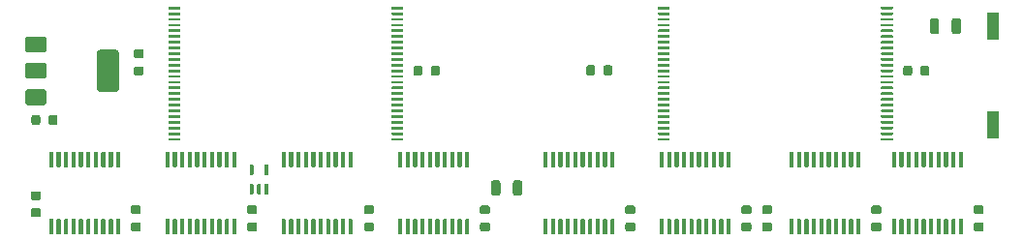
<source format=gtp>
G04 #@! TF.GenerationSoftware,KiCad,Pcbnew,(5.1.5-0-10_14)*
G04 #@! TF.CreationDate,2020-07-05T22:59:27-04:00*
G04 #@! TF.ProjectId,ROMSIMM,524f4d53-494d-44d2-9e6b-696361645f70,rev?*
G04 #@! TF.SameCoordinates,Original*
G04 #@! TF.FileFunction,Paste,Top*
G04 #@! TF.FilePolarity,Positive*
%FSLAX46Y46*%
G04 Gerber Fmt 4.6, Leading zero omitted, Abs format (unit mm)*
G04 Created by KiCad (PCBNEW (5.1.5-0-10_14)) date 2020-07-05 22:59:27*
%MOMM*%
%LPD*%
G04 APERTURE LIST*
%ADD10C,0.100000*%
%ADD11R,1.043800X2.363800*%
G04 APERTURE END LIST*
D10*
G36*
X96537841Y-117640385D02*
G01*
X96545607Y-117641537D01*
X96553223Y-117643445D01*
X96560615Y-117646090D01*
X96567712Y-117649446D01*
X96574446Y-117653482D01*
X96580751Y-117658159D01*
X96586569Y-117663431D01*
X96591841Y-117669249D01*
X96596518Y-117675554D01*
X96600554Y-117682288D01*
X96603910Y-117689385D01*
X96606555Y-117696777D01*
X96608463Y-117704393D01*
X96609615Y-117712159D01*
X96610000Y-117720000D01*
X96610000Y-118480000D01*
X96609615Y-118487841D01*
X96608463Y-118495607D01*
X96606555Y-118503223D01*
X96603910Y-118510615D01*
X96600554Y-118517712D01*
X96596518Y-118524446D01*
X96591841Y-118530751D01*
X96586569Y-118536569D01*
X96580751Y-118541841D01*
X96574446Y-118546518D01*
X96567712Y-118550554D01*
X96560615Y-118553910D01*
X96553223Y-118556555D01*
X96545607Y-118558463D01*
X96537841Y-118559615D01*
X96530000Y-118560000D01*
X96370000Y-118560000D01*
X96362159Y-118559615D01*
X96354393Y-118558463D01*
X96346777Y-118556555D01*
X96339385Y-118553910D01*
X96332288Y-118550554D01*
X96325554Y-118546518D01*
X96319249Y-118541841D01*
X96313431Y-118536569D01*
X96308159Y-118530751D01*
X96303482Y-118524446D01*
X96299446Y-118517712D01*
X96296090Y-118510615D01*
X96293445Y-118503223D01*
X96291537Y-118495607D01*
X96290385Y-118487841D01*
X96290000Y-118480000D01*
X96290000Y-117720000D01*
X96290385Y-117712159D01*
X96291537Y-117704393D01*
X96293445Y-117696777D01*
X96296090Y-117689385D01*
X96299446Y-117682288D01*
X96303482Y-117675554D01*
X96308159Y-117669249D01*
X96313431Y-117663431D01*
X96319249Y-117658159D01*
X96325554Y-117653482D01*
X96332288Y-117649446D01*
X96339385Y-117646090D01*
X96346777Y-117643445D01*
X96354393Y-117641537D01*
X96362159Y-117640385D01*
X96370000Y-117640000D01*
X96530000Y-117640000D01*
X96537841Y-117640385D01*
G37*
G36*
X97837841Y-117640385D02*
G01*
X97845607Y-117641537D01*
X97853223Y-117643445D01*
X97860615Y-117646090D01*
X97867712Y-117649446D01*
X97874446Y-117653482D01*
X97880751Y-117658159D01*
X97886569Y-117663431D01*
X97891841Y-117669249D01*
X97896518Y-117675554D01*
X97900554Y-117682288D01*
X97903910Y-117689385D01*
X97906555Y-117696777D01*
X97908463Y-117704393D01*
X97909615Y-117712159D01*
X97910000Y-117720000D01*
X97910000Y-118480000D01*
X97909615Y-118487841D01*
X97908463Y-118495607D01*
X97906555Y-118503223D01*
X97903910Y-118510615D01*
X97900554Y-118517712D01*
X97896518Y-118524446D01*
X97891841Y-118530751D01*
X97886569Y-118536569D01*
X97880751Y-118541841D01*
X97874446Y-118546518D01*
X97867712Y-118550554D01*
X97860615Y-118553910D01*
X97853223Y-118556555D01*
X97845607Y-118558463D01*
X97837841Y-118559615D01*
X97830000Y-118560000D01*
X97670000Y-118560000D01*
X97662159Y-118559615D01*
X97654393Y-118558463D01*
X97646777Y-118556555D01*
X97639385Y-118553910D01*
X97632288Y-118550554D01*
X97625554Y-118546518D01*
X97619249Y-118541841D01*
X97613431Y-118536569D01*
X97608159Y-118530751D01*
X97603482Y-118524446D01*
X97599446Y-118517712D01*
X97596090Y-118510615D01*
X97593445Y-118503223D01*
X97591537Y-118495607D01*
X97590385Y-118487841D01*
X97590000Y-118480000D01*
X97590000Y-117720000D01*
X97590385Y-117712159D01*
X97591537Y-117704393D01*
X97593445Y-117696777D01*
X97596090Y-117689385D01*
X97599446Y-117682288D01*
X97603482Y-117675554D01*
X97608159Y-117669249D01*
X97613431Y-117663431D01*
X97619249Y-117658159D01*
X97625554Y-117653482D01*
X97632288Y-117649446D01*
X97639385Y-117646090D01*
X97646777Y-117643445D01*
X97654393Y-117641537D01*
X97662159Y-117640385D01*
X97670000Y-117640000D01*
X97830000Y-117640000D01*
X97837841Y-117640385D01*
G37*
G36*
X97187841Y-119340385D02*
G01*
X97195607Y-119341537D01*
X97203223Y-119343445D01*
X97210615Y-119346090D01*
X97217712Y-119349446D01*
X97224446Y-119353482D01*
X97230751Y-119358159D01*
X97236569Y-119363431D01*
X97241841Y-119369249D01*
X97246518Y-119375554D01*
X97250554Y-119382288D01*
X97253910Y-119389385D01*
X97256555Y-119396777D01*
X97258463Y-119404393D01*
X97259615Y-119412159D01*
X97260000Y-119420000D01*
X97260000Y-120180000D01*
X97259615Y-120187841D01*
X97258463Y-120195607D01*
X97256555Y-120203223D01*
X97253910Y-120210615D01*
X97250554Y-120217712D01*
X97246518Y-120224446D01*
X97241841Y-120230751D01*
X97236569Y-120236569D01*
X97230751Y-120241841D01*
X97224446Y-120246518D01*
X97217712Y-120250554D01*
X97210615Y-120253910D01*
X97203223Y-120256555D01*
X97195607Y-120258463D01*
X97187841Y-120259615D01*
X97180000Y-120260000D01*
X97020000Y-120260000D01*
X97012159Y-120259615D01*
X97004393Y-120258463D01*
X96996777Y-120256555D01*
X96989385Y-120253910D01*
X96982288Y-120250554D01*
X96975554Y-120246518D01*
X96969249Y-120241841D01*
X96963431Y-120236569D01*
X96958159Y-120230751D01*
X96953482Y-120224446D01*
X96949446Y-120217712D01*
X96946090Y-120210615D01*
X96943445Y-120203223D01*
X96941537Y-120195607D01*
X96940385Y-120187841D01*
X96940000Y-120180000D01*
X96940000Y-119420000D01*
X96940385Y-119412159D01*
X96941537Y-119404393D01*
X96943445Y-119396777D01*
X96946090Y-119389385D01*
X96949446Y-119382288D01*
X96953482Y-119375554D01*
X96958159Y-119369249D01*
X96963431Y-119363431D01*
X96969249Y-119358159D01*
X96975554Y-119353482D01*
X96982288Y-119349446D01*
X96989385Y-119346090D01*
X96996777Y-119343445D01*
X97004393Y-119341537D01*
X97012159Y-119340385D01*
X97020000Y-119340000D01*
X97180000Y-119340000D01*
X97187841Y-119340385D01*
G37*
G36*
X96537841Y-119340385D02*
G01*
X96545607Y-119341537D01*
X96553223Y-119343445D01*
X96560615Y-119346090D01*
X96567712Y-119349446D01*
X96574446Y-119353482D01*
X96580751Y-119358159D01*
X96586569Y-119363431D01*
X96591841Y-119369249D01*
X96596518Y-119375554D01*
X96600554Y-119382288D01*
X96603910Y-119389385D01*
X96606555Y-119396777D01*
X96608463Y-119404393D01*
X96609615Y-119412159D01*
X96610000Y-119420000D01*
X96610000Y-120180000D01*
X96609615Y-120187841D01*
X96608463Y-120195607D01*
X96606555Y-120203223D01*
X96603910Y-120210615D01*
X96600554Y-120217712D01*
X96596518Y-120224446D01*
X96591841Y-120230751D01*
X96586569Y-120236569D01*
X96580751Y-120241841D01*
X96574446Y-120246518D01*
X96567712Y-120250554D01*
X96560615Y-120253910D01*
X96553223Y-120256555D01*
X96545607Y-120258463D01*
X96537841Y-120259615D01*
X96530000Y-120260000D01*
X96370000Y-120260000D01*
X96362159Y-120259615D01*
X96354393Y-120258463D01*
X96346777Y-120256555D01*
X96339385Y-120253910D01*
X96332288Y-120250554D01*
X96325554Y-120246518D01*
X96319249Y-120241841D01*
X96313431Y-120236569D01*
X96308159Y-120230751D01*
X96303482Y-120224446D01*
X96299446Y-120217712D01*
X96296090Y-120210615D01*
X96293445Y-120203223D01*
X96291537Y-120195607D01*
X96290385Y-120187841D01*
X96290000Y-120180000D01*
X96290000Y-119420000D01*
X96290385Y-119412159D01*
X96291537Y-119404393D01*
X96293445Y-119396777D01*
X96296090Y-119389385D01*
X96299446Y-119382288D01*
X96303482Y-119375554D01*
X96308159Y-119369249D01*
X96313431Y-119363431D01*
X96319249Y-119358159D01*
X96325554Y-119353482D01*
X96332288Y-119349446D01*
X96339385Y-119346090D01*
X96346777Y-119343445D01*
X96354393Y-119341537D01*
X96362159Y-119340385D01*
X96370000Y-119340000D01*
X96530000Y-119340000D01*
X96537841Y-119340385D01*
G37*
G36*
X97837841Y-119340385D02*
G01*
X97845607Y-119341537D01*
X97853223Y-119343445D01*
X97860615Y-119346090D01*
X97867712Y-119349446D01*
X97874446Y-119353482D01*
X97880751Y-119358159D01*
X97886569Y-119363431D01*
X97891841Y-119369249D01*
X97896518Y-119375554D01*
X97900554Y-119382288D01*
X97903910Y-119389385D01*
X97906555Y-119396777D01*
X97908463Y-119404393D01*
X97909615Y-119412159D01*
X97910000Y-119420000D01*
X97910000Y-120180000D01*
X97909615Y-120187841D01*
X97908463Y-120195607D01*
X97906555Y-120203223D01*
X97903910Y-120210615D01*
X97900554Y-120217712D01*
X97896518Y-120224446D01*
X97891841Y-120230751D01*
X97886569Y-120236569D01*
X97880751Y-120241841D01*
X97874446Y-120246518D01*
X97867712Y-120250554D01*
X97860615Y-120253910D01*
X97853223Y-120256555D01*
X97845607Y-120258463D01*
X97837841Y-120259615D01*
X97830000Y-120260000D01*
X97670000Y-120260000D01*
X97662159Y-120259615D01*
X97654393Y-120258463D01*
X97646777Y-120256555D01*
X97639385Y-120253910D01*
X97632288Y-120250554D01*
X97625554Y-120246518D01*
X97619249Y-120241841D01*
X97613431Y-120236569D01*
X97608159Y-120230751D01*
X97603482Y-120224446D01*
X97599446Y-120217712D01*
X97596090Y-120210615D01*
X97593445Y-120203223D01*
X97591537Y-120195607D01*
X97590385Y-120187841D01*
X97590000Y-120180000D01*
X97590000Y-119420000D01*
X97590385Y-119412159D01*
X97591537Y-119404393D01*
X97593445Y-119396777D01*
X97596090Y-119389385D01*
X97599446Y-119382288D01*
X97603482Y-119375554D01*
X97608159Y-119369249D01*
X97613431Y-119363431D01*
X97619249Y-119358159D01*
X97625554Y-119353482D01*
X97632288Y-119349446D01*
X97639385Y-119346090D01*
X97646777Y-119343445D01*
X97654393Y-119341537D01*
X97662159Y-119340385D01*
X97670000Y-119340000D01*
X97830000Y-119340000D01*
X97837841Y-119340385D01*
G37*
G36*
X158268603Y-104862963D02*
G01*
X158288018Y-104865843D01*
X158307057Y-104870612D01*
X158325537Y-104877224D01*
X158343279Y-104885616D01*
X158360114Y-104895706D01*
X158375879Y-104907398D01*
X158390421Y-104920579D01*
X158403602Y-104935121D01*
X158415294Y-104950886D01*
X158425384Y-104967721D01*
X158433776Y-104985463D01*
X158440388Y-105003943D01*
X158445157Y-105022982D01*
X158448037Y-105042397D01*
X158449000Y-105062000D01*
X158449000Y-106012000D01*
X158448037Y-106031603D01*
X158445157Y-106051018D01*
X158440388Y-106070057D01*
X158433776Y-106088537D01*
X158425384Y-106106279D01*
X158415294Y-106123114D01*
X158403602Y-106138879D01*
X158390421Y-106153421D01*
X158375879Y-106166602D01*
X158360114Y-106178294D01*
X158343279Y-106188384D01*
X158325537Y-106196776D01*
X158307057Y-106203388D01*
X158288018Y-106208157D01*
X158268603Y-106211037D01*
X158249000Y-106212000D01*
X157849000Y-106212000D01*
X157829397Y-106211037D01*
X157809982Y-106208157D01*
X157790943Y-106203388D01*
X157772463Y-106196776D01*
X157754721Y-106188384D01*
X157737886Y-106178294D01*
X157722121Y-106166602D01*
X157707579Y-106153421D01*
X157694398Y-106138879D01*
X157682706Y-106123114D01*
X157672616Y-106106279D01*
X157664224Y-106088537D01*
X157657612Y-106070057D01*
X157652843Y-106051018D01*
X157649963Y-106031603D01*
X157649000Y-106012000D01*
X157649000Y-105062000D01*
X157649963Y-105042397D01*
X157652843Y-105022982D01*
X157657612Y-105003943D01*
X157664224Y-104985463D01*
X157672616Y-104967721D01*
X157682706Y-104950886D01*
X157694398Y-104935121D01*
X157707579Y-104920579D01*
X157722121Y-104907398D01*
X157737886Y-104895706D01*
X157754721Y-104885616D01*
X157772463Y-104877224D01*
X157790943Y-104870612D01*
X157809982Y-104865843D01*
X157829397Y-104862963D01*
X157849000Y-104862000D01*
X158249000Y-104862000D01*
X158268603Y-104862963D01*
G37*
G36*
X156368603Y-104862963D02*
G01*
X156388018Y-104865843D01*
X156407057Y-104870612D01*
X156425537Y-104877224D01*
X156443279Y-104885616D01*
X156460114Y-104895706D01*
X156475879Y-104907398D01*
X156490421Y-104920579D01*
X156503602Y-104935121D01*
X156515294Y-104950886D01*
X156525384Y-104967721D01*
X156533776Y-104985463D01*
X156540388Y-105003943D01*
X156545157Y-105022982D01*
X156548037Y-105042397D01*
X156549000Y-105062000D01*
X156549000Y-106012000D01*
X156548037Y-106031603D01*
X156545157Y-106051018D01*
X156540388Y-106070057D01*
X156533776Y-106088537D01*
X156525384Y-106106279D01*
X156515294Y-106123114D01*
X156503602Y-106138879D01*
X156490421Y-106153421D01*
X156475879Y-106166602D01*
X156460114Y-106178294D01*
X156443279Y-106188384D01*
X156425537Y-106196776D01*
X156407057Y-106203388D01*
X156388018Y-106208157D01*
X156368603Y-106211037D01*
X156349000Y-106212000D01*
X155949000Y-106212000D01*
X155929397Y-106211037D01*
X155909982Y-106208157D01*
X155890943Y-106203388D01*
X155872463Y-106196776D01*
X155854721Y-106188384D01*
X155837886Y-106178294D01*
X155822121Y-106166602D01*
X155807579Y-106153421D01*
X155794398Y-106138879D01*
X155782706Y-106123114D01*
X155772616Y-106106279D01*
X155764224Y-106088537D01*
X155757612Y-106070057D01*
X155752843Y-106051018D01*
X155749963Y-106031603D01*
X155749000Y-106012000D01*
X155749000Y-105062000D01*
X155749963Y-105042397D01*
X155752843Y-105022982D01*
X155757612Y-105003943D01*
X155764224Y-104985463D01*
X155772616Y-104967721D01*
X155782706Y-104950886D01*
X155794398Y-104935121D01*
X155807579Y-104920579D01*
X155822121Y-104907398D01*
X155837886Y-104895706D01*
X155854721Y-104885616D01*
X155872463Y-104877224D01*
X155890943Y-104870612D01*
X155909982Y-104865843D01*
X155929397Y-104862963D01*
X155949000Y-104862000D01*
X156349000Y-104862000D01*
X156368603Y-104862963D01*
G37*
G36*
X118019603Y-119025963D02*
G01*
X118039018Y-119028843D01*
X118058057Y-119033612D01*
X118076537Y-119040224D01*
X118094279Y-119048616D01*
X118111114Y-119058706D01*
X118126879Y-119070398D01*
X118141421Y-119083579D01*
X118154602Y-119098121D01*
X118166294Y-119113886D01*
X118176384Y-119130721D01*
X118184776Y-119148463D01*
X118191388Y-119166943D01*
X118196157Y-119185982D01*
X118199037Y-119205397D01*
X118200000Y-119225000D01*
X118200000Y-120175000D01*
X118199037Y-120194603D01*
X118196157Y-120214018D01*
X118191388Y-120233057D01*
X118184776Y-120251537D01*
X118176384Y-120269279D01*
X118166294Y-120286114D01*
X118154602Y-120301879D01*
X118141421Y-120316421D01*
X118126879Y-120329602D01*
X118111114Y-120341294D01*
X118094279Y-120351384D01*
X118076537Y-120359776D01*
X118058057Y-120366388D01*
X118039018Y-120371157D01*
X118019603Y-120374037D01*
X118000000Y-120375000D01*
X117600000Y-120375000D01*
X117580397Y-120374037D01*
X117560982Y-120371157D01*
X117541943Y-120366388D01*
X117523463Y-120359776D01*
X117505721Y-120351384D01*
X117488886Y-120341294D01*
X117473121Y-120329602D01*
X117458579Y-120316421D01*
X117445398Y-120301879D01*
X117433706Y-120286114D01*
X117423616Y-120269279D01*
X117415224Y-120251537D01*
X117408612Y-120233057D01*
X117403843Y-120214018D01*
X117400963Y-120194603D01*
X117400000Y-120175000D01*
X117400000Y-119225000D01*
X117400963Y-119205397D01*
X117403843Y-119185982D01*
X117408612Y-119166943D01*
X117415224Y-119148463D01*
X117423616Y-119130721D01*
X117433706Y-119113886D01*
X117445398Y-119098121D01*
X117458579Y-119083579D01*
X117473121Y-119070398D01*
X117488886Y-119058706D01*
X117505721Y-119048616D01*
X117523463Y-119040224D01*
X117541943Y-119033612D01*
X117560982Y-119028843D01*
X117580397Y-119025963D01*
X117600000Y-119025000D01*
X118000000Y-119025000D01*
X118019603Y-119025963D01*
G37*
G36*
X119919603Y-119025963D02*
G01*
X119939018Y-119028843D01*
X119958057Y-119033612D01*
X119976537Y-119040224D01*
X119994279Y-119048616D01*
X120011114Y-119058706D01*
X120026879Y-119070398D01*
X120041421Y-119083579D01*
X120054602Y-119098121D01*
X120066294Y-119113886D01*
X120076384Y-119130721D01*
X120084776Y-119148463D01*
X120091388Y-119166943D01*
X120096157Y-119185982D01*
X120099037Y-119205397D01*
X120100000Y-119225000D01*
X120100000Y-120175000D01*
X120099037Y-120194603D01*
X120096157Y-120214018D01*
X120091388Y-120233057D01*
X120084776Y-120251537D01*
X120076384Y-120269279D01*
X120066294Y-120286114D01*
X120054602Y-120301879D01*
X120041421Y-120316421D01*
X120026879Y-120329602D01*
X120011114Y-120341294D01*
X119994279Y-120351384D01*
X119976537Y-120359776D01*
X119958057Y-120366388D01*
X119939018Y-120371157D01*
X119919603Y-120374037D01*
X119900000Y-120375000D01*
X119500000Y-120375000D01*
X119480397Y-120374037D01*
X119460982Y-120371157D01*
X119441943Y-120366388D01*
X119423463Y-120359776D01*
X119405721Y-120351384D01*
X119388886Y-120341294D01*
X119373121Y-120329602D01*
X119358579Y-120316421D01*
X119345398Y-120301879D01*
X119333706Y-120286114D01*
X119323616Y-120269279D01*
X119315224Y-120251537D01*
X119308612Y-120233057D01*
X119303843Y-120214018D01*
X119300963Y-120194603D01*
X119300000Y-120175000D01*
X119300000Y-119225000D01*
X119300963Y-119205397D01*
X119303843Y-119185982D01*
X119308612Y-119166943D01*
X119315224Y-119148463D01*
X119323616Y-119130721D01*
X119333706Y-119113886D01*
X119345398Y-119098121D01*
X119358579Y-119083579D01*
X119373121Y-119070398D01*
X119388886Y-119058706D01*
X119405721Y-119048616D01*
X119423463Y-119040224D01*
X119441943Y-119033612D01*
X119460982Y-119028843D01*
X119480397Y-119025963D01*
X119500000Y-119025000D01*
X119900000Y-119025000D01*
X119919603Y-119025963D01*
G37*
G36*
X90165881Y-103830289D02*
G01*
X90171705Y-103831153D01*
X90177417Y-103832584D01*
X90182961Y-103834567D01*
X90188284Y-103837085D01*
X90193334Y-103840112D01*
X90198064Y-103843619D01*
X90202426Y-103847574D01*
X90206381Y-103851936D01*
X90209888Y-103856666D01*
X90212915Y-103861716D01*
X90215433Y-103867039D01*
X90217416Y-103872583D01*
X90218847Y-103878295D01*
X90219711Y-103884119D01*
X90220000Y-103890000D01*
X90220000Y-104010000D01*
X90219711Y-104015881D01*
X90218847Y-104021705D01*
X90217416Y-104027417D01*
X90215433Y-104032961D01*
X90212915Y-104038284D01*
X90209888Y-104043334D01*
X90206381Y-104048064D01*
X90202426Y-104052426D01*
X90198064Y-104056381D01*
X90193334Y-104059888D01*
X90188284Y-104062915D01*
X90182961Y-104065433D01*
X90177417Y-104067416D01*
X90171705Y-104068847D01*
X90165881Y-104069711D01*
X90160000Y-104070000D01*
X89240000Y-104070000D01*
X89234119Y-104069711D01*
X89228295Y-104068847D01*
X89222583Y-104067416D01*
X89217039Y-104065433D01*
X89211716Y-104062915D01*
X89206666Y-104059888D01*
X89201936Y-104056381D01*
X89197574Y-104052426D01*
X89193619Y-104048064D01*
X89190112Y-104043334D01*
X89187085Y-104038284D01*
X89184567Y-104032961D01*
X89182584Y-104027417D01*
X89181153Y-104021705D01*
X89180289Y-104015881D01*
X89180000Y-104010000D01*
X89180000Y-103890000D01*
X89180289Y-103884119D01*
X89181153Y-103878295D01*
X89182584Y-103872583D01*
X89184567Y-103867039D01*
X89187085Y-103861716D01*
X89190112Y-103856666D01*
X89193619Y-103851936D01*
X89197574Y-103847574D01*
X89201936Y-103843619D01*
X89206666Y-103840112D01*
X89211716Y-103837085D01*
X89217039Y-103834567D01*
X89222583Y-103832584D01*
X89228295Y-103831153D01*
X89234119Y-103830289D01*
X89240000Y-103830000D01*
X90160000Y-103830000D01*
X90165881Y-103830289D01*
G37*
G36*
X109665881Y-115330289D02*
G01*
X109671705Y-115331153D01*
X109677417Y-115332584D01*
X109682961Y-115334567D01*
X109688284Y-115337085D01*
X109693334Y-115340112D01*
X109698064Y-115343619D01*
X109702426Y-115347574D01*
X109706381Y-115351936D01*
X109709888Y-115356666D01*
X109712915Y-115361716D01*
X109715433Y-115367039D01*
X109717416Y-115372583D01*
X109718847Y-115378295D01*
X109719711Y-115384119D01*
X109720000Y-115390000D01*
X109720000Y-115510000D01*
X109719711Y-115515881D01*
X109718847Y-115521705D01*
X109717416Y-115527417D01*
X109715433Y-115532961D01*
X109712915Y-115538284D01*
X109709888Y-115543334D01*
X109706381Y-115548064D01*
X109702426Y-115552426D01*
X109698064Y-115556381D01*
X109693334Y-115559888D01*
X109688284Y-115562915D01*
X109682961Y-115565433D01*
X109677417Y-115567416D01*
X109671705Y-115568847D01*
X109665881Y-115569711D01*
X109660000Y-115570000D01*
X108740000Y-115570000D01*
X108734119Y-115569711D01*
X108728295Y-115568847D01*
X108722583Y-115567416D01*
X108717039Y-115565433D01*
X108711716Y-115562915D01*
X108706666Y-115559888D01*
X108701936Y-115556381D01*
X108697574Y-115552426D01*
X108693619Y-115548064D01*
X108690112Y-115543334D01*
X108687085Y-115538284D01*
X108684567Y-115532961D01*
X108682584Y-115527417D01*
X108681153Y-115521705D01*
X108680289Y-115515881D01*
X108680000Y-115510000D01*
X108680000Y-115390000D01*
X108680289Y-115384119D01*
X108681153Y-115378295D01*
X108682584Y-115372583D01*
X108684567Y-115367039D01*
X108687085Y-115361716D01*
X108690112Y-115356666D01*
X108693619Y-115351936D01*
X108697574Y-115347574D01*
X108701936Y-115343619D01*
X108706666Y-115340112D01*
X108711716Y-115337085D01*
X108717039Y-115334567D01*
X108722583Y-115332584D01*
X108728295Y-115331153D01*
X108734119Y-115330289D01*
X108740000Y-115330000D01*
X109660000Y-115330000D01*
X109665881Y-115330289D01*
G37*
G36*
X90165881Y-104330289D02*
G01*
X90171705Y-104331153D01*
X90177417Y-104332584D01*
X90182961Y-104334567D01*
X90188284Y-104337085D01*
X90193334Y-104340112D01*
X90198064Y-104343619D01*
X90202426Y-104347574D01*
X90206381Y-104351936D01*
X90209888Y-104356666D01*
X90212915Y-104361716D01*
X90215433Y-104367039D01*
X90217416Y-104372583D01*
X90218847Y-104378295D01*
X90219711Y-104384119D01*
X90220000Y-104390000D01*
X90220000Y-104510000D01*
X90219711Y-104515881D01*
X90218847Y-104521705D01*
X90217416Y-104527417D01*
X90215433Y-104532961D01*
X90212915Y-104538284D01*
X90209888Y-104543334D01*
X90206381Y-104548064D01*
X90202426Y-104552426D01*
X90198064Y-104556381D01*
X90193334Y-104559888D01*
X90188284Y-104562915D01*
X90182961Y-104565433D01*
X90177417Y-104567416D01*
X90171705Y-104568847D01*
X90165881Y-104569711D01*
X90160000Y-104570000D01*
X89240000Y-104570000D01*
X89234119Y-104569711D01*
X89228295Y-104568847D01*
X89222583Y-104567416D01*
X89217039Y-104565433D01*
X89211716Y-104562915D01*
X89206666Y-104559888D01*
X89201936Y-104556381D01*
X89197574Y-104552426D01*
X89193619Y-104548064D01*
X89190112Y-104543334D01*
X89187085Y-104538284D01*
X89184567Y-104532961D01*
X89182584Y-104527417D01*
X89181153Y-104521705D01*
X89180289Y-104515881D01*
X89180000Y-104510000D01*
X89180000Y-104390000D01*
X89180289Y-104384119D01*
X89181153Y-104378295D01*
X89182584Y-104372583D01*
X89184567Y-104367039D01*
X89187085Y-104361716D01*
X89190112Y-104356666D01*
X89193619Y-104351936D01*
X89197574Y-104347574D01*
X89201936Y-104343619D01*
X89206666Y-104340112D01*
X89211716Y-104337085D01*
X89217039Y-104334567D01*
X89222583Y-104332584D01*
X89228295Y-104331153D01*
X89234119Y-104330289D01*
X89240000Y-104330000D01*
X90160000Y-104330000D01*
X90165881Y-104330289D01*
G37*
G36*
X90165881Y-104830289D02*
G01*
X90171705Y-104831153D01*
X90177417Y-104832584D01*
X90182961Y-104834567D01*
X90188284Y-104837085D01*
X90193334Y-104840112D01*
X90198064Y-104843619D01*
X90202426Y-104847574D01*
X90206381Y-104851936D01*
X90209888Y-104856666D01*
X90212915Y-104861716D01*
X90215433Y-104867039D01*
X90217416Y-104872583D01*
X90218847Y-104878295D01*
X90219711Y-104884119D01*
X90220000Y-104890000D01*
X90220000Y-105010000D01*
X90219711Y-105015881D01*
X90218847Y-105021705D01*
X90217416Y-105027417D01*
X90215433Y-105032961D01*
X90212915Y-105038284D01*
X90209888Y-105043334D01*
X90206381Y-105048064D01*
X90202426Y-105052426D01*
X90198064Y-105056381D01*
X90193334Y-105059888D01*
X90188284Y-105062915D01*
X90182961Y-105065433D01*
X90177417Y-105067416D01*
X90171705Y-105068847D01*
X90165881Y-105069711D01*
X90160000Y-105070000D01*
X89240000Y-105070000D01*
X89234119Y-105069711D01*
X89228295Y-105068847D01*
X89222583Y-105067416D01*
X89217039Y-105065433D01*
X89211716Y-105062915D01*
X89206666Y-105059888D01*
X89201936Y-105056381D01*
X89197574Y-105052426D01*
X89193619Y-105048064D01*
X89190112Y-105043334D01*
X89187085Y-105038284D01*
X89184567Y-105032961D01*
X89182584Y-105027417D01*
X89181153Y-105021705D01*
X89180289Y-105015881D01*
X89180000Y-105010000D01*
X89180000Y-104890000D01*
X89180289Y-104884119D01*
X89181153Y-104878295D01*
X89182584Y-104872583D01*
X89184567Y-104867039D01*
X89187085Y-104861716D01*
X89190112Y-104856666D01*
X89193619Y-104851936D01*
X89197574Y-104847574D01*
X89201936Y-104843619D01*
X89206666Y-104840112D01*
X89211716Y-104837085D01*
X89217039Y-104834567D01*
X89222583Y-104832584D01*
X89228295Y-104831153D01*
X89234119Y-104830289D01*
X89240000Y-104830000D01*
X90160000Y-104830000D01*
X90165881Y-104830289D01*
G37*
G36*
X90165881Y-105330289D02*
G01*
X90171705Y-105331153D01*
X90177417Y-105332584D01*
X90182961Y-105334567D01*
X90188284Y-105337085D01*
X90193334Y-105340112D01*
X90198064Y-105343619D01*
X90202426Y-105347574D01*
X90206381Y-105351936D01*
X90209888Y-105356666D01*
X90212915Y-105361716D01*
X90215433Y-105367039D01*
X90217416Y-105372583D01*
X90218847Y-105378295D01*
X90219711Y-105384119D01*
X90220000Y-105390000D01*
X90220000Y-105510000D01*
X90219711Y-105515881D01*
X90218847Y-105521705D01*
X90217416Y-105527417D01*
X90215433Y-105532961D01*
X90212915Y-105538284D01*
X90209888Y-105543334D01*
X90206381Y-105548064D01*
X90202426Y-105552426D01*
X90198064Y-105556381D01*
X90193334Y-105559888D01*
X90188284Y-105562915D01*
X90182961Y-105565433D01*
X90177417Y-105567416D01*
X90171705Y-105568847D01*
X90165881Y-105569711D01*
X90160000Y-105570000D01*
X89240000Y-105570000D01*
X89234119Y-105569711D01*
X89228295Y-105568847D01*
X89222583Y-105567416D01*
X89217039Y-105565433D01*
X89211716Y-105562915D01*
X89206666Y-105559888D01*
X89201936Y-105556381D01*
X89197574Y-105552426D01*
X89193619Y-105548064D01*
X89190112Y-105543334D01*
X89187085Y-105538284D01*
X89184567Y-105532961D01*
X89182584Y-105527417D01*
X89181153Y-105521705D01*
X89180289Y-105515881D01*
X89180000Y-105510000D01*
X89180000Y-105390000D01*
X89180289Y-105384119D01*
X89181153Y-105378295D01*
X89182584Y-105372583D01*
X89184567Y-105367039D01*
X89187085Y-105361716D01*
X89190112Y-105356666D01*
X89193619Y-105351936D01*
X89197574Y-105347574D01*
X89201936Y-105343619D01*
X89206666Y-105340112D01*
X89211716Y-105337085D01*
X89217039Y-105334567D01*
X89222583Y-105332584D01*
X89228295Y-105331153D01*
X89234119Y-105330289D01*
X89240000Y-105330000D01*
X90160000Y-105330000D01*
X90165881Y-105330289D01*
G37*
G36*
X90165881Y-105830289D02*
G01*
X90171705Y-105831153D01*
X90177417Y-105832584D01*
X90182961Y-105834567D01*
X90188284Y-105837085D01*
X90193334Y-105840112D01*
X90198064Y-105843619D01*
X90202426Y-105847574D01*
X90206381Y-105851936D01*
X90209888Y-105856666D01*
X90212915Y-105861716D01*
X90215433Y-105867039D01*
X90217416Y-105872583D01*
X90218847Y-105878295D01*
X90219711Y-105884119D01*
X90220000Y-105890000D01*
X90220000Y-106010000D01*
X90219711Y-106015881D01*
X90218847Y-106021705D01*
X90217416Y-106027417D01*
X90215433Y-106032961D01*
X90212915Y-106038284D01*
X90209888Y-106043334D01*
X90206381Y-106048064D01*
X90202426Y-106052426D01*
X90198064Y-106056381D01*
X90193334Y-106059888D01*
X90188284Y-106062915D01*
X90182961Y-106065433D01*
X90177417Y-106067416D01*
X90171705Y-106068847D01*
X90165881Y-106069711D01*
X90160000Y-106070000D01*
X89240000Y-106070000D01*
X89234119Y-106069711D01*
X89228295Y-106068847D01*
X89222583Y-106067416D01*
X89217039Y-106065433D01*
X89211716Y-106062915D01*
X89206666Y-106059888D01*
X89201936Y-106056381D01*
X89197574Y-106052426D01*
X89193619Y-106048064D01*
X89190112Y-106043334D01*
X89187085Y-106038284D01*
X89184567Y-106032961D01*
X89182584Y-106027417D01*
X89181153Y-106021705D01*
X89180289Y-106015881D01*
X89180000Y-106010000D01*
X89180000Y-105890000D01*
X89180289Y-105884119D01*
X89181153Y-105878295D01*
X89182584Y-105872583D01*
X89184567Y-105867039D01*
X89187085Y-105861716D01*
X89190112Y-105856666D01*
X89193619Y-105851936D01*
X89197574Y-105847574D01*
X89201936Y-105843619D01*
X89206666Y-105840112D01*
X89211716Y-105837085D01*
X89217039Y-105834567D01*
X89222583Y-105832584D01*
X89228295Y-105831153D01*
X89234119Y-105830289D01*
X89240000Y-105830000D01*
X90160000Y-105830000D01*
X90165881Y-105830289D01*
G37*
G36*
X90165881Y-106330289D02*
G01*
X90171705Y-106331153D01*
X90177417Y-106332584D01*
X90182961Y-106334567D01*
X90188284Y-106337085D01*
X90193334Y-106340112D01*
X90198064Y-106343619D01*
X90202426Y-106347574D01*
X90206381Y-106351936D01*
X90209888Y-106356666D01*
X90212915Y-106361716D01*
X90215433Y-106367039D01*
X90217416Y-106372583D01*
X90218847Y-106378295D01*
X90219711Y-106384119D01*
X90220000Y-106390000D01*
X90220000Y-106510000D01*
X90219711Y-106515881D01*
X90218847Y-106521705D01*
X90217416Y-106527417D01*
X90215433Y-106532961D01*
X90212915Y-106538284D01*
X90209888Y-106543334D01*
X90206381Y-106548064D01*
X90202426Y-106552426D01*
X90198064Y-106556381D01*
X90193334Y-106559888D01*
X90188284Y-106562915D01*
X90182961Y-106565433D01*
X90177417Y-106567416D01*
X90171705Y-106568847D01*
X90165881Y-106569711D01*
X90160000Y-106570000D01*
X89240000Y-106570000D01*
X89234119Y-106569711D01*
X89228295Y-106568847D01*
X89222583Y-106567416D01*
X89217039Y-106565433D01*
X89211716Y-106562915D01*
X89206666Y-106559888D01*
X89201936Y-106556381D01*
X89197574Y-106552426D01*
X89193619Y-106548064D01*
X89190112Y-106543334D01*
X89187085Y-106538284D01*
X89184567Y-106532961D01*
X89182584Y-106527417D01*
X89181153Y-106521705D01*
X89180289Y-106515881D01*
X89180000Y-106510000D01*
X89180000Y-106390000D01*
X89180289Y-106384119D01*
X89181153Y-106378295D01*
X89182584Y-106372583D01*
X89184567Y-106367039D01*
X89187085Y-106361716D01*
X89190112Y-106356666D01*
X89193619Y-106351936D01*
X89197574Y-106347574D01*
X89201936Y-106343619D01*
X89206666Y-106340112D01*
X89211716Y-106337085D01*
X89217039Y-106334567D01*
X89222583Y-106332584D01*
X89228295Y-106331153D01*
X89234119Y-106330289D01*
X89240000Y-106330000D01*
X90160000Y-106330000D01*
X90165881Y-106330289D01*
G37*
G36*
X90165881Y-106830289D02*
G01*
X90171705Y-106831153D01*
X90177417Y-106832584D01*
X90182961Y-106834567D01*
X90188284Y-106837085D01*
X90193334Y-106840112D01*
X90198064Y-106843619D01*
X90202426Y-106847574D01*
X90206381Y-106851936D01*
X90209888Y-106856666D01*
X90212915Y-106861716D01*
X90215433Y-106867039D01*
X90217416Y-106872583D01*
X90218847Y-106878295D01*
X90219711Y-106884119D01*
X90220000Y-106890000D01*
X90220000Y-107010000D01*
X90219711Y-107015881D01*
X90218847Y-107021705D01*
X90217416Y-107027417D01*
X90215433Y-107032961D01*
X90212915Y-107038284D01*
X90209888Y-107043334D01*
X90206381Y-107048064D01*
X90202426Y-107052426D01*
X90198064Y-107056381D01*
X90193334Y-107059888D01*
X90188284Y-107062915D01*
X90182961Y-107065433D01*
X90177417Y-107067416D01*
X90171705Y-107068847D01*
X90165881Y-107069711D01*
X90160000Y-107070000D01*
X89240000Y-107070000D01*
X89234119Y-107069711D01*
X89228295Y-107068847D01*
X89222583Y-107067416D01*
X89217039Y-107065433D01*
X89211716Y-107062915D01*
X89206666Y-107059888D01*
X89201936Y-107056381D01*
X89197574Y-107052426D01*
X89193619Y-107048064D01*
X89190112Y-107043334D01*
X89187085Y-107038284D01*
X89184567Y-107032961D01*
X89182584Y-107027417D01*
X89181153Y-107021705D01*
X89180289Y-107015881D01*
X89180000Y-107010000D01*
X89180000Y-106890000D01*
X89180289Y-106884119D01*
X89181153Y-106878295D01*
X89182584Y-106872583D01*
X89184567Y-106867039D01*
X89187085Y-106861716D01*
X89190112Y-106856666D01*
X89193619Y-106851936D01*
X89197574Y-106847574D01*
X89201936Y-106843619D01*
X89206666Y-106840112D01*
X89211716Y-106837085D01*
X89217039Y-106834567D01*
X89222583Y-106832584D01*
X89228295Y-106831153D01*
X89234119Y-106830289D01*
X89240000Y-106830000D01*
X90160000Y-106830000D01*
X90165881Y-106830289D01*
G37*
G36*
X90165881Y-107330289D02*
G01*
X90171705Y-107331153D01*
X90177417Y-107332584D01*
X90182961Y-107334567D01*
X90188284Y-107337085D01*
X90193334Y-107340112D01*
X90198064Y-107343619D01*
X90202426Y-107347574D01*
X90206381Y-107351936D01*
X90209888Y-107356666D01*
X90212915Y-107361716D01*
X90215433Y-107367039D01*
X90217416Y-107372583D01*
X90218847Y-107378295D01*
X90219711Y-107384119D01*
X90220000Y-107390000D01*
X90220000Y-107510000D01*
X90219711Y-107515881D01*
X90218847Y-107521705D01*
X90217416Y-107527417D01*
X90215433Y-107532961D01*
X90212915Y-107538284D01*
X90209888Y-107543334D01*
X90206381Y-107548064D01*
X90202426Y-107552426D01*
X90198064Y-107556381D01*
X90193334Y-107559888D01*
X90188284Y-107562915D01*
X90182961Y-107565433D01*
X90177417Y-107567416D01*
X90171705Y-107568847D01*
X90165881Y-107569711D01*
X90160000Y-107570000D01*
X89240000Y-107570000D01*
X89234119Y-107569711D01*
X89228295Y-107568847D01*
X89222583Y-107567416D01*
X89217039Y-107565433D01*
X89211716Y-107562915D01*
X89206666Y-107559888D01*
X89201936Y-107556381D01*
X89197574Y-107552426D01*
X89193619Y-107548064D01*
X89190112Y-107543334D01*
X89187085Y-107538284D01*
X89184567Y-107532961D01*
X89182584Y-107527417D01*
X89181153Y-107521705D01*
X89180289Y-107515881D01*
X89180000Y-107510000D01*
X89180000Y-107390000D01*
X89180289Y-107384119D01*
X89181153Y-107378295D01*
X89182584Y-107372583D01*
X89184567Y-107367039D01*
X89187085Y-107361716D01*
X89190112Y-107356666D01*
X89193619Y-107351936D01*
X89197574Y-107347574D01*
X89201936Y-107343619D01*
X89206666Y-107340112D01*
X89211716Y-107337085D01*
X89217039Y-107334567D01*
X89222583Y-107332584D01*
X89228295Y-107331153D01*
X89234119Y-107330289D01*
X89240000Y-107330000D01*
X90160000Y-107330000D01*
X90165881Y-107330289D01*
G37*
G36*
X90165881Y-107830289D02*
G01*
X90171705Y-107831153D01*
X90177417Y-107832584D01*
X90182961Y-107834567D01*
X90188284Y-107837085D01*
X90193334Y-107840112D01*
X90198064Y-107843619D01*
X90202426Y-107847574D01*
X90206381Y-107851936D01*
X90209888Y-107856666D01*
X90212915Y-107861716D01*
X90215433Y-107867039D01*
X90217416Y-107872583D01*
X90218847Y-107878295D01*
X90219711Y-107884119D01*
X90220000Y-107890000D01*
X90220000Y-108010000D01*
X90219711Y-108015881D01*
X90218847Y-108021705D01*
X90217416Y-108027417D01*
X90215433Y-108032961D01*
X90212915Y-108038284D01*
X90209888Y-108043334D01*
X90206381Y-108048064D01*
X90202426Y-108052426D01*
X90198064Y-108056381D01*
X90193334Y-108059888D01*
X90188284Y-108062915D01*
X90182961Y-108065433D01*
X90177417Y-108067416D01*
X90171705Y-108068847D01*
X90165881Y-108069711D01*
X90160000Y-108070000D01*
X89240000Y-108070000D01*
X89234119Y-108069711D01*
X89228295Y-108068847D01*
X89222583Y-108067416D01*
X89217039Y-108065433D01*
X89211716Y-108062915D01*
X89206666Y-108059888D01*
X89201936Y-108056381D01*
X89197574Y-108052426D01*
X89193619Y-108048064D01*
X89190112Y-108043334D01*
X89187085Y-108038284D01*
X89184567Y-108032961D01*
X89182584Y-108027417D01*
X89181153Y-108021705D01*
X89180289Y-108015881D01*
X89180000Y-108010000D01*
X89180000Y-107890000D01*
X89180289Y-107884119D01*
X89181153Y-107878295D01*
X89182584Y-107872583D01*
X89184567Y-107867039D01*
X89187085Y-107861716D01*
X89190112Y-107856666D01*
X89193619Y-107851936D01*
X89197574Y-107847574D01*
X89201936Y-107843619D01*
X89206666Y-107840112D01*
X89211716Y-107837085D01*
X89217039Y-107834567D01*
X89222583Y-107832584D01*
X89228295Y-107831153D01*
X89234119Y-107830289D01*
X89240000Y-107830000D01*
X90160000Y-107830000D01*
X90165881Y-107830289D01*
G37*
G36*
X90165881Y-108330289D02*
G01*
X90171705Y-108331153D01*
X90177417Y-108332584D01*
X90182961Y-108334567D01*
X90188284Y-108337085D01*
X90193334Y-108340112D01*
X90198064Y-108343619D01*
X90202426Y-108347574D01*
X90206381Y-108351936D01*
X90209888Y-108356666D01*
X90212915Y-108361716D01*
X90215433Y-108367039D01*
X90217416Y-108372583D01*
X90218847Y-108378295D01*
X90219711Y-108384119D01*
X90220000Y-108390000D01*
X90220000Y-108510000D01*
X90219711Y-108515881D01*
X90218847Y-108521705D01*
X90217416Y-108527417D01*
X90215433Y-108532961D01*
X90212915Y-108538284D01*
X90209888Y-108543334D01*
X90206381Y-108548064D01*
X90202426Y-108552426D01*
X90198064Y-108556381D01*
X90193334Y-108559888D01*
X90188284Y-108562915D01*
X90182961Y-108565433D01*
X90177417Y-108567416D01*
X90171705Y-108568847D01*
X90165881Y-108569711D01*
X90160000Y-108570000D01*
X89240000Y-108570000D01*
X89234119Y-108569711D01*
X89228295Y-108568847D01*
X89222583Y-108567416D01*
X89217039Y-108565433D01*
X89211716Y-108562915D01*
X89206666Y-108559888D01*
X89201936Y-108556381D01*
X89197574Y-108552426D01*
X89193619Y-108548064D01*
X89190112Y-108543334D01*
X89187085Y-108538284D01*
X89184567Y-108532961D01*
X89182584Y-108527417D01*
X89181153Y-108521705D01*
X89180289Y-108515881D01*
X89180000Y-108510000D01*
X89180000Y-108390000D01*
X89180289Y-108384119D01*
X89181153Y-108378295D01*
X89182584Y-108372583D01*
X89184567Y-108367039D01*
X89187085Y-108361716D01*
X89190112Y-108356666D01*
X89193619Y-108351936D01*
X89197574Y-108347574D01*
X89201936Y-108343619D01*
X89206666Y-108340112D01*
X89211716Y-108337085D01*
X89217039Y-108334567D01*
X89222583Y-108332584D01*
X89228295Y-108331153D01*
X89234119Y-108330289D01*
X89240000Y-108330000D01*
X90160000Y-108330000D01*
X90165881Y-108330289D01*
G37*
G36*
X90165881Y-108830289D02*
G01*
X90171705Y-108831153D01*
X90177417Y-108832584D01*
X90182961Y-108834567D01*
X90188284Y-108837085D01*
X90193334Y-108840112D01*
X90198064Y-108843619D01*
X90202426Y-108847574D01*
X90206381Y-108851936D01*
X90209888Y-108856666D01*
X90212915Y-108861716D01*
X90215433Y-108867039D01*
X90217416Y-108872583D01*
X90218847Y-108878295D01*
X90219711Y-108884119D01*
X90220000Y-108890000D01*
X90220000Y-109010000D01*
X90219711Y-109015881D01*
X90218847Y-109021705D01*
X90217416Y-109027417D01*
X90215433Y-109032961D01*
X90212915Y-109038284D01*
X90209888Y-109043334D01*
X90206381Y-109048064D01*
X90202426Y-109052426D01*
X90198064Y-109056381D01*
X90193334Y-109059888D01*
X90188284Y-109062915D01*
X90182961Y-109065433D01*
X90177417Y-109067416D01*
X90171705Y-109068847D01*
X90165881Y-109069711D01*
X90160000Y-109070000D01*
X89240000Y-109070000D01*
X89234119Y-109069711D01*
X89228295Y-109068847D01*
X89222583Y-109067416D01*
X89217039Y-109065433D01*
X89211716Y-109062915D01*
X89206666Y-109059888D01*
X89201936Y-109056381D01*
X89197574Y-109052426D01*
X89193619Y-109048064D01*
X89190112Y-109043334D01*
X89187085Y-109038284D01*
X89184567Y-109032961D01*
X89182584Y-109027417D01*
X89181153Y-109021705D01*
X89180289Y-109015881D01*
X89180000Y-109010000D01*
X89180000Y-108890000D01*
X89180289Y-108884119D01*
X89181153Y-108878295D01*
X89182584Y-108872583D01*
X89184567Y-108867039D01*
X89187085Y-108861716D01*
X89190112Y-108856666D01*
X89193619Y-108851936D01*
X89197574Y-108847574D01*
X89201936Y-108843619D01*
X89206666Y-108840112D01*
X89211716Y-108837085D01*
X89217039Y-108834567D01*
X89222583Y-108832584D01*
X89228295Y-108831153D01*
X89234119Y-108830289D01*
X89240000Y-108830000D01*
X90160000Y-108830000D01*
X90165881Y-108830289D01*
G37*
G36*
X90165881Y-109330289D02*
G01*
X90171705Y-109331153D01*
X90177417Y-109332584D01*
X90182961Y-109334567D01*
X90188284Y-109337085D01*
X90193334Y-109340112D01*
X90198064Y-109343619D01*
X90202426Y-109347574D01*
X90206381Y-109351936D01*
X90209888Y-109356666D01*
X90212915Y-109361716D01*
X90215433Y-109367039D01*
X90217416Y-109372583D01*
X90218847Y-109378295D01*
X90219711Y-109384119D01*
X90220000Y-109390000D01*
X90220000Y-109510000D01*
X90219711Y-109515881D01*
X90218847Y-109521705D01*
X90217416Y-109527417D01*
X90215433Y-109532961D01*
X90212915Y-109538284D01*
X90209888Y-109543334D01*
X90206381Y-109548064D01*
X90202426Y-109552426D01*
X90198064Y-109556381D01*
X90193334Y-109559888D01*
X90188284Y-109562915D01*
X90182961Y-109565433D01*
X90177417Y-109567416D01*
X90171705Y-109568847D01*
X90165881Y-109569711D01*
X90160000Y-109570000D01*
X89240000Y-109570000D01*
X89234119Y-109569711D01*
X89228295Y-109568847D01*
X89222583Y-109567416D01*
X89217039Y-109565433D01*
X89211716Y-109562915D01*
X89206666Y-109559888D01*
X89201936Y-109556381D01*
X89197574Y-109552426D01*
X89193619Y-109548064D01*
X89190112Y-109543334D01*
X89187085Y-109538284D01*
X89184567Y-109532961D01*
X89182584Y-109527417D01*
X89181153Y-109521705D01*
X89180289Y-109515881D01*
X89180000Y-109510000D01*
X89180000Y-109390000D01*
X89180289Y-109384119D01*
X89181153Y-109378295D01*
X89182584Y-109372583D01*
X89184567Y-109367039D01*
X89187085Y-109361716D01*
X89190112Y-109356666D01*
X89193619Y-109351936D01*
X89197574Y-109347574D01*
X89201936Y-109343619D01*
X89206666Y-109340112D01*
X89211716Y-109337085D01*
X89217039Y-109334567D01*
X89222583Y-109332584D01*
X89228295Y-109331153D01*
X89234119Y-109330289D01*
X89240000Y-109330000D01*
X90160000Y-109330000D01*
X90165881Y-109330289D01*
G37*
G36*
X90165881Y-109830289D02*
G01*
X90171705Y-109831153D01*
X90177417Y-109832584D01*
X90182961Y-109834567D01*
X90188284Y-109837085D01*
X90193334Y-109840112D01*
X90198064Y-109843619D01*
X90202426Y-109847574D01*
X90206381Y-109851936D01*
X90209888Y-109856666D01*
X90212915Y-109861716D01*
X90215433Y-109867039D01*
X90217416Y-109872583D01*
X90218847Y-109878295D01*
X90219711Y-109884119D01*
X90220000Y-109890000D01*
X90220000Y-110010000D01*
X90219711Y-110015881D01*
X90218847Y-110021705D01*
X90217416Y-110027417D01*
X90215433Y-110032961D01*
X90212915Y-110038284D01*
X90209888Y-110043334D01*
X90206381Y-110048064D01*
X90202426Y-110052426D01*
X90198064Y-110056381D01*
X90193334Y-110059888D01*
X90188284Y-110062915D01*
X90182961Y-110065433D01*
X90177417Y-110067416D01*
X90171705Y-110068847D01*
X90165881Y-110069711D01*
X90160000Y-110070000D01*
X89240000Y-110070000D01*
X89234119Y-110069711D01*
X89228295Y-110068847D01*
X89222583Y-110067416D01*
X89217039Y-110065433D01*
X89211716Y-110062915D01*
X89206666Y-110059888D01*
X89201936Y-110056381D01*
X89197574Y-110052426D01*
X89193619Y-110048064D01*
X89190112Y-110043334D01*
X89187085Y-110038284D01*
X89184567Y-110032961D01*
X89182584Y-110027417D01*
X89181153Y-110021705D01*
X89180289Y-110015881D01*
X89180000Y-110010000D01*
X89180000Y-109890000D01*
X89180289Y-109884119D01*
X89181153Y-109878295D01*
X89182584Y-109872583D01*
X89184567Y-109867039D01*
X89187085Y-109861716D01*
X89190112Y-109856666D01*
X89193619Y-109851936D01*
X89197574Y-109847574D01*
X89201936Y-109843619D01*
X89206666Y-109840112D01*
X89211716Y-109837085D01*
X89217039Y-109834567D01*
X89222583Y-109832584D01*
X89228295Y-109831153D01*
X89234119Y-109830289D01*
X89240000Y-109830000D01*
X90160000Y-109830000D01*
X90165881Y-109830289D01*
G37*
G36*
X90165881Y-110330289D02*
G01*
X90171705Y-110331153D01*
X90177417Y-110332584D01*
X90182961Y-110334567D01*
X90188284Y-110337085D01*
X90193334Y-110340112D01*
X90198064Y-110343619D01*
X90202426Y-110347574D01*
X90206381Y-110351936D01*
X90209888Y-110356666D01*
X90212915Y-110361716D01*
X90215433Y-110367039D01*
X90217416Y-110372583D01*
X90218847Y-110378295D01*
X90219711Y-110384119D01*
X90220000Y-110390000D01*
X90220000Y-110510000D01*
X90219711Y-110515881D01*
X90218847Y-110521705D01*
X90217416Y-110527417D01*
X90215433Y-110532961D01*
X90212915Y-110538284D01*
X90209888Y-110543334D01*
X90206381Y-110548064D01*
X90202426Y-110552426D01*
X90198064Y-110556381D01*
X90193334Y-110559888D01*
X90188284Y-110562915D01*
X90182961Y-110565433D01*
X90177417Y-110567416D01*
X90171705Y-110568847D01*
X90165881Y-110569711D01*
X90160000Y-110570000D01*
X89240000Y-110570000D01*
X89234119Y-110569711D01*
X89228295Y-110568847D01*
X89222583Y-110567416D01*
X89217039Y-110565433D01*
X89211716Y-110562915D01*
X89206666Y-110559888D01*
X89201936Y-110556381D01*
X89197574Y-110552426D01*
X89193619Y-110548064D01*
X89190112Y-110543334D01*
X89187085Y-110538284D01*
X89184567Y-110532961D01*
X89182584Y-110527417D01*
X89181153Y-110521705D01*
X89180289Y-110515881D01*
X89180000Y-110510000D01*
X89180000Y-110390000D01*
X89180289Y-110384119D01*
X89181153Y-110378295D01*
X89182584Y-110372583D01*
X89184567Y-110367039D01*
X89187085Y-110361716D01*
X89190112Y-110356666D01*
X89193619Y-110351936D01*
X89197574Y-110347574D01*
X89201936Y-110343619D01*
X89206666Y-110340112D01*
X89211716Y-110337085D01*
X89217039Y-110334567D01*
X89222583Y-110332584D01*
X89228295Y-110331153D01*
X89234119Y-110330289D01*
X89240000Y-110330000D01*
X90160000Y-110330000D01*
X90165881Y-110330289D01*
G37*
G36*
X90165881Y-110830289D02*
G01*
X90171705Y-110831153D01*
X90177417Y-110832584D01*
X90182961Y-110834567D01*
X90188284Y-110837085D01*
X90193334Y-110840112D01*
X90198064Y-110843619D01*
X90202426Y-110847574D01*
X90206381Y-110851936D01*
X90209888Y-110856666D01*
X90212915Y-110861716D01*
X90215433Y-110867039D01*
X90217416Y-110872583D01*
X90218847Y-110878295D01*
X90219711Y-110884119D01*
X90220000Y-110890000D01*
X90220000Y-111010000D01*
X90219711Y-111015881D01*
X90218847Y-111021705D01*
X90217416Y-111027417D01*
X90215433Y-111032961D01*
X90212915Y-111038284D01*
X90209888Y-111043334D01*
X90206381Y-111048064D01*
X90202426Y-111052426D01*
X90198064Y-111056381D01*
X90193334Y-111059888D01*
X90188284Y-111062915D01*
X90182961Y-111065433D01*
X90177417Y-111067416D01*
X90171705Y-111068847D01*
X90165881Y-111069711D01*
X90160000Y-111070000D01*
X89240000Y-111070000D01*
X89234119Y-111069711D01*
X89228295Y-111068847D01*
X89222583Y-111067416D01*
X89217039Y-111065433D01*
X89211716Y-111062915D01*
X89206666Y-111059888D01*
X89201936Y-111056381D01*
X89197574Y-111052426D01*
X89193619Y-111048064D01*
X89190112Y-111043334D01*
X89187085Y-111038284D01*
X89184567Y-111032961D01*
X89182584Y-111027417D01*
X89181153Y-111021705D01*
X89180289Y-111015881D01*
X89180000Y-111010000D01*
X89180000Y-110890000D01*
X89180289Y-110884119D01*
X89181153Y-110878295D01*
X89182584Y-110872583D01*
X89184567Y-110867039D01*
X89187085Y-110861716D01*
X89190112Y-110856666D01*
X89193619Y-110851936D01*
X89197574Y-110847574D01*
X89201936Y-110843619D01*
X89206666Y-110840112D01*
X89211716Y-110837085D01*
X89217039Y-110834567D01*
X89222583Y-110832584D01*
X89228295Y-110831153D01*
X89234119Y-110830289D01*
X89240000Y-110830000D01*
X90160000Y-110830000D01*
X90165881Y-110830289D01*
G37*
G36*
X90165881Y-111330289D02*
G01*
X90171705Y-111331153D01*
X90177417Y-111332584D01*
X90182961Y-111334567D01*
X90188284Y-111337085D01*
X90193334Y-111340112D01*
X90198064Y-111343619D01*
X90202426Y-111347574D01*
X90206381Y-111351936D01*
X90209888Y-111356666D01*
X90212915Y-111361716D01*
X90215433Y-111367039D01*
X90217416Y-111372583D01*
X90218847Y-111378295D01*
X90219711Y-111384119D01*
X90220000Y-111390000D01*
X90220000Y-111510000D01*
X90219711Y-111515881D01*
X90218847Y-111521705D01*
X90217416Y-111527417D01*
X90215433Y-111532961D01*
X90212915Y-111538284D01*
X90209888Y-111543334D01*
X90206381Y-111548064D01*
X90202426Y-111552426D01*
X90198064Y-111556381D01*
X90193334Y-111559888D01*
X90188284Y-111562915D01*
X90182961Y-111565433D01*
X90177417Y-111567416D01*
X90171705Y-111568847D01*
X90165881Y-111569711D01*
X90160000Y-111570000D01*
X89240000Y-111570000D01*
X89234119Y-111569711D01*
X89228295Y-111568847D01*
X89222583Y-111567416D01*
X89217039Y-111565433D01*
X89211716Y-111562915D01*
X89206666Y-111559888D01*
X89201936Y-111556381D01*
X89197574Y-111552426D01*
X89193619Y-111548064D01*
X89190112Y-111543334D01*
X89187085Y-111538284D01*
X89184567Y-111532961D01*
X89182584Y-111527417D01*
X89181153Y-111521705D01*
X89180289Y-111515881D01*
X89180000Y-111510000D01*
X89180000Y-111390000D01*
X89180289Y-111384119D01*
X89181153Y-111378295D01*
X89182584Y-111372583D01*
X89184567Y-111367039D01*
X89187085Y-111361716D01*
X89190112Y-111356666D01*
X89193619Y-111351936D01*
X89197574Y-111347574D01*
X89201936Y-111343619D01*
X89206666Y-111340112D01*
X89211716Y-111337085D01*
X89217039Y-111334567D01*
X89222583Y-111332584D01*
X89228295Y-111331153D01*
X89234119Y-111330289D01*
X89240000Y-111330000D01*
X90160000Y-111330000D01*
X90165881Y-111330289D01*
G37*
G36*
X90165881Y-111830289D02*
G01*
X90171705Y-111831153D01*
X90177417Y-111832584D01*
X90182961Y-111834567D01*
X90188284Y-111837085D01*
X90193334Y-111840112D01*
X90198064Y-111843619D01*
X90202426Y-111847574D01*
X90206381Y-111851936D01*
X90209888Y-111856666D01*
X90212915Y-111861716D01*
X90215433Y-111867039D01*
X90217416Y-111872583D01*
X90218847Y-111878295D01*
X90219711Y-111884119D01*
X90220000Y-111890000D01*
X90220000Y-112010000D01*
X90219711Y-112015881D01*
X90218847Y-112021705D01*
X90217416Y-112027417D01*
X90215433Y-112032961D01*
X90212915Y-112038284D01*
X90209888Y-112043334D01*
X90206381Y-112048064D01*
X90202426Y-112052426D01*
X90198064Y-112056381D01*
X90193334Y-112059888D01*
X90188284Y-112062915D01*
X90182961Y-112065433D01*
X90177417Y-112067416D01*
X90171705Y-112068847D01*
X90165881Y-112069711D01*
X90160000Y-112070000D01*
X89240000Y-112070000D01*
X89234119Y-112069711D01*
X89228295Y-112068847D01*
X89222583Y-112067416D01*
X89217039Y-112065433D01*
X89211716Y-112062915D01*
X89206666Y-112059888D01*
X89201936Y-112056381D01*
X89197574Y-112052426D01*
X89193619Y-112048064D01*
X89190112Y-112043334D01*
X89187085Y-112038284D01*
X89184567Y-112032961D01*
X89182584Y-112027417D01*
X89181153Y-112021705D01*
X89180289Y-112015881D01*
X89180000Y-112010000D01*
X89180000Y-111890000D01*
X89180289Y-111884119D01*
X89181153Y-111878295D01*
X89182584Y-111872583D01*
X89184567Y-111867039D01*
X89187085Y-111861716D01*
X89190112Y-111856666D01*
X89193619Y-111851936D01*
X89197574Y-111847574D01*
X89201936Y-111843619D01*
X89206666Y-111840112D01*
X89211716Y-111837085D01*
X89217039Y-111834567D01*
X89222583Y-111832584D01*
X89228295Y-111831153D01*
X89234119Y-111830289D01*
X89240000Y-111830000D01*
X90160000Y-111830000D01*
X90165881Y-111830289D01*
G37*
G36*
X90165881Y-112330289D02*
G01*
X90171705Y-112331153D01*
X90177417Y-112332584D01*
X90182961Y-112334567D01*
X90188284Y-112337085D01*
X90193334Y-112340112D01*
X90198064Y-112343619D01*
X90202426Y-112347574D01*
X90206381Y-112351936D01*
X90209888Y-112356666D01*
X90212915Y-112361716D01*
X90215433Y-112367039D01*
X90217416Y-112372583D01*
X90218847Y-112378295D01*
X90219711Y-112384119D01*
X90220000Y-112390000D01*
X90220000Y-112510000D01*
X90219711Y-112515881D01*
X90218847Y-112521705D01*
X90217416Y-112527417D01*
X90215433Y-112532961D01*
X90212915Y-112538284D01*
X90209888Y-112543334D01*
X90206381Y-112548064D01*
X90202426Y-112552426D01*
X90198064Y-112556381D01*
X90193334Y-112559888D01*
X90188284Y-112562915D01*
X90182961Y-112565433D01*
X90177417Y-112567416D01*
X90171705Y-112568847D01*
X90165881Y-112569711D01*
X90160000Y-112570000D01*
X89240000Y-112570000D01*
X89234119Y-112569711D01*
X89228295Y-112568847D01*
X89222583Y-112567416D01*
X89217039Y-112565433D01*
X89211716Y-112562915D01*
X89206666Y-112559888D01*
X89201936Y-112556381D01*
X89197574Y-112552426D01*
X89193619Y-112548064D01*
X89190112Y-112543334D01*
X89187085Y-112538284D01*
X89184567Y-112532961D01*
X89182584Y-112527417D01*
X89181153Y-112521705D01*
X89180289Y-112515881D01*
X89180000Y-112510000D01*
X89180000Y-112390000D01*
X89180289Y-112384119D01*
X89181153Y-112378295D01*
X89182584Y-112372583D01*
X89184567Y-112367039D01*
X89187085Y-112361716D01*
X89190112Y-112356666D01*
X89193619Y-112351936D01*
X89197574Y-112347574D01*
X89201936Y-112343619D01*
X89206666Y-112340112D01*
X89211716Y-112337085D01*
X89217039Y-112334567D01*
X89222583Y-112332584D01*
X89228295Y-112331153D01*
X89234119Y-112330289D01*
X89240000Y-112330000D01*
X90160000Y-112330000D01*
X90165881Y-112330289D01*
G37*
G36*
X90165881Y-112830289D02*
G01*
X90171705Y-112831153D01*
X90177417Y-112832584D01*
X90182961Y-112834567D01*
X90188284Y-112837085D01*
X90193334Y-112840112D01*
X90198064Y-112843619D01*
X90202426Y-112847574D01*
X90206381Y-112851936D01*
X90209888Y-112856666D01*
X90212915Y-112861716D01*
X90215433Y-112867039D01*
X90217416Y-112872583D01*
X90218847Y-112878295D01*
X90219711Y-112884119D01*
X90220000Y-112890000D01*
X90220000Y-113010000D01*
X90219711Y-113015881D01*
X90218847Y-113021705D01*
X90217416Y-113027417D01*
X90215433Y-113032961D01*
X90212915Y-113038284D01*
X90209888Y-113043334D01*
X90206381Y-113048064D01*
X90202426Y-113052426D01*
X90198064Y-113056381D01*
X90193334Y-113059888D01*
X90188284Y-113062915D01*
X90182961Y-113065433D01*
X90177417Y-113067416D01*
X90171705Y-113068847D01*
X90165881Y-113069711D01*
X90160000Y-113070000D01*
X89240000Y-113070000D01*
X89234119Y-113069711D01*
X89228295Y-113068847D01*
X89222583Y-113067416D01*
X89217039Y-113065433D01*
X89211716Y-113062915D01*
X89206666Y-113059888D01*
X89201936Y-113056381D01*
X89197574Y-113052426D01*
X89193619Y-113048064D01*
X89190112Y-113043334D01*
X89187085Y-113038284D01*
X89184567Y-113032961D01*
X89182584Y-113027417D01*
X89181153Y-113021705D01*
X89180289Y-113015881D01*
X89180000Y-113010000D01*
X89180000Y-112890000D01*
X89180289Y-112884119D01*
X89181153Y-112878295D01*
X89182584Y-112872583D01*
X89184567Y-112867039D01*
X89187085Y-112861716D01*
X89190112Y-112856666D01*
X89193619Y-112851936D01*
X89197574Y-112847574D01*
X89201936Y-112843619D01*
X89206666Y-112840112D01*
X89211716Y-112837085D01*
X89217039Y-112834567D01*
X89222583Y-112832584D01*
X89228295Y-112831153D01*
X89234119Y-112830289D01*
X89240000Y-112830000D01*
X90160000Y-112830000D01*
X90165881Y-112830289D01*
G37*
G36*
X90165881Y-113330289D02*
G01*
X90171705Y-113331153D01*
X90177417Y-113332584D01*
X90182961Y-113334567D01*
X90188284Y-113337085D01*
X90193334Y-113340112D01*
X90198064Y-113343619D01*
X90202426Y-113347574D01*
X90206381Y-113351936D01*
X90209888Y-113356666D01*
X90212915Y-113361716D01*
X90215433Y-113367039D01*
X90217416Y-113372583D01*
X90218847Y-113378295D01*
X90219711Y-113384119D01*
X90220000Y-113390000D01*
X90220000Y-113510000D01*
X90219711Y-113515881D01*
X90218847Y-113521705D01*
X90217416Y-113527417D01*
X90215433Y-113532961D01*
X90212915Y-113538284D01*
X90209888Y-113543334D01*
X90206381Y-113548064D01*
X90202426Y-113552426D01*
X90198064Y-113556381D01*
X90193334Y-113559888D01*
X90188284Y-113562915D01*
X90182961Y-113565433D01*
X90177417Y-113567416D01*
X90171705Y-113568847D01*
X90165881Y-113569711D01*
X90160000Y-113570000D01*
X89240000Y-113570000D01*
X89234119Y-113569711D01*
X89228295Y-113568847D01*
X89222583Y-113567416D01*
X89217039Y-113565433D01*
X89211716Y-113562915D01*
X89206666Y-113559888D01*
X89201936Y-113556381D01*
X89197574Y-113552426D01*
X89193619Y-113548064D01*
X89190112Y-113543334D01*
X89187085Y-113538284D01*
X89184567Y-113532961D01*
X89182584Y-113527417D01*
X89181153Y-113521705D01*
X89180289Y-113515881D01*
X89180000Y-113510000D01*
X89180000Y-113390000D01*
X89180289Y-113384119D01*
X89181153Y-113378295D01*
X89182584Y-113372583D01*
X89184567Y-113367039D01*
X89187085Y-113361716D01*
X89190112Y-113356666D01*
X89193619Y-113351936D01*
X89197574Y-113347574D01*
X89201936Y-113343619D01*
X89206666Y-113340112D01*
X89211716Y-113337085D01*
X89217039Y-113334567D01*
X89222583Y-113332584D01*
X89228295Y-113331153D01*
X89234119Y-113330289D01*
X89240000Y-113330000D01*
X90160000Y-113330000D01*
X90165881Y-113330289D01*
G37*
G36*
X90165881Y-113830289D02*
G01*
X90171705Y-113831153D01*
X90177417Y-113832584D01*
X90182961Y-113834567D01*
X90188284Y-113837085D01*
X90193334Y-113840112D01*
X90198064Y-113843619D01*
X90202426Y-113847574D01*
X90206381Y-113851936D01*
X90209888Y-113856666D01*
X90212915Y-113861716D01*
X90215433Y-113867039D01*
X90217416Y-113872583D01*
X90218847Y-113878295D01*
X90219711Y-113884119D01*
X90220000Y-113890000D01*
X90220000Y-114010000D01*
X90219711Y-114015881D01*
X90218847Y-114021705D01*
X90217416Y-114027417D01*
X90215433Y-114032961D01*
X90212915Y-114038284D01*
X90209888Y-114043334D01*
X90206381Y-114048064D01*
X90202426Y-114052426D01*
X90198064Y-114056381D01*
X90193334Y-114059888D01*
X90188284Y-114062915D01*
X90182961Y-114065433D01*
X90177417Y-114067416D01*
X90171705Y-114068847D01*
X90165881Y-114069711D01*
X90160000Y-114070000D01*
X89240000Y-114070000D01*
X89234119Y-114069711D01*
X89228295Y-114068847D01*
X89222583Y-114067416D01*
X89217039Y-114065433D01*
X89211716Y-114062915D01*
X89206666Y-114059888D01*
X89201936Y-114056381D01*
X89197574Y-114052426D01*
X89193619Y-114048064D01*
X89190112Y-114043334D01*
X89187085Y-114038284D01*
X89184567Y-114032961D01*
X89182584Y-114027417D01*
X89181153Y-114021705D01*
X89180289Y-114015881D01*
X89180000Y-114010000D01*
X89180000Y-113890000D01*
X89180289Y-113884119D01*
X89181153Y-113878295D01*
X89182584Y-113872583D01*
X89184567Y-113867039D01*
X89187085Y-113861716D01*
X89190112Y-113856666D01*
X89193619Y-113851936D01*
X89197574Y-113847574D01*
X89201936Y-113843619D01*
X89206666Y-113840112D01*
X89211716Y-113837085D01*
X89217039Y-113834567D01*
X89222583Y-113832584D01*
X89228295Y-113831153D01*
X89234119Y-113830289D01*
X89240000Y-113830000D01*
X90160000Y-113830000D01*
X90165881Y-113830289D01*
G37*
G36*
X90165881Y-114330289D02*
G01*
X90171705Y-114331153D01*
X90177417Y-114332584D01*
X90182961Y-114334567D01*
X90188284Y-114337085D01*
X90193334Y-114340112D01*
X90198064Y-114343619D01*
X90202426Y-114347574D01*
X90206381Y-114351936D01*
X90209888Y-114356666D01*
X90212915Y-114361716D01*
X90215433Y-114367039D01*
X90217416Y-114372583D01*
X90218847Y-114378295D01*
X90219711Y-114384119D01*
X90220000Y-114390000D01*
X90220000Y-114510000D01*
X90219711Y-114515881D01*
X90218847Y-114521705D01*
X90217416Y-114527417D01*
X90215433Y-114532961D01*
X90212915Y-114538284D01*
X90209888Y-114543334D01*
X90206381Y-114548064D01*
X90202426Y-114552426D01*
X90198064Y-114556381D01*
X90193334Y-114559888D01*
X90188284Y-114562915D01*
X90182961Y-114565433D01*
X90177417Y-114567416D01*
X90171705Y-114568847D01*
X90165881Y-114569711D01*
X90160000Y-114570000D01*
X89240000Y-114570000D01*
X89234119Y-114569711D01*
X89228295Y-114568847D01*
X89222583Y-114567416D01*
X89217039Y-114565433D01*
X89211716Y-114562915D01*
X89206666Y-114559888D01*
X89201936Y-114556381D01*
X89197574Y-114552426D01*
X89193619Y-114548064D01*
X89190112Y-114543334D01*
X89187085Y-114538284D01*
X89184567Y-114532961D01*
X89182584Y-114527417D01*
X89181153Y-114521705D01*
X89180289Y-114515881D01*
X89180000Y-114510000D01*
X89180000Y-114390000D01*
X89180289Y-114384119D01*
X89181153Y-114378295D01*
X89182584Y-114372583D01*
X89184567Y-114367039D01*
X89187085Y-114361716D01*
X89190112Y-114356666D01*
X89193619Y-114351936D01*
X89197574Y-114347574D01*
X89201936Y-114343619D01*
X89206666Y-114340112D01*
X89211716Y-114337085D01*
X89217039Y-114334567D01*
X89222583Y-114332584D01*
X89228295Y-114331153D01*
X89234119Y-114330289D01*
X89240000Y-114330000D01*
X90160000Y-114330000D01*
X90165881Y-114330289D01*
G37*
G36*
X90165881Y-114830289D02*
G01*
X90171705Y-114831153D01*
X90177417Y-114832584D01*
X90182961Y-114834567D01*
X90188284Y-114837085D01*
X90193334Y-114840112D01*
X90198064Y-114843619D01*
X90202426Y-114847574D01*
X90206381Y-114851936D01*
X90209888Y-114856666D01*
X90212915Y-114861716D01*
X90215433Y-114867039D01*
X90217416Y-114872583D01*
X90218847Y-114878295D01*
X90219711Y-114884119D01*
X90220000Y-114890000D01*
X90220000Y-115010000D01*
X90219711Y-115015881D01*
X90218847Y-115021705D01*
X90217416Y-115027417D01*
X90215433Y-115032961D01*
X90212915Y-115038284D01*
X90209888Y-115043334D01*
X90206381Y-115048064D01*
X90202426Y-115052426D01*
X90198064Y-115056381D01*
X90193334Y-115059888D01*
X90188284Y-115062915D01*
X90182961Y-115065433D01*
X90177417Y-115067416D01*
X90171705Y-115068847D01*
X90165881Y-115069711D01*
X90160000Y-115070000D01*
X89240000Y-115070000D01*
X89234119Y-115069711D01*
X89228295Y-115068847D01*
X89222583Y-115067416D01*
X89217039Y-115065433D01*
X89211716Y-115062915D01*
X89206666Y-115059888D01*
X89201936Y-115056381D01*
X89197574Y-115052426D01*
X89193619Y-115048064D01*
X89190112Y-115043334D01*
X89187085Y-115038284D01*
X89184567Y-115032961D01*
X89182584Y-115027417D01*
X89181153Y-115021705D01*
X89180289Y-115015881D01*
X89180000Y-115010000D01*
X89180000Y-114890000D01*
X89180289Y-114884119D01*
X89181153Y-114878295D01*
X89182584Y-114872583D01*
X89184567Y-114867039D01*
X89187085Y-114861716D01*
X89190112Y-114856666D01*
X89193619Y-114851936D01*
X89197574Y-114847574D01*
X89201936Y-114843619D01*
X89206666Y-114840112D01*
X89211716Y-114837085D01*
X89217039Y-114834567D01*
X89222583Y-114832584D01*
X89228295Y-114831153D01*
X89234119Y-114830289D01*
X89240000Y-114830000D01*
X90160000Y-114830000D01*
X90165881Y-114830289D01*
G37*
G36*
X90165881Y-115330289D02*
G01*
X90171705Y-115331153D01*
X90177417Y-115332584D01*
X90182961Y-115334567D01*
X90188284Y-115337085D01*
X90193334Y-115340112D01*
X90198064Y-115343619D01*
X90202426Y-115347574D01*
X90206381Y-115351936D01*
X90209888Y-115356666D01*
X90212915Y-115361716D01*
X90215433Y-115367039D01*
X90217416Y-115372583D01*
X90218847Y-115378295D01*
X90219711Y-115384119D01*
X90220000Y-115390000D01*
X90220000Y-115510000D01*
X90219711Y-115515881D01*
X90218847Y-115521705D01*
X90217416Y-115527417D01*
X90215433Y-115532961D01*
X90212915Y-115538284D01*
X90209888Y-115543334D01*
X90206381Y-115548064D01*
X90202426Y-115552426D01*
X90198064Y-115556381D01*
X90193334Y-115559888D01*
X90188284Y-115562915D01*
X90182961Y-115565433D01*
X90177417Y-115567416D01*
X90171705Y-115568847D01*
X90165881Y-115569711D01*
X90160000Y-115570000D01*
X89240000Y-115570000D01*
X89234119Y-115569711D01*
X89228295Y-115568847D01*
X89222583Y-115567416D01*
X89217039Y-115565433D01*
X89211716Y-115562915D01*
X89206666Y-115559888D01*
X89201936Y-115556381D01*
X89197574Y-115552426D01*
X89193619Y-115548064D01*
X89190112Y-115543334D01*
X89187085Y-115538284D01*
X89184567Y-115532961D01*
X89182584Y-115527417D01*
X89181153Y-115521705D01*
X89180289Y-115515881D01*
X89180000Y-115510000D01*
X89180000Y-115390000D01*
X89180289Y-115384119D01*
X89181153Y-115378295D01*
X89182584Y-115372583D01*
X89184567Y-115367039D01*
X89187085Y-115361716D01*
X89190112Y-115356666D01*
X89193619Y-115351936D01*
X89197574Y-115347574D01*
X89201936Y-115343619D01*
X89206666Y-115340112D01*
X89211716Y-115337085D01*
X89217039Y-115334567D01*
X89222583Y-115332584D01*
X89228295Y-115331153D01*
X89234119Y-115330289D01*
X89240000Y-115330000D01*
X90160000Y-115330000D01*
X90165881Y-115330289D01*
G37*
G36*
X109665881Y-114830289D02*
G01*
X109671705Y-114831153D01*
X109677417Y-114832584D01*
X109682961Y-114834567D01*
X109688284Y-114837085D01*
X109693334Y-114840112D01*
X109698064Y-114843619D01*
X109702426Y-114847574D01*
X109706381Y-114851936D01*
X109709888Y-114856666D01*
X109712915Y-114861716D01*
X109715433Y-114867039D01*
X109717416Y-114872583D01*
X109718847Y-114878295D01*
X109719711Y-114884119D01*
X109720000Y-114890000D01*
X109720000Y-115010000D01*
X109719711Y-115015881D01*
X109718847Y-115021705D01*
X109717416Y-115027417D01*
X109715433Y-115032961D01*
X109712915Y-115038284D01*
X109709888Y-115043334D01*
X109706381Y-115048064D01*
X109702426Y-115052426D01*
X109698064Y-115056381D01*
X109693334Y-115059888D01*
X109688284Y-115062915D01*
X109682961Y-115065433D01*
X109677417Y-115067416D01*
X109671705Y-115068847D01*
X109665881Y-115069711D01*
X109660000Y-115070000D01*
X108740000Y-115070000D01*
X108734119Y-115069711D01*
X108728295Y-115068847D01*
X108722583Y-115067416D01*
X108717039Y-115065433D01*
X108711716Y-115062915D01*
X108706666Y-115059888D01*
X108701936Y-115056381D01*
X108697574Y-115052426D01*
X108693619Y-115048064D01*
X108690112Y-115043334D01*
X108687085Y-115038284D01*
X108684567Y-115032961D01*
X108682584Y-115027417D01*
X108681153Y-115021705D01*
X108680289Y-115015881D01*
X108680000Y-115010000D01*
X108680000Y-114890000D01*
X108680289Y-114884119D01*
X108681153Y-114878295D01*
X108682584Y-114872583D01*
X108684567Y-114867039D01*
X108687085Y-114861716D01*
X108690112Y-114856666D01*
X108693619Y-114851936D01*
X108697574Y-114847574D01*
X108701936Y-114843619D01*
X108706666Y-114840112D01*
X108711716Y-114837085D01*
X108717039Y-114834567D01*
X108722583Y-114832584D01*
X108728295Y-114831153D01*
X108734119Y-114830289D01*
X108740000Y-114830000D01*
X109660000Y-114830000D01*
X109665881Y-114830289D01*
G37*
G36*
X109665881Y-114330289D02*
G01*
X109671705Y-114331153D01*
X109677417Y-114332584D01*
X109682961Y-114334567D01*
X109688284Y-114337085D01*
X109693334Y-114340112D01*
X109698064Y-114343619D01*
X109702426Y-114347574D01*
X109706381Y-114351936D01*
X109709888Y-114356666D01*
X109712915Y-114361716D01*
X109715433Y-114367039D01*
X109717416Y-114372583D01*
X109718847Y-114378295D01*
X109719711Y-114384119D01*
X109720000Y-114390000D01*
X109720000Y-114510000D01*
X109719711Y-114515881D01*
X109718847Y-114521705D01*
X109717416Y-114527417D01*
X109715433Y-114532961D01*
X109712915Y-114538284D01*
X109709888Y-114543334D01*
X109706381Y-114548064D01*
X109702426Y-114552426D01*
X109698064Y-114556381D01*
X109693334Y-114559888D01*
X109688284Y-114562915D01*
X109682961Y-114565433D01*
X109677417Y-114567416D01*
X109671705Y-114568847D01*
X109665881Y-114569711D01*
X109660000Y-114570000D01*
X108740000Y-114570000D01*
X108734119Y-114569711D01*
X108728295Y-114568847D01*
X108722583Y-114567416D01*
X108717039Y-114565433D01*
X108711716Y-114562915D01*
X108706666Y-114559888D01*
X108701936Y-114556381D01*
X108697574Y-114552426D01*
X108693619Y-114548064D01*
X108690112Y-114543334D01*
X108687085Y-114538284D01*
X108684567Y-114532961D01*
X108682584Y-114527417D01*
X108681153Y-114521705D01*
X108680289Y-114515881D01*
X108680000Y-114510000D01*
X108680000Y-114390000D01*
X108680289Y-114384119D01*
X108681153Y-114378295D01*
X108682584Y-114372583D01*
X108684567Y-114367039D01*
X108687085Y-114361716D01*
X108690112Y-114356666D01*
X108693619Y-114351936D01*
X108697574Y-114347574D01*
X108701936Y-114343619D01*
X108706666Y-114340112D01*
X108711716Y-114337085D01*
X108717039Y-114334567D01*
X108722583Y-114332584D01*
X108728295Y-114331153D01*
X108734119Y-114330289D01*
X108740000Y-114330000D01*
X109660000Y-114330000D01*
X109665881Y-114330289D01*
G37*
G36*
X109665881Y-113830289D02*
G01*
X109671705Y-113831153D01*
X109677417Y-113832584D01*
X109682961Y-113834567D01*
X109688284Y-113837085D01*
X109693334Y-113840112D01*
X109698064Y-113843619D01*
X109702426Y-113847574D01*
X109706381Y-113851936D01*
X109709888Y-113856666D01*
X109712915Y-113861716D01*
X109715433Y-113867039D01*
X109717416Y-113872583D01*
X109718847Y-113878295D01*
X109719711Y-113884119D01*
X109720000Y-113890000D01*
X109720000Y-114010000D01*
X109719711Y-114015881D01*
X109718847Y-114021705D01*
X109717416Y-114027417D01*
X109715433Y-114032961D01*
X109712915Y-114038284D01*
X109709888Y-114043334D01*
X109706381Y-114048064D01*
X109702426Y-114052426D01*
X109698064Y-114056381D01*
X109693334Y-114059888D01*
X109688284Y-114062915D01*
X109682961Y-114065433D01*
X109677417Y-114067416D01*
X109671705Y-114068847D01*
X109665881Y-114069711D01*
X109660000Y-114070000D01*
X108740000Y-114070000D01*
X108734119Y-114069711D01*
X108728295Y-114068847D01*
X108722583Y-114067416D01*
X108717039Y-114065433D01*
X108711716Y-114062915D01*
X108706666Y-114059888D01*
X108701936Y-114056381D01*
X108697574Y-114052426D01*
X108693619Y-114048064D01*
X108690112Y-114043334D01*
X108687085Y-114038284D01*
X108684567Y-114032961D01*
X108682584Y-114027417D01*
X108681153Y-114021705D01*
X108680289Y-114015881D01*
X108680000Y-114010000D01*
X108680000Y-113890000D01*
X108680289Y-113884119D01*
X108681153Y-113878295D01*
X108682584Y-113872583D01*
X108684567Y-113867039D01*
X108687085Y-113861716D01*
X108690112Y-113856666D01*
X108693619Y-113851936D01*
X108697574Y-113847574D01*
X108701936Y-113843619D01*
X108706666Y-113840112D01*
X108711716Y-113837085D01*
X108717039Y-113834567D01*
X108722583Y-113832584D01*
X108728295Y-113831153D01*
X108734119Y-113830289D01*
X108740000Y-113830000D01*
X109660000Y-113830000D01*
X109665881Y-113830289D01*
G37*
G36*
X109665881Y-113330289D02*
G01*
X109671705Y-113331153D01*
X109677417Y-113332584D01*
X109682961Y-113334567D01*
X109688284Y-113337085D01*
X109693334Y-113340112D01*
X109698064Y-113343619D01*
X109702426Y-113347574D01*
X109706381Y-113351936D01*
X109709888Y-113356666D01*
X109712915Y-113361716D01*
X109715433Y-113367039D01*
X109717416Y-113372583D01*
X109718847Y-113378295D01*
X109719711Y-113384119D01*
X109720000Y-113390000D01*
X109720000Y-113510000D01*
X109719711Y-113515881D01*
X109718847Y-113521705D01*
X109717416Y-113527417D01*
X109715433Y-113532961D01*
X109712915Y-113538284D01*
X109709888Y-113543334D01*
X109706381Y-113548064D01*
X109702426Y-113552426D01*
X109698064Y-113556381D01*
X109693334Y-113559888D01*
X109688284Y-113562915D01*
X109682961Y-113565433D01*
X109677417Y-113567416D01*
X109671705Y-113568847D01*
X109665881Y-113569711D01*
X109660000Y-113570000D01*
X108740000Y-113570000D01*
X108734119Y-113569711D01*
X108728295Y-113568847D01*
X108722583Y-113567416D01*
X108717039Y-113565433D01*
X108711716Y-113562915D01*
X108706666Y-113559888D01*
X108701936Y-113556381D01*
X108697574Y-113552426D01*
X108693619Y-113548064D01*
X108690112Y-113543334D01*
X108687085Y-113538284D01*
X108684567Y-113532961D01*
X108682584Y-113527417D01*
X108681153Y-113521705D01*
X108680289Y-113515881D01*
X108680000Y-113510000D01*
X108680000Y-113390000D01*
X108680289Y-113384119D01*
X108681153Y-113378295D01*
X108682584Y-113372583D01*
X108684567Y-113367039D01*
X108687085Y-113361716D01*
X108690112Y-113356666D01*
X108693619Y-113351936D01*
X108697574Y-113347574D01*
X108701936Y-113343619D01*
X108706666Y-113340112D01*
X108711716Y-113337085D01*
X108717039Y-113334567D01*
X108722583Y-113332584D01*
X108728295Y-113331153D01*
X108734119Y-113330289D01*
X108740000Y-113330000D01*
X109660000Y-113330000D01*
X109665881Y-113330289D01*
G37*
G36*
X109665881Y-112830289D02*
G01*
X109671705Y-112831153D01*
X109677417Y-112832584D01*
X109682961Y-112834567D01*
X109688284Y-112837085D01*
X109693334Y-112840112D01*
X109698064Y-112843619D01*
X109702426Y-112847574D01*
X109706381Y-112851936D01*
X109709888Y-112856666D01*
X109712915Y-112861716D01*
X109715433Y-112867039D01*
X109717416Y-112872583D01*
X109718847Y-112878295D01*
X109719711Y-112884119D01*
X109720000Y-112890000D01*
X109720000Y-113010000D01*
X109719711Y-113015881D01*
X109718847Y-113021705D01*
X109717416Y-113027417D01*
X109715433Y-113032961D01*
X109712915Y-113038284D01*
X109709888Y-113043334D01*
X109706381Y-113048064D01*
X109702426Y-113052426D01*
X109698064Y-113056381D01*
X109693334Y-113059888D01*
X109688284Y-113062915D01*
X109682961Y-113065433D01*
X109677417Y-113067416D01*
X109671705Y-113068847D01*
X109665881Y-113069711D01*
X109660000Y-113070000D01*
X108740000Y-113070000D01*
X108734119Y-113069711D01*
X108728295Y-113068847D01*
X108722583Y-113067416D01*
X108717039Y-113065433D01*
X108711716Y-113062915D01*
X108706666Y-113059888D01*
X108701936Y-113056381D01*
X108697574Y-113052426D01*
X108693619Y-113048064D01*
X108690112Y-113043334D01*
X108687085Y-113038284D01*
X108684567Y-113032961D01*
X108682584Y-113027417D01*
X108681153Y-113021705D01*
X108680289Y-113015881D01*
X108680000Y-113010000D01*
X108680000Y-112890000D01*
X108680289Y-112884119D01*
X108681153Y-112878295D01*
X108682584Y-112872583D01*
X108684567Y-112867039D01*
X108687085Y-112861716D01*
X108690112Y-112856666D01*
X108693619Y-112851936D01*
X108697574Y-112847574D01*
X108701936Y-112843619D01*
X108706666Y-112840112D01*
X108711716Y-112837085D01*
X108717039Y-112834567D01*
X108722583Y-112832584D01*
X108728295Y-112831153D01*
X108734119Y-112830289D01*
X108740000Y-112830000D01*
X109660000Y-112830000D01*
X109665881Y-112830289D01*
G37*
G36*
X109665881Y-112330289D02*
G01*
X109671705Y-112331153D01*
X109677417Y-112332584D01*
X109682961Y-112334567D01*
X109688284Y-112337085D01*
X109693334Y-112340112D01*
X109698064Y-112343619D01*
X109702426Y-112347574D01*
X109706381Y-112351936D01*
X109709888Y-112356666D01*
X109712915Y-112361716D01*
X109715433Y-112367039D01*
X109717416Y-112372583D01*
X109718847Y-112378295D01*
X109719711Y-112384119D01*
X109720000Y-112390000D01*
X109720000Y-112510000D01*
X109719711Y-112515881D01*
X109718847Y-112521705D01*
X109717416Y-112527417D01*
X109715433Y-112532961D01*
X109712915Y-112538284D01*
X109709888Y-112543334D01*
X109706381Y-112548064D01*
X109702426Y-112552426D01*
X109698064Y-112556381D01*
X109693334Y-112559888D01*
X109688284Y-112562915D01*
X109682961Y-112565433D01*
X109677417Y-112567416D01*
X109671705Y-112568847D01*
X109665881Y-112569711D01*
X109660000Y-112570000D01*
X108740000Y-112570000D01*
X108734119Y-112569711D01*
X108728295Y-112568847D01*
X108722583Y-112567416D01*
X108717039Y-112565433D01*
X108711716Y-112562915D01*
X108706666Y-112559888D01*
X108701936Y-112556381D01*
X108697574Y-112552426D01*
X108693619Y-112548064D01*
X108690112Y-112543334D01*
X108687085Y-112538284D01*
X108684567Y-112532961D01*
X108682584Y-112527417D01*
X108681153Y-112521705D01*
X108680289Y-112515881D01*
X108680000Y-112510000D01*
X108680000Y-112390000D01*
X108680289Y-112384119D01*
X108681153Y-112378295D01*
X108682584Y-112372583D01*
X108684567Y-112367039D01*
X108687085Y-112361716D01*
X108690112Y-112356666D01*
X108693619Y-112351936D01*
X108697574Y-112347574D01*
X108701936Y-112343619D01*
X108706666Y-112340112D01*
X108711716Y-112337085D01*
X108717039Y-112334567D01*
X108722583Y-112332584D01*
X108728295Y-112331153D01*
X108734119Y-112330289D01*
X108740000Y-112330000D01*
X109660000Y-112330000D01*
X109665881Y-112330289D01*
G37*
G36*
X109665881Y-111830289D02*
G01*
X109671705Y-111831153D01*
X109677417Y-111832584D01*
X109682961Y-111834567D01*
X109688284Y-111837085D01*
X109693334Y-111840112D01*
X109698064Y-111843619D01*
X109702426Y-111847574D01*
X109706381Y-111851936D01*
X109709888Y-111856666D01*
X109712915Y-111861716D01*
X109715433Y-111867039D01*
X109717416Y-111872583D01*
X109718847Y-111878295D01*
X109719711Y-111884119D01*
X109720000Y-111890000D01*
X109720000Y-112010000D01*
X109719711Y-112015881D01*
X109718847Y-112021705D01*
X109717416Y-112027417D01*
X109715433Y-112032961D01*
X109712915Y-112038284D01*
X109709888Y-112043334D01*
X109706381Y-112048064D01*
X109702426Y-112052426D01*
X109698064Y-112056381D01*
X109693334Y-112059888D01*
X109688284Y-112062915D01*
X109682961Y-112065433D01*
X109677417Y-112067416D01*
X109671705Y-112068847D01*
X109665881Y-112069711D01*
X109660000Y-112070000D01*
X108740000Y-112070000D01*
X108734119Y-112069711D01*
X108728295Y-112068847D01*
X108722583Y-112067416D01*
X108717039Y-112065433D01*
X108711716Y-112062915D01*
X108706666Y-112059888D01*
X108701936Y-112056381D01*
X108697574Y-112052426D01*
X108693619Y-112048064D01*
X108690112Y-112043334D01*
X108687085Y-112038284D01*
X108684567Y-112032961D01*
X108682584Y-112027417D01*
X108681153Y-112021705D01*
X108680289Y-112015881D01*
X108680000Y-112010000D01*
X108680000Y-111890000D01*
X108680289Y-111884119D01*
X108681153Y-111878295D01*
X108682584Y-111872583D01*
X108684567Y-111867039D01*
X108687085Y-111861716D01*
X108690112Y-111856666D01*
X108693619Y-111851936D01*
X108697574Y-111847574D01*
X108701936Y-111843619D01*
X108706666Y-111840112D01*
X108711716Y-111837085D01*
X108717039Y-111834567D01*
X108722583Y-111832584D01*
X108728295Y-111831153D01*
X108734119Y-111830289D01*
X108740000Y-111830000D01*
X109660000Y-111830000D01*
X109665881Y-111830289D01*
G37*
G36*
X109665881Y-111330289D02*
G01*
X109671705Y-111331153D01*
X109677417Y-111332584D01*
X109682961Y-111334567D01*
X109688284Y-111337085D01*
X109693334Y-111340112D01*
X109698064Y-111343619D01*
X109702426Y-111347574D01*
X109706381Y-111351936D01*
X109709888Y-111356666D01*
X109712915Y-111361716D01*
X109715433Y-111367039D01*
X109717416Y-111372583D01*
X109718847Y-111378295D01*
X109719711Y-111384119D01*
X109720000Y-111390000D01*
X109720000Y-111510000D01*
X109719711Y-111515881D01*
X109718847Y-111521705D01*
X109717416Y-111527417D01*
X109715433Y-111532961D01*
X109712915Y-111538284D01*
X109709888Y-111543334D01*
X109706381Y-111548064D01*
X109702426Y-111552426D01*
X109698064Y-111556381D01*
X109693334Y-111559888D01*
X109688284Y-111562915D01*
X109682961Y-111565433D01*
X109677417Y-111567416D01*
X109671705Y-111568847D01*
X109665881Y-111569711D01*
X109660000Y-111570000D01*
X108740000Y-111570000D01*
X108734119Y-111569711D01*
X108728295Y-111568847D01*
X108722583Y-111567416D01*
X108717039Y-111565433D01*
X108711716Y-111562915D01*
X108706666Y-111559888D01*
X108701936Y-111556381D01*
X108697574Y-111552426D01*
X108693619Y-111548064D01*
X108690112Y-111543334D01*
X108687085Y-111538284D01*
X108684567Y-111532961D01*
X108682584Y-111527417D01*
X108681153Y-111521705D01*
X108680289Y-111515881D01*
X108680000Y-111510000D01*
X108680000Y-111390000D01*
X108680289Y-111384119D01*
X108681153Y-111378295D01*
X108682584Y-111372583D01*
X108684567Y-111367039D01*
X108687085Y-111361716D01*
X108690112Y-111356666D01*
X108693619Y-111351936D01*
X108697574Y-111347574D01*
X108701936Y-111343619D01*
X108706666Y-111340112D01*
X108711716Y-111337085D01*
X108717039Y-111334567D01*
X108722583Y-111332584D01*
X108728295Y-111331153D01*
X108734119Y-111330289D01*
X108740000Y-111330000D01*
X109660000Y-111330000D01*
X109665881Y-111330289D01*
G37*
G36*
X109665881Y-110830289D02*
G01*
X109671705Y-110831153D01*
X109677417Y-110832584D01*
X109682961Y-110834567D01*
X109688284Y-110837085D01*
X109693334Y-110840112D01*
X109698064Y-110843619D01*
X109702426Y-110847574D01*
X109706381Y-110851936D01*
X109709888Y-110856666D01*
X109712915Y-110861716D01*
X109715433Y-110867039D01*
X109717416Y-110872583D01*
X109718847Y-110878295D01*
X109719711Y-110884119D01*
X109720000Y-110890000D01*
X109720000Y-111010000D01*
X109719711Y-111015881D01*
X109718847Y-111021705D01*
X109717416Y-111027417D01*
X109715433Y-111032961D01*
X109712915Y-111038284D01*
X109709888Y-111043334D01*
X109706381Y-111048064D01*
X109702426Y-111052426D01*
X109698064Y-111056381D01*
X109693334Y-111059888D01*
X109688284Y-111062915D01*
X109682961Y-111065433D01*
X109677417Y-111067416D01*
X109671705Y-111068847D01*
X109665881Y-111069711D01*
X109660000Y-111070000D01*
X108740000Y-111070000D01*
X108734119Y-111069711D01*
X108728295Y-111068847D01*
X108722583Y-111067416D01*
X108717039Y-111065433D01*
X108711716Y-111062915D01*
X108706666Y-111059888D01*
X108701936Y-111056381D01*
X108697574Y-111052426D01*
X108693619Y-111048064D01*
X108690112Y-111043334D01*
X108687085Y-111038284D01*
X108684567Y-111032961D01*
X108682584Y-111027417D01*
X108681153Y-111021705D01*
X108680289Y-111015881D01*
X108680000Y-111010000D01*
X108680000Y-110890000D01*
X108680289Y-110884119D01*
X108681153Y-110878295D01*
X108682584Y-110872583D01*
X108684567Y-110867039D01*
X108687085Y-110861716D01*
X108690112Y-110856666D01*
X108693619Y-110851936D01*
X108697574Y-110847574D01*
X108701936Y-110843619D01*
X108706666Y-110840112D01*
X108711716Y-110837085D01*
X108717039Y-110834567D01*
X108722583Y-110832584D01*
X108728295Y-110831153D01*
X108734119Y-110830289D01*
X108740000Y-110830000D01*
X109660000Y-110830000D01*
X109665881Y-110830289D01*
G37*
G36*
X109665881Y-110330289D02*
G01*
X109671705Y-110331153D01*
X109677417Y-110332584D01*
X109682961Y-110334567D01*
X109688284Y-110337085D01*
X109693334Y-110340112D01*
X109698064Y-110343619D01*
X109702426Y-110347574D01*
X109706381Y-110351936D01*
X109709888Y-110356666D01*
X109712915Y-110361716D01*
X109715433Y-110367039D01*
X109717416Y-110372583D01*
X109718847Y-110378295D01*
X109719711Y-110384119D01*
X109720000Y-110390000D01*
X109720000Y-110510000D01*
X109719711Y-110515881D01*
X109718847Y-110521705D01*
X109717416Y-110527417D01*
X109715433Y-110532961D01*
X109712915Y-110538284D01*
X109709888Y-110543334D01*
X109706381Y-110548064D01*
X109702426Y-110552426D01*
X109698064Y-110556381D01*
X109693334Y-110559888D01*
X109688284Y-110562915D01*
X109682961Y-110565433D01*
X109677417Y-110567416D01*
X109671705Y-110568847D01*
X109665881Y-110569711D01*
X109660000Y-110570000D01*
X108740000Y-110570000D01*
X108734119Y-110569711D01*
X108728295Y-110568847D01*
X108722583Y-110567416D01*
X108717039Y-110565433D01*
X108711716Y-110562915D01*
X108706666Y-110559888D01*
X108701936Y-110556381D01*
X108697574Y-110552426D01*
X108693619Y-110548064D01*
X108690112Y-110543334D01*
X108687085Y-110538284D01*
X108684567Y-110532961D01*
X108682584Y-110527417D01*
X108681153Y-110521705D01*
X108680289Y-110515881D01*
X108680000Y-110510000D01*
X108680000Y-110390000D01*
X108680289Y-110384119D01*
X108681153Y-110378295D01*
X108682584Y-110372583D01*
X108684567Y-110367039D01*
X108687085Y-110361716D01*
X108690112Y-110356666D01*
X108693619Y-110351936D01*
X108697574Y-110347574D01*
X108701936Y-110343619D01*
X108706666Y-110340112D01*
X108711716Y-110337085D01*
X108717039Y-110334567D01*
X108722583Y-110332584D01*
X108728295Y-110331153D01*
X108734119Y-110330289D01*
X108740000Y-110330000D01*
X109660000Y-110330000D01*
X109665881Y-110330289D01*
G37*
G36*
X109665881Y-109830289D02*
G01*
X109671705Y-109831153D01*
X109677417Y-109832584D01*
X109682961Y-109834567D01*
X109688284Y-109837085D01*
X109693334Y-109840112D01*
X109698064Y-109843619D01*
X109702426Y-109847574D01*
X109706381Y-109851936D01*
X109709888Y-109856666D01*
X109712915Y-109861716D01*
X109715433Y-109867039D01*
X109717416Y-109872583D01*
X109718847Y-109878295D01*
X109719711Y-109884119D01*
X109720000Y-109890000D01*
X109720000Y-110010000D01*
X109719711Y-110015881D01*
X109718847Y-110021705D01*
X109717416Y-110027417D01*
X109715433Y-110032961D01*
X109712915Y-110038284D01*
X109709888Y-110043334D01*
X109706381Y-110048064D01*
X109702426Y-110052426D01*
X109698064Y-110056381D01*
X109693334Y-110059888D01*
X109688284Y-110062915D01*
X109682961Y-110065433D01*
X109677417Y-110067416D01*
X109671705Y-110068847D01*
X109665881Y-110069711D01*
X109660000Y-110070000D01*
X108740000Y-110070000D01*
X108734119Y-110069711D01*
X108728295Y-110068847D01*
X108722583Y-110067416D01*
X108717039Y-110065433D01*
X108711716Y-110062915D01*
X108706666Y-110059888D01*
X108701936Y-110056381D01*
X108697574Y-110052426D01*
X108693619Y-110048064D01*
X108690112Y-110043334D01*
X108687085Y-110038284D01*
X108684567Y-110032961D01*
X108682584Y-110027417D01*
X108681153Y-110021705D01*
X108680289Y-110015881D01*
X108680000Y-110010000D01*
X108680000Y-109890000D01*
X108680289Y-109884119D01*
X108681153Y-109878295D01*
X108682584Y-109872583D01*
X108684567Y-109867039D01*
X108687085Y-109861716D01*
X108690112Y-109856666D01*
X108693619Y-109851936D01*
X108697574Y-109847574D01*
X108701936Y-109843619D01*
X108706666Y-109840112D01*
X108711716Y-109837085D01*
X108717039Y-109834567D01*
X108722583Y-109832584D01*
X108728295Y-109831153D01*
X108734119Y-109830289D01*
X108740000Y-109830000D01*
X109660000Y-109830000D01*
X109665881Y-109830289D01*
G37*
G36*
X109665881Y-109330289D02*
G01*
X109671705Y-109331153D01*
X109677417Y-109332584D01*
X109682961Y-109334567D01*
X109688284Y-109337085D01*
X109693334Y-109340112D01*
X109698064Y-109343619D01*
X109702426Y-109347574D01*
X109706381Y-109351936D01*
X109709888Y-109356666D01*
X109712915Y-109361716D01*
X109715433Y-109367039D01*
X109717416Y-109372583D01*
X109718847Y-109378295D01*
X109719711Y-109384119D01*
X109720000Y-109390000D01*
X109720000Y-109510000D01*
X109719711Y-109515881D01*
X109718847Y-109521705D01*
X109717416Y-109527417D01*
X109715433Y-109532961D01*
X109712915Y-109538284D01*
X109709888Y-109543334D01*
X109706381Y-109548064D01*
X109702426Y-109552426D01*
X109698064Y-109556381D01*
X109693334Y-109559888D01*
X109688284Y-109562915D01*
X109682961Y-109565433D01*
X109677417Y-109567416D01*
X109671705Y-109568847D01*
X109665881Y-109569711D01*
X109660000Y-109570000D01*
X108740000Y-109570000D01*
X108734119Y-109569711D01*
X108728295Y-109568847D01*
X108722583Y-109567416D01*
X108717039Y-109565433D01*
X108711716Y-109562915D01*
X108706666Y-109559888D01*
X108701936Y-109556381D01*
X108697574Y-109552426D01*
X108693619Y-109548064D01*
X108690112Y-109543334D01*
X108687085Y-109538284D01*
X108684567Y-109532961D01*
X108682584Y-109527417D01*
X108681153Y-109521705D01*
X108680289Y-109515881D01*
X108680000Y-109510000D01*
X108680000Y-109390000D01*
X108680289Y-109384119D01*
X108681153Y-109378295D01*
X108682584Y-109372583D01*
X108684567Y-109367039D01*
X108687085Y-109361716D01*
X108690112Y-109356666D01*
X108693619Y-109351936D01*
X108697574Y-109347574D01*
X108701936Y-109343619D01*
X108706666Y-109340112D01*
X108711716Y-109337085D01*
X108717039Y-109334567D01*
X108722583Y-109332584D01*
X108728295Y-109331153D01*
X108734119Y-109330289D01*
X108740000Y-109330000D01*
X109660000Y-109330000D01*
X109665881Y-109330289D01*
G37*
G36*
X109665881Y-108830289D02*
G01*
X109671705Y-108831153D01*
X109677417Y-108832584D01*
X109682961Y-108834567D01*
X109688284Y-108837085D01*
X109693334Y-108840112D01*
X109698064Y-108843619D01*
X109702426Y-108847574D01*
X109706381Y-108851936D01*
X109709888Y-108856666D01*
X109712915Y-108861716D01*
X109715433Y-108867039D01*
X109717416Y-108872583D01*
X109718847Y-108878295D01*
X109719711Y-108884119D01*
X109720000Y-108890000D01*
X109720000Y-109010000D01*
X109719711Y-109015881D01*
X109718847Y-109021705D01*
X109717416Y-109027417D01*
X109715433Y-109032961D01*
X109712915Y-109038284D01*
X109709888Y-109043334D01*
X109706381Y-109048064D01*
X109702426Y-109052426D01*
X109698064Y-109056381D01*
X109693334Y-109059888D01*
X109688284Y-109062915D01*
X109682961Y-109065433D01*
X109677417Y-109067416D01*
X109671705Y-109068847D01*
X109665881Y-109069711D01*
X109660000Y-109070000D01*
X108740000Y-109070000D01*
X108734119Y-109069711D01*
X108728295Y-109068847D01*
X108722583Y-109067416D01*
X108717039Y-109065433D01*
X108711716Y-109062915D01*
X108706666Y-109059888D01*
X108701936Y-109056381D01*
X108697574Y-109052426D01*
X108693619Y-109048064D01*
X108690112Y-109043334D01*
X108687085Y-109038284D01*
X108684567Y-109032961D01*
X108682584Y-109027417D01*
X108681153Y-109021705D01*
X108680289Y-109015881D01*
X108680000Y-109010000D01*
X108680000Y-108890000D01*
X108680289Y-108884119D01*
X108681153Y-108878295D01*
X108682584Y-108872583D01*
X108684567Y-108867039D01*
X108687085Y-108861716D01*
X108690112Y-108856666D01*
X108693619Y-108851936D01*
X108697574Y-108847574D01*
X108701936Y-108843619D01*
X108706666Y-108840112D01*
X108711716Y-108837085D01*
X108717039Y-108834567D01*
X108722583Y-108832584D01*
X108728295Y-108831153D01*
X108734119Y-108830289D01*
X108740000Y-108830000D01*
X109660000Y-108830000D01*
X109665881Y-108830289D01*
G37*
G36*
X109665881Y-108330289D02*
G01*
X109671705Y-108331153D01*
X109677417Y-108332584D01*
X109682961Y-108334567D01*
X109688284Y-108337085D01*
X109693334Y-108340112D01*
X109698064Y-108343619D01*
X109702426Y-108347574D01*
X109706381Y-108351936D01*
X109709888Y-108356666D01*
X109712915Y-108361716D01*
X109715433Y-108367039D01*
X109717416Y-108372583D01*
X109718847Y-108378295D01*
X109719711Y-108384119D01*
X109720000Y-108390000D01*
X109720000Y-108510000D01*
X109719711Y-108515881D01*
X109718847Y-108521705D01*
X109717416Y-108527417D01*
X109715433Y-108532961D01*
X109712915Y-108538284D01*
X109709888Y-108543334D01*
X109706381Y-108548064D01*
X109702426Y-108552426D01*
X109698064Y-108556381D01*
X109693334Y-108559888D01*
X109688284Y-108562915D01*
X109682961Y-108565433D01*
X109677417Y-108567416D01*
X109671705Y-108568847D01*
X109665881Y-108569711D01*
X109660000Y-108570000D01*
X108740000Y-108570000D01*
X108734119Y-108569711D01*
X108728295Y-108568847D01*
X108722583Y-108567416D01*
X108717039Y-108565433D01*
X108711716Y-108562915D01*
X108706666Y-108559888D01*
X108701936Y-108556381D01*
X108697574Y-108552426D01*
X108693619Y-108548064D01*
X108690112Y-108543334D01*
X108687085Y-108538284D01*
X108684567Y-108532961D01*
X108682584Y-108527417D01*
X108681153Y-108521705D01*
X108680289Y-108515881D01*
X108680000Y-108510000D01*
X108680000Y-108390000D01*
X108680289Y-108384119D01*
X108681153Y-108378295D01*
X108682584Y-108372583D01*
X108684567Y-108367039D01*
X108687085Y-108361716D01*
X108690112Y-108356666D01*
X108693619Y-108351936D01*
X108697574Y-108347574D01*
X108701936Y-108343619D01*
X108706666Y-108340112D01*
X108711716Y-108337085D01*
X108717039Y-108334567D01*
X108722583Y-108332584D01*
X108728295Y-108331153D01*
X108734119Y-108330289D01*
X108740000Y-108330000D01*
X109660000Y-108330000D01*
X109665881Y-108330289D01*
G37*
G36*
X109665881Y-107830289D02*
G01*
X109671705Y-107831153D01*
X109677417Y-107832584D01*
X109682961Y-107834567D01*
X109688284Y-107837085D01*
X109693334Y-107840112D01*
X109698064Y-107843619D01*
X109702426Y-107847574D01*
X109706381Y-107851936D01*
X109709888Y-107856666D01*
X109712915Y-107861716D01*
X109715433Y-107867039D01*
X109717416Y-107872583D01*
X109718847Y-107878295D01*
X109719711Y-107884119D01*
X109720000Y-107890000D01*
X109720000Y-108010000D01*
X109719711Y-108015881D01*
X109718847Y-108021705D01*
X109717416Y-108027417D01*
X109715433Y-108032961D01*
X109712915Y-108038284D01*
X109709888Y-108043334D01*
X109706381Y-108048064D01*
X109702426Y-108052426D01*
X109698064Y-108056381D01*
X109693334Y-108059888D01*
X109688284Y-108062915D01*
X109682961Y-108065433D01*
X109677417Y-108067416D01*
X109671705Y-108068847D01*
X109665881Y-108069711D01*
X109660000Y-108070000D01*
X108740000Y-108070000D01*
X108734119Y-108069711D01*
X108728295Y-108068847D01*
X108722583Y-108067416D01*
X108717039Y-108065433D01*
X108711716Y-108062915D01*
X108706666Y-108059888D01*
X108701936Y-108056381D01*
X108697574Y-108052426D01*
X108693619Y-108048064D01*
X108690112Y-108043334D01*
X108687085Y-108038284D01*
X108684567Y-108032961D01*
X108682584Y-108027417D01*
X108681153Y-108021705D01*
X108680289Y-108015881D01*
X108680000Y-108010000D01*
X108680000Y-107890000D01*
X108680289Y-107884119D01*
X108681153Y-107878295D01*
X108682584Y-107872583D01*
X108684567Y-107867039D01*
X108687085Y-107861716D01*
X108690112Y-107856666D01*
X108693619Y-107851936D01*
X108697574Y-107847574D01*
X108701936Y-107843619D01*
X108706666Y-107840112D01*
X108711716Y-107837085D01*
X108717039Y-107834567D01*
X108722583Y-107832584D01*
X108728295Y-107831153D01*
X108734119Y-107830289D01*
X108740000Y-107830000D01*
X109660000Y-107830000D01*
X109665881Y-107830289D01*
G37*
G36*
X109665881Y-107330289D02*
G01*
X109671705Y-107331153D01*
X109677417Y-107332584D01*
X109682961Y-107334567D01*
X109688284Y-107337085D01*
X109693334Y-107340112D01*
X109698064Y-107343619D01*
X109702426Y-107347574D01*
X109706381Y-107351936D01*
X109709888Y-107356666D01*
X109712915Y-107361716D01*
X109715433Y-107367039D01*
X109717416Y-107372583D01*
X109718847Y-107378295D01*
X109719711Y-107384119D01*
X109720000Y-107390000D01*
X109720000Y-107510000D01*
X109719711Y-107515881D01*
X109718847Y-107521705D01*
X109717416Y-107527417D01*
X109715433Y-107532961D01*
X109712915Y-107538284D01*
X109709888Y-107543334D01*
X109706381Y-107548064D01*
X109702426Y-107552426D01*
X109698064Y-107556381D01*
X109693334Y-107559888D01*
X109688284Y-107562915D01*
X109682961Y-107565433D01*
X109677417Y-107567416D01*
X109671705Y-107568847D01*
X109665881Y-107569711D01*
X109660000Y-107570000D01*
X108740000Y-107570000D01*
X108734119Y-107569711D01*
X108728295Y-107568847D01*
X108722583Y-107567416D01*
X108717039Y-107565433D01*
X108711716Y-107562915D01*
X108706666Y-107559888D01*
X108701936Y-107556381D01*
X108697574Y-107552426D01*
X108693619Y-107548064D01*
X108690112Y-107543334D01*
X108687085Y-107538284D01*
X108684567Y-107532961D01*
X108682584Y-107527417D01*
X108681153Y-107521705D01*
X108680289Y-107515881D01*
X108680000Y-107510000D01*
X108680000Y-107390000D01*
X108680289Y-107384119D01*
X108681153Y-107378295D01*
X108682584Y-107372583D01*
X108684567Y-107367039D01*
X108687085Y-107361716D01*
X108690112Y-107356666D01*
X108693619Y-107351936D01*
X108697574Y-107347574D01*
X108701936Y-107343619D01*
X108706666Y-107340112D01*
X108711716Y-107337085D01*
X108717039Y-107334567D01*
X108722583Y-107332584D01*
X108728295Y-107331153D01*
X108734119Y-107330289D01*
X108740000Y-107330000D01*
X109660000Y-107330000D01*
X109665881Y-107330289D01*
G37*
G36*
X109665881Y-106830289D02*
G01*
X109671705Y-106831153D01*
X109677417Y-106832584D01*
X109682961Y-106834567D01*
X109688284Y-106837085D01*
X109693334Y-106840112D01*
X109698064Y-106843619D01*
X109702426Y-106847574D01*
X109706381Y-106851936D01*
X109709888Y-106856666D01*
X109712915Y-106861716D01*
X109715433Y-106867039D01*
X109717416Y-106872583D01*
X109718847Y-106878295D01*
X109719711Y-106884119D01*
X109720000Y-106890000D01*
X109720000Y-107010000D01*
X109719711Y-107015881D01*
X109718847Y-107021705D01*
X109717416Y-107027417D01*
X109715433Y-107032961D01*
X109712915Y-107038284D01*
X109709888Y-107043334D01*
X109706381Y-107048064D01*
X109702426Y-107052426D01*
X109698064Y-107056381D01*
X109693334Y-107059888D01*
X109688284Y-107062915D01*
X109682961Y-107065433D01*
X109677417Y-107067416D01*
X109671705Y-107068847D01*
X109665881Y-107069711D01*
X109660000Y-107070000D01*
X108740000Y-107070000D01*
X108734119Y-107069711D01*
X108728295Y-107068847D01*
X108722583Y-107067416D01*
X108717039Y-107065433D01*
X108711716Y-107062915D01*
X108706666Y-107059888D01*
X108701936Y-107056381D01*
X108697574Y-107052426D01*
X108693619Y-107048064D01*
X108690112Y-107043334D01*
X108687085Y-107038284D01*
X108684567Y-107032961D01*
X108682584Y-107027417D01*
X108681153Y-107021705D01*
X108680289Y-107015881D01*
X108680000Y-107010000D01*
X108680000Y-106890000D01*
X108680289Y-106884119D01*
X108681153Y-106878295D01*
X108682584Y-106872583D01*
X108684567Y-106867039D01*
X108687085Y-106861716D01*
X108690112Y-106856666D01*
X108693619Y-106851936D01*
X108697574Y-106847574D01*
X108701936Y-106843619D01*
X108706666Y-106840112D01*
X108711716Y-106837085D01*
X108717039Y-106834567D01*
X108722583Y-106832584D01*
X108728295Y-106831153D01*
X108734119Y-106830289D01*
X108740000Y-106830000D01*
X109660000Y-106830000D01*
X109665881Y-106830289D01*
G37*
G36*
X109665881Y-106330289D02*
G01*
X109671705Y-106331153D01*
X109677417Y-106332584D01*
X109682961Y-106334567D01*
X109688284Y-106337085D01*
X109693334Y-106340112D01*
X109698064Y-106343619D01*
X109702426Y-106347574D01*
X109706381Y-106351936D01*
X109709888Y-106356666D01*
X109712915Y-106361716D01*
X109715433Y-106367039D01*
X109717416Y-106372583D01*
X109718847Y-106378295D01*
X109719711Y-106384119D01*
X109720000Y-106390000D01*
X109720000Y-106510000D01*
X109719711Y-106515881D01*
X109718847Y-106521705D01*
X109717416Y-106527417D01*
X109715433Y-106532961D01*
X109712915Y-106538284D01*
X109709888Y-106543334D01*
X109706381Y-106548064D01*
X109702426Y-106552426D01*
X109698064Y-106556381D01*
X109693334Y-106559888D01*
X109688284Y-106562915D01*
X109682961Y-106565433D01*
X109677417Y-106567416D01*
X109671705Y-106568847D01*
X109665881Y-106569711D01*
X109660000Y-106570000D01*
X108740000Y-106570000D01*
X108734119Y-106569711D01*
X108728295Y-106568847D01*
X108722583Y-106567416D01*
X108717039Y-106565433D01*
X108711716Y-106562915D01*
X108706666Y-106559888D01*
X108701936Y-106556381D01*
X108697574Y-106552426D01*
X108693619Y-106548064D01*
X108690112Y-106543334D01*
X108687085Y-106538284D01*
X108684567Y-106532961D01*
X108682584Y-106527417D01*
X108681153Y-106521705D01*
X108680289Y-106515881D01*
X108680000Y-106510000D01*
X108680000Y-106390000D01*
X108680289Y-106384119D01*
X108681153Y-106378295D01*
X108682584Y-106372583D01*
X108684567Y-106367039D01*
X108687085Y-106361716D01*
X108690112Y-106356666D01*
X108693619Y-106351936D01*
X108697574Y-106347574D01*
X108701936Y-106343619D01*
X108706666Y-106340112D01*
X108711716Y-106337085D01*
X108717039Y-106334567D01*
X108722583Y-106332584D01*
X108728295Y-106331153D01*
X108734119Y-106330289D01*
X108740000Y-106330000D01*
X109660000Y-106330000D01*
X109665881Y-106330289D01*
G37*
G36*
X109665881Y-105830289D02*
G01*
X109671705Y-105831153D01*
X109677417Y-105832584D01*
X109682961Y-105834567D01*
X109688284Y-105837085D01*
X109693334Y-105840112D01*
X109698064Y-105843619D01*
X109702426Y-105847574D01*
X109706381Y-105851936D01*
X109709888Y-105856666D01*
X109712915Y-105861716D01*
X109715433Y-105867039D01*
X109717416Y-105872583D01*
X109718847Y-105878295D01*
X109719711Y-105884119D01*
X109720000Y-105890000D01*
X109720000Y-106010000D01*
X109719711Y-106015881D01*
X109718847Y-106021705D01*
X109717416Y-106027417D01*
X109715433Y-106032961D01*
X109712915Y-106038284D01*
X109709888Y-106043334D01*
X109706381Y-106048064D01*
X109702426Y-106052426D01*
X109698064Y-106056381D01*
X109693334Y-106059888D01*
X109688284Y-106062915D01*
X109682961Y-106065433D01*
X109677417Y-106067416D01*
X109671705Y-106068847D01*
X109665881Y-106069711D01*
X109660000Y-106070000D01*
X108740000Y-106070000D01*
X108734119Y-106069711D01*
X108728295Y-106068847D01*
X108722583Y-106067416D01*
X108717039Y-106065433D01*
X108711716Y-106062915D01*
X108706666Y-106059888D01*
X108701936Y-106056381D01*
X108697574Y-106052426D01*
X108693619Y-106048064D01*
X108690112Y-106043334D01*
X108687085Y-106038284D01*
X108684567Y-106032961D01*
X108682584Y-106027417D01*
X108681153Y-106021705D01*
X108680289Y-106015881D01*
X108680000Y-106010000D01*
X108680000Y-105890000D01*
X108680289Y-105884119D01*
X108681153Y-105878295D01*
X108682584Y-105872583D01*
X108684567Y-105867039D01*
X108687085Y-105861716D01*
X108690112Y-105856666D01*
X108693619Y-105851936D01*
X108697574Y-105847574D01*
X108701936Y-105843619D01*
X108706666Y-105840112D01*
X108711716Y-105837085D01*
X108717039Y-105834567D01*
X108722583Y-105832584D01*
X108728295Y-105831153D01*
X108734119Y-105830289D01*
X108740000Y-105830000D01*
X109660000Y-105830000D01*
X109665881Y-105830289D01*
G37*
G36*
X109665881Y-105330289D02*
G01*
X109671705Y-105331153D01*
X109677417Y-105332584D01*
X109682961Y-105334567D01*
X109688284Y-105337085D01*
X109693334Y-105340112D01*
X109698064Y-105343619D01*
X109702426Y-105347574D01*
X109706381Y-105351936D01*
X109709888Y-105356666D01*
X109712915Y-105361716D01*
X109715433Y-105367039D01*
X109717416Y-105372583D01*
X109718847Y-105378295D01*
X109719711Y-105384119D01*
X109720000Y-105390000D01*
X109720000Y-105510000D01*
X109719711Y-105515881D01*
X109718847Y-105521705D01*
X109717416Y-105527417D01*
X109715433Y-105532961D01*
X109712915Y-105538284D01*
X109709888Y-105543334D01*
X109706381Y-105548064D01*
X109702426Y-105552426D01*
X109698064Y-105556381D01*
X109693334Y-105559888D01*
X109688284Y-105562915D01*
X109682961Y-105565433D01*
X109677417Y-105567416D01*
X109671705Y-105568847D01*
X109665881Y-105569711D01*
X109660000Y-105570000D01*
X108740000Y-105570000D01*
X108734119Y-105569711D01*
X108728295Y-105568847D01*
X108722583Y-105567416D01*
X108717039Y-105565433D01*
X108711716Y-105562915D01*
X108706666Y-105559888D01*
X108701936Y-105556381D01*
X108697574Y-105552426D01*
X108693619Y-105548064D01*
X108690112Y-105543334D01*
X108687085Y-105538284D01*
X108684567Y-105532961D01*
X108682584Y-105527417D01*
X108681153Y-105521705D01*
X108680289Y-105515881D01*
X108680000Y-105510000D01*
X108680000Y-105390000D01*
X108680289Y-105384119D01*
X108681153Y-105378295D01*
X108682584Y-105372583D01*
X108684567Y-105367039D01*
X108687085Y-105361716D01*
X108690112Y-105356666D01*
X108693619Y-105351936D01*
X108697574Y-105347574D01*
X108701936Y-105343619D01*
X108706666Y-105340112D01*
X108711716Y-105337085D01*
X108717039Y-105334567D01*
X108722583Y-105332584D01*
X108728295Y-105331153D01*
X108734119Y-105330289D01*
X108740000Y-105330000D01*
X109660000Y-105330000D01*
X109665881Y-105330289D01*
G37*
G36*
X109665881Y-104830289D02*
G01*
X109671705Y-104831153D01*
X109677417Y-104832584D01*
X109682961Y-104834567D01*
X109688284Y-104837085D01*
X109693334Y-104840112D01*
X109698064Y-104843619D01*
X109702426Y-104847574D01*
X109706381Y-104851936D01*
X109709888Y-104856666D01*
X109712915Y-104861716D01*
X109715433Y-104867039D01*
X109717416Y-104872583D01*
X109718847Y-104878295D01*
X109719711Y-104884119D01*
X109720000Y-104890000D01*
X109720000Y-105010000D01*
X109719711Y-105015881D01*
X109718847Y-105021705D01*
X109717416Y-105027417D01*
X109715433Y-105032961D01*
X109712915Y-105038284D01*
X109709888Y-105043334D01*
X109706381Y-105048064D01*
X109702426Y-105052426D01*
X109698064Y-105056381D01*
X109693334Y-105059888D01*
X109688284Y-105062915D01*
X109682961Y-105065433D01*
X109677417Y-105067416D01*
X109671705Y-105068847D01*
X109665881Y-105069711D01*
X109660000Y-105070000D01*
X108740000Y-105070000D01*
X108734119Y-105069711D01*
X108728295Y-105068847D01*
X108722583Y-105067416D01*
X108717039Y-105065433D01*
X108711716Y-105062915D01*
X108706666Y-105059888D01*
X108701936Y-105056381D01*
X108697574Y-105052426D01*
X108693619Y-105048064D01*
X108690112Y-105043334D01*
X108687085Y-105038284D01*
X108684567Y-105032961D01*
X108682584Y-105027417D01*
X108681153Y-105021705D01*
X108680289Y-105015881D01*
X108680000Y-105010000D01*
X108680000Y-104890000D01*
X108680289Y-104884119D01*
X108681153Y-104878295D01*
X108682584Y-104872583D01*
X108684567Y-104867039D01*
X108687085Y-104861716D01*
X108690112Y-104856666D01*
X108693619Y-104851936D01*
X108697574Y-104847574D01*
X108701936Y-104843619D01*
X108706666Y-104840112D01*
X108711716Y-104837085D01*
X108717039Y-104834567D01*
X108722583Y-104832584D01*
X108728295Y-104831153D01*
X108734119Y-104830289D01*
X108740000Y-104830000D01*
X109660000Y-104830000D01*
X109665881Y-104830289D01*
G37*
G36*
X109665881Y-104330289D02*
G01*
X109671705Y-104331153D01*
X109677417Y-104332584D01*
X109682961Y-104334567D01*
X109688284Y-104337085D01*
X109693334Y-104340112D01*
X109698064Y-104343619D01*
X109702426Y-104347574D01*
X109706381Y-104351936D01*
X109709888Y-104356666D01*
X109712915Y-104361716D01*
X109715433Y-104367039D01*
X109717416Y-104372583D01*
X109718847Y-104378295D01*
X109719711Y-104384119D01*
X109720000Y-104390000D01*
X109720000Y-104510000D01*
X109719711Y-104515881D01*
X109718847Y-104521705D01*
X109717416Y-104527417D01*
X109715433Y-104532961D01*
X109712915Y-104538284D01*
X109709888Y-104543334D01*
X109706381Y-104548064D01*
X109702426Y-104552426D01*
X109698064Y-104556381D01*
X109693334Y-104559888D01*
X109688284Y-104562915D01*
X109682961Y-104565433D01*
X109677417Y-104567416D01*
X109671705Y-104568847D01*
X109665881Y-104569711D01*
X109660000Y-104570000D01*
X108740000Y-104570000D01*
X108734119Y-104569711D01*
X108728295Y-104568847D01*
X108722583Y-104567416D01*
X108717039Y-104565433D01*
X108711716Y-104562915D01*
X108706666Y-104559888D01*
X108701936Y-104556381D01*
X108697574Y-104552426D01*
X108693619Y-104548064D01*
X108690112Y-104543334D01*
X108687085Y-104538284D01*
X108684567Y-104532961D01*
X108682584Y-104527417D01*
X108681153Y-104521705D01*
X108680289Y-104515881D01*
X108680000Y-104510000D01*
X108680000Y-104390000D01*
X108680289Y-104384119D01*
X108681153Y-104378295D01*
X108682584Y-104372583D01*
X108684567Y-104367039D01*
X108687085Y-104361716D01*
X108690112Y-104356666D01*
X108693619Y-104351936D01*
X108697574Y-104347574D01*
X108701936Y-104343619D01*
X108706666Y-104340112D01*
X108711716Y-104337085D01*
X108717039Y-104334567D01*
X108722583Y-104332584D01*
X108728295Y-104331153D01*
X108734119Y-104330289D01*
X108740000Y-104330000D01*
X109660000Y-104330000D01*
X109665881Y-104330289D01*
G37*
G36*
X109665881Y-103830289D02*
G01*
X109671705Y-103831153D01*
X109677417Y-103832584D01*
X109682961Y-103834567D01*
X109688284Y-103837085D01*
X109693334Y-103840112D01*
X109698064Y-103843619D01*
X109702426Y-103847574D01*
X109706381Y-103851936D01*
X109709888Y-103856666D01*
X109712915Y-103861716D01*
X109715433Y-103867039D01*
X109717416Y-103872583D01*
X109718847Y-103878295D01*
X109719711Y-103884119D01*
X109720000Y-103890000D01*
X109720000Y-104010000D01*
X109719711Y-104015881D01*
X109718847Y-104021705D01*
X109717416Y-104027417D01*
X109715433Y-104032961D01*
X109712915Y-104038284D01*
X109709888Y-104043334D01*
X109706381Y-104048064D01*
X109702426Y-104052426D01*
X109698064Y-104056381D01*
X109693334Y-104059888D01*
X109688284Y-104062915D01*
X109682961Y-104065433D01*
X109677417Y-104067416D01*
X109671705Y-104068847D01*
X109665881Y-104069711D01*
X109660000Y-104070000D01*
X108740000Y-104070000D01*
X108734119Y-104069711D01*
X108728295Y-104068847D01*
X108722583Y-104067416D01*
X108717039Y-104065433D01*
X108711716Y-104062915D01*
X108706666Y-104059888D01*
X108701936Y-104056381D01*
X108697574Y-104052426D01*
X108693619Y-104048064D01*
X108690112Y-104043334D01*
X108687085Y-104038284D01*
X108684567Y-104032961D01*
X108682584Y-104027417D01*
X108681153Y-104021705D01*
X108680289Y-104015881D01*
X108680000Y-104010000D01*
X108680000Y-103890000D01*
X108680289Y-103884119D01*
X108681153Y-103878295D01*
X108682584Y-103872583D01*
X108684567Y-103867039D01*
X108687085Y-103861716D01*
X108690112Y-103856666D01*
X108693619Y-103851936D01*
X108697574Y-103847574D01*
X108701936Y-103843619D01*
X108706666Y-103840112D01*
X108711716Y-103837085D01*
X108717039Y-103834567D01*
X108722583Y-103832584D01*
X108728295Y-103831153D01*
X108734119Y-103830289D01*
X108740000Y-103830000D01*
X109660000Y-103830000D01*
X109665881Y-103830289D01*
G37*
G36*
X132955881Y-103830289D02*
G01*
X132961705Y-103831153D01*
X132967417Y-103832584D01*
X132972961Y-103834567D01*
X132978284Y-103837085D01*
X132983334Y-103840112D01*
X132988064Y-103843619D01*
X132992426Y-103847574D01*
X132996381Y-103851936D01*
X132999888Y-103856666D01*
X133002915Y-103861716D01*
X133005433Y-103867039D01*
X133007416Y-103872583D01*
X133008847Y-103878295D01*
X133009711Y-103884119D01*
X133010000Y-103890000D01*
X133010000Y-104010000D01*
X133009711Y-104015881D01*
X133008847Y-104021705D01*
X133007416Y-104027417D01*
X133005433Y-104032961D01*
X133002915Y-104038284D01*
X132999888Y-104043334D01*
X132996381Y-104048064D01*
X132992426Y-104052426D01*
X132988064Y-104056381D01*
X132983334Y-104059888D01*
X132978284Y-104062915D01*
X132972961Y-104065433D01*
X132967417Y-104067416D01*
X132961705Y-104068847D01*
X132955881Y-104069711D01*
X132950000Y-104070000D01*
X132030000Y-104070000D01*
X132024119Y-104069711D01*
X132018295Y-104068847D01*
X132012583Y-104067416D01*
X132007039Y-104065433D01*
X132001716Y-104062915D01*
X131996666Y-104059888D01*
X131991936Y-104056381D01*
X131987574Y-104052426D01*
X131983619Y-104048064D01*
X131980112Y-104043334D01*
X131977085Y-104038284D01*
X131974567Y-104032961D01*
X131972584Y-104027417D01*
X131971153Y-104021705D01*
X131970289Y-104015881D01*
X131970000Y-104010000D01*
X131970000Y-103890000D01*
X131970289Y-103884119D01*
X131971153Y-103878295D01*
X131972584Y-103872583D01*
X131974567Y-103867039D01*
X131977085Y-103861716D01*
X131980112Y-103856666D01*
X131983619Y-103851936D01*
X131987574Y-103847574D01*
X131991936Y-103843619D01*
X131996666Y-103840112D01*
X132001716Y-103837085D01*
X132007039Y-103834567D01*
X132012583Y-103832584D01*
X132018295Y-103831153D01*
X132024119Y-103830289D01*
X132030000Y-103830000D01*
X132950000Y-103830000D01*
X132955881Y-103830289D01*
G37*
G36*
X152455881Y-115330289D02*
G01*
X152461705Y-115331153D01*
X152467417Y-115332584D01*
X152472961Y-115334567D01*
X152478284Y-115337085D01*
X152483334Y-115340112D01*
X152488064Y-115343619D01*
X152492426Y-115347574D01*
X152496381Y-115351936D01*
X152499888Y-115356666D01*
X152502915Y-115361716D01*
X152505433Y-115367039D01*
X152507416Y-115372583D01*
X152508847Y-115378295D01*
X152509711Y-115384119D01*
X152510000Y-115390000D01*
X152510000Y-115510000D01*
X152509711Y-115515881D01*
X152508847Y-115521705D01*
X152507416Y-115527417D01*
X152505433Y-115532961D01*
X152502915Y-115538284D01*
X152499888Y-115543334D01*
X152496381Y-115548064D01*
X152492426Y-115552426D01*
X152488064Y-115556381D01*
X152483334Y-115559888D01*
X152478284Y-115562915D01*
X152472961Y-115565433D01*
X152467417Y-115567416D01*
X152461705Y-115568847D01*
X152455881Y-115569711D01*
X152450000Y-115570000D01*
X151530000Y-115570000D01*
X151524119Y-115569711D01*
X151518295Y-115568847D01*
X151512583Y-115567416D01*
X151507039Y-115565433D01*
X151501716Y-115562915D01*
X151496666Y-115559888D01*
X151491936Y-115556381D01*
X151487574Y-115552426D01*
X151483619Y-115548064D01*
X151480112Y-115543334D01*
X151477085Y-115538284D01*
X151474567Y-115532961D01*
X151472584Y-115527417D01*
X151471153Y-115521705D01*
X151470289Y-115515881D01*
X151470000Y-115510000D01*
X151470000Y-115390000D01*
X151470289Y-115384119D01*
X151471153Y-115378295D01*
X151472584Y-115372583D01*
X151474567Y-115367039D01*
X151477085Y-115361716D01*
X151480112Y-115356666D01*
X151483619Y-115351936D01*
X151487574Y-115347574D01*
X151491936Y-115343619D01*
X151496666Y-115340112D01*
X151501716Y-115337085D01*
X151507039Y-115334567D01*
X151512583Y-115332584D01*
X151518295Y-115331153D01*
X151524119Y-115330289D01*
X151530000Y-115330000D01*
X152450000Y-115330000D01*
X152455881Y-115330289D01*
G37*
G36*
X132955881Y-104330289D02*
G01*
X132961705Y-104331153D01*
X132967417Y-104332584D01*
X132972961Y-104334567D01*
X132978284Y-104337085D01*
X132983334Y-104340112D01*
X132988064Y-104343619D01*
X132992426Y-104347574D01*
X132996381Y-104351936D01*
X132999888Y-104356666D01*
X133002915Y-104361716D01*
X133005433Y-104367039D01*
X133007416Y-104372583D01*
X133008847Y-104378295D01*
X133009711Y-104384119D01*
X133010000Y-104390000D01*
X133010000Y-104510000D01*
X133009711Y-104515881D01*
X133008847Y-104521705D01*
X133007416Y-104527417D01*
X133005433Y-104532961D01*
X133002915Y-104538284D01*
X132999888Y-104543334D01*
X132996381Y-104548064D01*
X132992426Y-104552426D01*
X132988064Y-104556381D01*
X132983334Y-104559888D01*
X132978284Y-104562915D01*
X132972961Y-104565433D01*
X132967417Y-104567416D01*
X132961705Y-104568847D01*
X132955881Y-104569711D01*
X132950000Y-104570000D01*
X132030000Y-104570000D01*
X132024119Y-104569711D01*
X132018295Y-104568847D01*
X132012583Y-104567416D01*
X132007039Y-104565433D01*
X132001716Y-104562915D01*
X131996666Y-104559888D01*
X131991936Y-104556381D01*
X131987574Y-104552426D01*
X131983619Y-104548064D01*
X131980112Y-104543334D01*
X131977085Y-104538284D01*
X131974567Y-104532961D01*
X131972584Y-104527417D01*
X131971153Y-104521705D01*
X131970289Y-104515881D01*
X131970000Y-104510000D01*
X131970000Y-104390000D01*
X131970289Y-104384119D01*
X131971153Y-104378295D01*
X131972584Y-104372583D01*
X131974567Y-104367039D01*
X131977085Y-104361716D01*
X131980112Y-104356666D01*
X131983619Y-104351936D01*
X131987574Y-104347574D01*
X131991936Y-104343619D01*
X131996666Y-104340112D01*
X132001716Y-104337085D01*
X132007039Y-104334567D01*
X132012583Y-104332584D01*
X132018295Y-104331153D01*
X132024119Y-104330289D01*
X132030000Y-104330000D01*
X132950000Y-104330000D01*
X132955881Y-104330289D01*
G37*
G36*
X132955881Y-104830289D02*
G01*
X132961705Y-104831153D01*
X132967417Y-104832584D01*
X132972961Y-104834567D01*
X132978284Y-104837085D01*
X132983334Y-104840112D01*
X132988064Y-104843619D01*
X132992426Y-104847574D01*
X132996381Y-104851936D01*
X132999888Y-104856666D01*
X133002915Y-104861716D01*
X133005433Y-104867039D01*
X133007416Y-104872583D01*
X133008847Y-104878295D01*
X133009711Y-104884119D01*
X133010000Y-104890000D01*
X133010000Y-105010000D01*
X133009711Y-105015881D01*
X133008847Y-105021705D01*
X133007416Y-105027417D01*
X133005433Y-105032961D01*
X133002915Y-105038284D01*
X132999888Y-105043334D01*
X132996381Y-105048064D01*
X132992426Y-105052426D01*
X132988064Y-105056381D01*
X132983334Y-105059888D01*
X132978284Y-105062915D01*
X132972961Y-105065433D01*
X132967417Y-105067416D01*
X132961705Y-105068847D01*
X132955881Y-105069711D01*
X132950000Y-105070000D01*
X132030000Y-105070000D01*
X132024119Y-105069711D01*
X132018295Y-105068847D01*
X132012583Y-105067416D01*
X132007039Y-105065433D01*
X132001716Y-105062915D01*
X131996666Y-105059888D01*
X131991936Y-105056381D01*
X131987574Y-105052426D01*
X131983619Y-105048064D01*
X131980112Y-105043334D01*
X131977085Y-105038284D01*
X131974567Y-105032961D01*
X131972584Y-105027417D01*
X131971153Y-105021705D01*
X131970289Y-105015881D01*
X131970000Y-105010000D01*
X131970000Y-104890000D01*
X131970289Y-104884119D01*
X131971153Y-104878295D01*
X131972584Y-104872583D01*
X131974567Y-104867039D01*
X131977085Y-104861716D01*
X131980112Y-104856666D01*
X131983619Y-104851936D01*
X131987574Y-104847574D01*
X131991936Y-104843619D01*
X131996666Y-104840112D01*
X132001716Y-104837085D01*
X132007039Y-104834567D01*
X132012583Y-104832584D01*
X132018295Y-104831153D01*
X132024119Y-104830289D01*
X132030000Y-104830000D01*
X132950000Y-104830000D01*
X132955881Y-104830289D01*
G37*
G36*
X132955881Y-105330289D02*
G01*
X132961705Y-105331153D01*
X132967417Y-105332584D01*
X132972961Y-105334567D01*
X132978284Y-105337085D01*
X132983334Y-105340112D01*
X132988064Y-105343619D01*
X132992426Y-105347574D01*
X132996381Y-105351936D01*
X132999888Y-105356666D01*
X133002915Y-105361716D01*
X133005433Y-105367039D01*
X133007416Y-105372583D01*
X133008847Y-105378295D01*
X133009711Y-105384119D01*
X133010000Y-105390000D01*
X133010000Y-105510000D01*
X133009711Y-105515881D01*
X133008847Y-105521705D01*
X133007416Y-105527417D01*
X133005433Y-105532961D01*
X133002915Y-105538284D01*
X132999888Y-105543334D01*
X132996381Y-105548064D01*
X132992426Y-105552426D01*
X132988064Y-105556381D01*
X132983334Y-105559888D01*
X132978284Y-105562915D01*
X132972961Y-105565433D01*
X132967417Y-105567416D01*
X132961705Y-105568847D01*
X132955881Y-105569711D01*
X132950000Y-105570000D01*
X132030000Y-105570000D01*
X132024119Y-105569711D01*
X132018295Y-105568847D01*
X132012583Y-105567416D01*
X132007039Y-105565433D01*
X132001716Y-105562915D01*
X131996666Y-105559888D01*
X131991936Y-105556381D01*
X131987574Y-105552426D01*
X131983619Y-105548064D01*
X131980112Y-105543334D01*
X131977085Y-105538284D01*
X131974567Y-105532961D01*
X131972584Y-105527417D01*
X131971153Y-105521705D01*
X131970289Y-105515881D01*
X131970000Y-105510000D01*
X131970000Y-105390000D01*
X131970289Y-105384119D01*
X131971153Y-105378295D01*
X131972584Y-105372583D01*
X131974567Y-105367039D01*
X131977085Y-105361716D01*
X131980112Y-105356666D01*
X131983619Y-105351936D01*
X131987574Y-105347574D01*
X131991936Y-105343619D01*
X131996666Y-105340112D01*
X132001716Y-105337085D01*
X132007039Y-105334567D01*
X132012583Y-105332584D01*
X132018295Y-105331153D01*
X132024119Y-105330289D01*
X132030000Y-105330000D01*
X132950000Y-105330000D01*
X132955881Y-105330289D01*
G37*
G36*
X132955881Y-105830289D02*
G01*
X132961705Y-105831153D01*
X132967417Y-105832584D01*
X132972961Y-105834567D01*
X132978284Y-105837085D01*
X132983334Y-105840112D01*
X132988064Y-105843619D01*
X132992426Y-105847574D01*
X132996381Y-105851936D01*
X132999888Y-105856666D01*
X133002915Y-105861716D01*
X133005433Y-105867039D01*
X133007416Y-105872583D01*
X133008847Y-105878295D01*
X133009711Y-105884119D01*
X133010000Y-105890000D01*
X133010000Y-106010000D01*
X133009711Y-106015881D01*
X133008847Y-106021705D01*
X133007416Y-106027417D01*
X133005433Y-106032961D01*
X133002915Y-106038284D01*
X132999888Y-106043334D01*
X132996381Y-106048064D01*
X132992426Y-106052426D01*
X132988064Y-106056381D01*
X132983334Y-106059888D01*
X132978284Y-106062915D01*
X132972961Y-106065433D01*
X132967417Y-106067416D01*
X132961705Y-106068847D01*
X132955881Y-106069711D01*
X132950000Y-106070000D01*
X132030000Y-106070000D01*
X132024119Y-106069711D01*
X132018295Y-106068847D01*
X132012583Y-106067416D01*
X132007039Y-106065433D01*
X132001716Y-106062915D01*
X131996666Y-106059888D01*
X131991936Y-106056381D01*
X131987574Y-106052426D01*
X131983619Y-106048064D01*
X131980112Y-106043334D01*
X131977085Y-106038284D01*
X131974567Y-106032961D01*
X131972584Y-106027417D01*
X131971153Y-106021705D01*
X131970289Y-106015881D01*
X131970000Y-106010000D01*
X131970000Y-105890000D01*
X131970289Y-105884119D01*
X131971153Y-105878295D01*
X131972584Y-105872583D01*
X131974567Y-105867039D01*
X131977085Y-105861716D01*
X131980112Y-105856666D01*
X131983619Y-105851936D01*
X131987574Y-105847574D01*
X131991936Y-105843619D01*
X131996666Y-105840112D01*
X132001716Y-105837085D01*
X132007039Y-105834567D01*
X132012583Y-105832584D01*
X132018295Y-105831153D01*
X132024119Y-105830289D01*
X132030000Y-105830000D01*
X132950000Y-105830000D01*
X132955881Y-105830289D01*
G37*
G36*
X132955881Y-106330289D02*
G01*
X132961705Y-106331153D01*
X132967417Y-106332584D01*
X132972961Y-106334567D01*
X132978284Y-106337085D01*
X132983334Y-106340112D01*
X132988064Y-106343619D01*
X132992426Y-106347574D01*
X132996381Y-106351936D01*
X132999888Y-106356666D01*
X133002915Y-106361716D01*
X133005433Y-106367039D01*
X133007416Y-106372583D01*
X133008847Y-106378295D01*
X133009711Y-106384119D01*
X133010000Y-106390000D01*
X133010000Y-106510000D01*
X133009711Y-106515881D01*
X133008847Y-106521705D01*
X133007416Y-106527417D01*
X133005433Y-106532961D01*
X133002915Y-106538284D01*
X132999888Y-106543334D01*
X132996381Y-106548064D01*
X132992426Y-106552426D01*
X132988064Y-106556381D01*
X132983334Y-106559888D01*
X132978284Y-106562915D01*
X132972961Y-106565433D01*
X132967417Y-106567416D01*
X132961705Y-106568847D01*
X132955881Y-106569711D01*
X132950000Y-106570000D01*
X132030000Y-106570000D01*
X132024119Y-106569711D01*
X132018295Y-106568847D01*
X132012583Y-106567416D01*
X132007039Y-106565433D01*
X132001716Y-106562915D01*
X131996666Y-106559888D01*
X131991936Y-106556381D01*
X131987574Y-106552426D01*
X131983619Y-106548064D01*
X131980112Y-106543334D01*
X131977085Y-106538284D01*
X131974567Y-106532961D01*
X131972584Y-106527417D01*
X131971153Y-106521705D01*
X131970289Y-106515881D01*
X131970000Y-106510000D01*
X131970000Y-106390000D01*
X131970289Y-106384119D01*
X131971153Y-106378295D01*
X131972584Y-106372583D01*
X131974567Y-106367039D01*
X131977085Y-106361716D01*
X131980112Y-106356666D01*
X131983619Y-106351936D01*
X131987574Y-106347574D01*
X131991936Y-106343619D01*
X131996666Y-106340112D01*
X132001716Y-106337085D01*
X132007039Y-106334567D01*
X132012583Y-106332584D01*
X132018295Y-106331153D01*
X132024119Y-106330289D01*
X132030000Y-106330000D01*
X132950000Y-106330000D01*
X132955881Y-106330289D01*
G37*
G36*
X132955881Y-106830289D02*
G01*
X132961705Y-106831153D01*
X132967417Y-106832584D01*
X132972961Y-106834567D01*
X132978284Y-106837085D01*
X132983334Y-106840112D01*
X132988064Y-106843619D01*
X132992426Y-106847574D01*
X132996381Y-106851936D01*
X132999888Y-106856666D01*
X133002915Y-106861716D01*
X133005433Y-106867039D01*
X133007416Y-106872583D01*
X133008847Y-106878295D01*
X133009711Y-106884119D01*
X133010000Y-106890000D01*
X133010000Y-107010000D01*
X133009711Y-107015881D01*
X133008847Y-107021705D01*
X133007416Y-107027417D01*
X133005433Y-107032961D01*
X133002915Y-107038284D01*
X132999888Y-107043334D01*
X132996381Y-107048064D01*
X132992426Y-107052426D01*
X132988064Y-107056381D01*
X132983334Y-107059888D01*
X132978284Y-107062915D01*
X132972961Y-107065433D01*
X132967417Y-107067416D01*
X132961705Y-107068847D01*
X132955881Y-107069711D01*
X132950000Y-107070000D01*
X132030000Y-107070000D01*
X132024119Y-107069711D01*
X132018295Y-107068847D01*
X132012583Y-107067416D01*
X132007039Y-107065433D01*
X132001716Y-107062915D01*
X131996666Y-107059888D01*
X131991936Y-107056381D01*
X131987574Y-107052426D01*
X131983619Y-107048064D01*
X131980112Y-107043334D01*
X131977085Y-107038284D01*
X131974567Y-107032961D01*
X131972584Y-107027417D01*
X131971153Y-107021705D01*
X131970289Y-107015881D01*
X131970000Y-107010000D01*
X131970000Y-106890000D01*
X131970289Y-106884119D01*
X131971153Y-106878295D01*
X131972584Y-106872583D01*
X131974567Y-106867039D01*
X131977085Y-106861716D01*
X131980112Y-106856666D01*
X131983619Y-106851936D01*
X131987574Y-106847574D01*
X131991936Y-106843619D01*
X131996666Y-106840112D01*
X132001716Y-106837085D01*
X132007039Y-106834567D01*
X132012583Y-106832584D01*
X132018295Y-106831153D01*
X132024119Y-106830289D01*
X132030000Y-106830000D01*
X132950000Y-106830000D01*
X132955881Y-106830289D01*
G37*
G36*
X132955881Y-107330289D02*
G01*
X132961705Y-107331153D01*
X132967417Y-107332584D01*
X132972961Y-107334567D01*
X132978284Y-107337085D01*
X132983334Y-107340112D01*
X132988064Y-107343619D01*
X132992426Y-107347574D01*
X132996381Y-107351936D01*
X132999888Y-107356666D01*
X133002915Y-107361716D01*
X133005433Y-107367039D01*
X133007416Y-107372583D01*
X133008847Y-107378295D01*
X133009711Y-107384119D01*
X133010000Y-107390000D01*
X133010000Y-107510000D01*
X133009711Y-107515881D01*
X133008847Y-107521705D01*
X133007416Y-107527417D01*
X133005433Y-107532961D01*
X133002915Y-107538284D01*
X132999888Y-107543334D01*
X132996381Y-107548064D01*
X132992426Y-107552426D01*
X132988064Y-107556381D01*
X132983334Y-107559888D01*
X132978284Y-107562915D01*
X132972961Y-107565433D01*
X132967417Y-107567416D01*
X132961705Y-107568847D01*
X132955881Y-107569711D01*
X132950000Y-107570000D01*
X132030000Y-107570000D01*
X132024119Y-107569711D01*
X132018295Y-107568847D01*
X132012583Y-107567416D01*
X132007039Y-107565433D01*
X132001716Y-107562915D01*
X131996666Y-107559888D01*
X131991936Y-107556381D01*
X131987574Y-107552426D01*
X131983619Y-107548064D01*
X131980112Y-107543334D01*
X131977085Y-107538284D01*
X131974567Y-107532961D01*
X131972584Y-107527417D01*
X131971153Y-107521705D01*
X131970289Y-107515881D01*
X131970000Y-107510000D01*
X131970000Y-107390000D01*
X131970289Y-107384119D01*
X131971153Y-107378295D01*
X131972584Y-107372583D01*
X131974567Y-107367039D01*
X131977085Y-107361716D01*
X131980112Y-107356666D01*
X131983619Y-107351936D01*
X131987574Y-107347574D01*
X131991936Y-107343619D01*
X131996666Y-107340112D01*
X132001716Y-107337085D01*
X132007039Y-107334567D01*
X132012583Y-107332584D01*
X132018295Y-107331153D01*
X132024119Y-107330289D01*
X132030000Y-107330000D01*
X132950000Y-107330000D01*
X132955881Y-107330289D01*
G37*
G36*
X132955881Y-107830289D02*
G01*
X132961705Y-107831153D01*
X132967417Y-107832584D01*
X132972961Y-107834567D01*
X132978284Y-107837085D01*
X132983334Y-107840112D01*
X132988064Y-107843619D01*
X132992426Y-107847574D01*
X132996381Y-107851936D01*
X132999888Y-107856666D01*
X133002915Y-107861716D01*
X133005433Y-107867039D01*
X133007416Y-107872583D01*
X133008847Y-107878295D01*
X133009711Y-107884119D01*
X133010000Y-107890000D01*
X133010000Y-108010000D01*
X133009711Y-108015881D01*
X133008847Y-108021705D01*
X133007416Y-108027417D01*
X133005433Y-108032961D01*
X133002915Y-108038284D01*
X132999888Y-108043334D01*
X132996381Y-108048064D01*
X132992426Y-108052426D01*
X132988064Y-108056381D01*
X132983334Y-108059888D01*
X132978284Y-108062915D01*
X132972961Y-108065433D01*
X132967417Y-108067416D01*
X132961705Y-108068847D01*
X132955881Y-108069711D01*
X132950000Y-108070000D01*
X132030000Y-108070000D01*
X132024119Y-108069711D01*
X132018295Y-108068847D01*
X132012583Y-108067416D01*
X132007039Y-108065433D01*
X132001716Y-108062915D01*
X131996666Y-108059888D01*
X131991936Y-108056381D01*
X131987574Y-108052426D01*
X131983619Y-108048064D01*
X131980112Y-108043334D01*
X131977085Y-108038284D01*
X131974567Y-108032961D01*
X131972584Y-108027417D01*
X131971153Y-108021705D01*
X131970289Y-108015881D01*
X131970000Y-108010000D01*
X131970000Y-107890000D01*
X131970289Y-107884119D01*
X131971153Y-107878295D01*
X131972584Y-107872583D01*
X131974567Y-107867039D01*
X131977085Y-107861716D01*
X131980112Y-107856666D01*
X131983619Y-107851936D01*
X131987574Y-107847574D01*
X131991936Y-107843619D01*
X131996666Y-107840112D01*
X132001716Y-107837085D01*
X132007039Y-107834567D01*
X132012583Y-107832584D01*
X132018295Y-107831153D01*
X132024119Y-107830289D01*
X132030000Y-107830000D01*
X132950000Y-107830000D01*
X132955881Y-107830289D01*
G37*
G36*
X132955881Y-108330289D02*
G01*
X132961705Y-108331153D01*
X132967417Y-108332584D01*
X132972961Y-108334567D01*
X132978284Y-108337085D01*
X132983334Y-108340112D01*
X132988064Y-108343619D01*
X132992426Y-108347574D01*
X132996381Y-108351936D01*
X132999888Y-108356666D01*
X133002915Y-108361716D01*
X133005433Y-108367039D01*
X133007416Y-108372583D01*
X133008847Y-108378295D01*
X133009711Y-108384119D01*
X133010000Y-108390000D01*
X133010000Y-108510000D01*
X133009711Y-108515881D01*
X133008847Y-108521705D01*
X133007416Y-108527417D01*
X133005433Y-108532961D01*
X133002915Y-108538284D01*
X132999888Y-108543334D01*
X132996381Y-108548064D01*
X132992426Y-108552426D01*
X132988064Y-108556381D01*
X132983334Y-108559888D01*
X132978284Y-108562915D01*
X132972961Y-108565433D01*
X132967417Y-108567416D01*
X132961705Y-108568847D01*
X132955881Y-108569711D01*
X132950000Y-108570000D01*
X132030000Y-108570000D01*
X132024119Y-108569711D01*
X132018295Y-108568847D01*
X132012583Y-108567416D01*
X132007039Y-108565433D01*
X132001716Y-108562915D01*
X131996666Y-108559888D01*
X131991936Y-108556381D01*
X131987574Y-108552426D01*
X131983619Y-108548064D01*
X131980112Y-108543334D01*
X131977085Y-108538284D01*
X131974567Y-108532961D01*
X131972584Y-108527417D01*
X131971153Y-108521705D01*
X131970289Y-108515881D01*
X131970000Y-108510000D01*
X131970000Y-108390000D01*
X131970289Y-108384119D01*
X131971153Y-108378295D01*
X131972584Y-108372583D01*
X131974567Y-108367039D01*
X131977085Y-108361716D01*
X131980112Y-108356666D01*
X131983619Y-108351936D01*
X131987574Y-108347574D01*
X131991936Y-108343619D01*
X131996666Y-108340112D01*
X132001716Y-108337085D01*
X132007039Y-108334567D01*
X132012583Y-108332584D01*
X132018295Y-108331153D01*
X132024119Y-108330289D01*
X132030000Y-108330000D01*
X132950000Y-108330000D01*
X132955881Y-108330289D01*
G37*
G36*
X132955881Y-108830289D02*
G01*
X132961705Y-108831153D01*
X132967417Y-108832584D01*
X132972961Y-108834567D01*
X132978284Y-108837085D01*
X132983334Y-108840112D01*
X132988064Y-108843619D01*
X132992426Y-108847574D01*
X132996381Y-108851936D01*
X132999888Y-108856666D01*
X133002915Y-108861716D01*
X133005433Y-108867039D01*
X133007416Y-108872583D01*
X133008847Y-108878295D01*
X133009711Y-108884119D01*
X133010000Y-108890000D01*
X133010000Y-109010000D01*
X133009711Y-109015881D01*
X133008847Y-109021705D01*
X133007416Y-109027417D01*
X133005433Y-109032961D01*
X133002915Y-109038284D01*
X132999888Y-109043334D01*
X132996381Y-109048064D01*
X132992426Y-109052426D01*
X132988064Y-109056381D01*
X132983334Y-109059888D01*
X132978284Y-109062915D01*
X132972961Y-109065433D01*
X132967417Y-109067416D01*
X132961705Y-109068847D01*
X132955881Y-109069711D01*
X132950000Y-109070000D01*
X132030000Y-109070000D01*
X132024119Y-109069711D01*
X132018295Y-109068847D01*
X132012583Y-109067416D01*
X132007039Y-109065433D01*
X132001716Y-109062915D01*
X131996666Y-109059888D01*
X131991936Y-109056381D01*
X131987574Y-109052426D01*
X131983619Y-109048064D01*
X131980112Y-109043334D01*
X131977085Y-109038284D01*
X131974567Y-109032961D01*
X131972584Y-109027417D01*
X131971153Y-109021705D01*
X131970289Y-109015881D01*
X131970000Y-109010000D01*
X131970000Y-108890000D01*
X131970289Y-108884119D01*
X131971153Y-108878295D01*
X131972584Y-108872583D01*
X131974567Y-108867039D01*
X131977085Y-108861716D01*
X131980112Y-108856666D01*
X131983619Y-108851936D01*
X131987574Y-108847574D01*
X131991936Y-108843619D01*
X131996666Y-108840112D01*
X132001716Y-108837085D01*
X132007039Y-108834567D01*
X132012583Y-108832584D01*
X132018295Y-108831153D01*
X132024119Y-108830289D01*
X132030000Y-108830000D01*
X132950000Y-108830000D01*
X132955881Y-108830289D01*
G37*
G36*
X132955881Y-109330289D02*
G01*
X132961705Y-109331153D01*
X132967417Y-109332584D01*
X132972961Y-109334567D01*
X132978284Y-109337085D01*
X132983334Y-109340112D01*
X132988064Y-109343619D01*
X132992426Y-109347574D01*
X132996381Y-109351936D01*
X132999888Y-109356666D01*
X133002915Y-109361716D01*
X133005433Y-109367039D01*
X133007416Y-109372583D01*
X133008847Y-109378295D01*
X133009711Y-109384119D01*
X133010000Y-109390000D01*
X133010000Y-109510000D01*
X133009711Y-109515881D01*
X133008847Y-109521705D01*
X133007416Y-109527417D01*
X133005433Y-109532961D01*
X133002915Y-109538284D01*
X132999888Y-109543334D01*
X132996381Y-109548064D01*
X132992426Y-109552426D01*
X132988064Y-109556381D01*
X132983334Y-109559888D01*
X132978284Y-109562915D01*
X132972961Y-109565433D01*
X132967417Y-109567416D01*
X132961705Y-109568847D01*
X132955881Y-109569711D01*
X132950000Y-109570000D01*
X132030000Y-109570000D01*
X132024119Y-109569711D01*
X132018295Y-109568847D01*
X132012583Y-109567416D01*
X132007039Y-109565433D01*
X132001716Y-109562915D01*
X131996666Y-109559888D01*
X131991936Y-109556381D01*
X131987574Y-109552426D01*
X131983619Y-109548064D01*
X131980112Y-109543334D01*
X131977085Y-109538284D01*
X131974567Y-109532961D01*
X131972584Y-109527417D01*
X131971153Y-109521705D01*
X131970289Y-109515881D01*
X131970000Y-109510000D01*
X131970000Y-109390000D01*
X131970289Y-109384119D01*
X131971153Y-109378295D01*
X131972584Y-109372583D01*
X131974567Y-109367039D01*
X131977085Y-109361716D01*
X131980112Y-109356666D01*
X131983619Y-109351936D01*
X131987574Y-109347574D01*
X131991936Y-109343619D01*
X131996666Y-109340112D01*
X132001716Y-109337085D01*
X132007039Y-109334567D01*
X132012583Y-109332584D01*
X132018295Y-109331153D01*
X132024119Y-109330289D01*
X132030000Y-109330000D01*
X132950000Y-109330000D01*
X132955881Y-109330289D01*
G37*
G36*
X132955881Y-109830289D02*
G01*
X132961705Y-109831153D01*
X132967417Y-109832584D01*
X132972961Y-109834567D01*
X132978284Y-109837085D01*
X132983334Y-109840112D01*
X132988064Y-109843619D01*
X132992426Y-109847574D01*
X132996381Y-109851936D01*
X132999888Y-109856666D01*
X133002915Y-109861716D01*
X133005433Y-109867039D01*
X133007416Y-109872583D01*
X133008847Y-109878295D01*
X133009711Y-109884119D01*
X133010000Y-109890000D01*
X133010000Y-110010000D01*
X133009711Y-110015881D01*
X133008847Y-110021705D01*
X133007416Y-110027417D01*
X133005433Y-110032961D01*
X133002915Y-110038284D01*
X132999888Y-110043334D01*
X132996381Y-110048064D01*
X132992426Y-110052426D01*
X132988064Y-110056381D01*
X132983334Y-110059888D01*
X132978284Y-110062915D01*
X132972961Y-110065433D01*
X132967417Y-110067416D01*
X132961705Y-110068847D01*
X132955881Y-110069711D01*
X132950000Y-110070000D01*
X132030000Y-110070000D01*
X132024119Y-110069711D01*
X132018295Y-110068847D01*
X132012583Y-110067416D01*
X132007039Y-110065433D01*
X132001716Y-110062915D01*
X131996666Y-110059888D01*
X131991936Y-110056381D01*
X131987574Y-110052426D01*
X131983619Y-110048064D01*
X131980112Y-110043334D01*
X131977085Y-110038284D01*
X131974567Y-110032961D01*
X131972584Y-110027417D01*
X131971153Y-110021705D01*
X131970289Y-110015881D01*
X131970000Y-110010000D01*
X131970000Y-109890000D01*
X131970289Y-109884119D01*
X131971153Y-109878295D01*
X131972584Y-109872583D01*
X131974567Y-109867039D01*
X131977085Y-109861716D01*
X131980112Y-109856666D01*
X131983619Y-109851936D01*
X131987574Y-109847574D01*
X131991936Y-109843619D01*
X131996666Y-109840112D01*
X132001716Y-109837085D01*
X132007039Y-109834567D01*
X132012583Y-109832584D01*
X132018295Y-109831153D01*
X132024119Y-109830289D01*
X132030000Y-109830000D01*
X132950000Y-109830000D01*
X132955881Y-109830289D01*
G37*
G36*
X132955881Y-110330289D02*
G01*
X132961705Y-110331153D01*
X132967417Y-110332584D01*
X132972961Y-110334567D01*
X132978284Y-110337085D01*
X132983334Y-110340112D01*
X132988064Y-110343619D01*
X132992426Y-110347574D01*
X132996381Y-110351936D01*
X132999888Y-110356666D01*
X133002915Y-110361716D01*
X133005433Y-110367039D01*
X133007416Y-110372583D01*
X133008847Y-110378295D01*
X133009711Y-110384119D01*
X133010000Y-110390000D01*
X133010000Y-110510000D01*
X133009711Y-110515881D01*
X133008847Y-110521705D01*
X133007416Y-110527417D01*
X133005433Y-110532961D01*
X133002915Y-110538284D01*
X132999888Y-110543334D01*
X132996381Y-110548064D01*
X132992426Y-110552426D01*
X132988064Y-110556381D01*
X132983334Y-110559888D01*
X132978284Y-110562915D01*
X132972961Y-110565433D01*
X132967417Y-110567416D01*
X132961705Y-110568847D01*
X132955881Y-110569711D01*
X132950000Y-110570000D01*
X132030000Y-110570000D01*
X132024119Y-110569711D01*
X132018295Y-110568847D01*
X132012583Y-110567416D01*
X132007039Y-110565433D01*
X132001716Y-110562915D01*
X131996666Y-110559888D01*
X131991936Y-110556381D01*
X131987574Y-110552426D01*
X131983619Y-110548064D01*
X131980112Y-110543334D01*
X131977085Y-110538284D01*
X131974567Y-110532961D01*
X131972584Y-110527417D01*
X131971153Y-110521705D01*
X131970289Y-110515881D01*
X131970000Y-110510000D01*
X131970000Y-110390000D01*
X131970289Y-110384119D01*
X131971153Y-110378295D01*
X131972584Y-110372583D01*
X131974567Y-110367039D01*
X131977085Y-110361716D01*
X131980112Y-110356666D01*
X131983619Y-110351936D01*
X131987574Y-110347574D01*
X131991936Y-110343619D01*
X131996666Y-110340112D01*
X132001716Y-110337085D01*
X132007039Y-110334567D01*
X132012583Y-110332584D01*
X132018295Y-110331153D01*
X132024119Y-110330289D01*
X132030000Y-110330000D01*
X132950000Y-110330000D01*
X132955881Y-110330289D01*
G37*
G36*
X132955881Y-110830289D02*
G01*
X132961705Y-110831153D01*
X132967417Y-110832584D01*
X132972961Y-110834567D01*
X132978284Y-110837085D01*
X132983334Y-110840112D01*
X132988064Y-110843619D01*
X132992426Y-110847574D01*
X132996381Y-110851936D01*
X132999888Y-110856666D01*
X133002915Y-110861716D01*
X133005433Y-110867039D01*
X133007416Y-110872583D01*
X133008847Y-110878295D01*
X133009711Y-110884119D01*
X133010000Y-110890000D01*
X133010000Y-111010000D01*
X133009711Y-111015881D01*
X133008847Y-111021705D01*
X133007416Y-111027417D01*
X133005433Y-111032961D01*
X133002915Y-111038284D01*
X132999888Y-111043334D01*
X132996381Y-111048064D01*
X132992426Y-111052426D01*
X132988064Y-111056381D01*
X132983334Y-111059888D01*
X132978284Y-111062915D01*
X132972961Y-111065433D01*
X132967417Y-111067416D01*
X132961705Y-111068847D01*
X132955881Y-111069711D01*
X132950000Y-111070000D01*
X132030000Y-111070000D01*
X132024119Y-111069711D01*
X132018295Y-111068847D01*
X132012583Y-111067416D01*
X132007039Y-111065433D01*
X132001716Y-111062915D01*
X131996666Y-111059888D01*
X131991936Y-111056381D01*
X131987574Y-111052426D01*
X131983619Y-111048064D01*
X131980112Y-111043334D01*
X131977085Y-111038284D01*
X131974567Y-111032961D01*
X131972584Y-111027417D01*
X131971153Y-111021705D01*
X131970289Y-111015881D01*
X131970000Y-111010000D01*
X131970000Y-110890000D01*
X131970289Y-110884119D01*
X131971153Y-110878295D01*
X131972584Y-110872583D01*
X131974567Y-110867039D01*
X131977085Y-110861716D01*
X131980112Y-110856666D01*
X131983619Y-110851936D01*
X131987574Y-110847574D01*
X131991936Y-110843619D01*
X131996666Y-110840112D01*
X132001716Y-110837085D01*
X132007039Y-110834567D01*
X132012583Y-110832584D01*
X132018295Y-110831153D01*
X132024119Y-110830289D01*
X132030000Y-110830000D01*
X132950000Y-110830000D01*
X132955881Y-110830289D01*
G37*
G36*
X132955881Y-111330289D02*
G01*
X132961705Y-111331153D01*
X132967417Y-111332584D01*
X132972961Y-111334567D01*
X132978284Y-111337085D01*
X132983334Y-111340112D01*
X132988064Y-111343619D01*
X132992426Y-111347574D01*
X132996381Y-111351936D01*
X132999888Y-111356666D01*
X133002915Y-111361716D01*
X133005433Y-111367039D01*
X133007416Y-111372583D01*
X133008847Y-111378295D01*
X133009711Y-111384119D01*
X133010000Y-111390000D01*
X133010000Y-111510000D01*
X133009711Y-111515881D01*
X133008847Y-111521705D01*
X133007416Y-111527417D01*
X133005433Y-111532961D01*
X133002915Y-111538284D01*
X132999888Y-111543334D01*
X132996381Y-111548064D01*
X132992426Y-111552426D01*
X132988064Y-111556381D01*
X132983334Y-111559888D01*
X132978284Y-111562915D01*
X132972961Y-111565433D01*
X132967417Y-111567416D01*
X132961705Y-111568847D01*
X132955881Y-111569711D01*
X132950000Y-111570000D01*
X132030000Y-111570000D01*
X132024119Y-111569711D01*
X132018295Y-111568847D01*
X132012583Y-111567416D01*
X132007039Y-111565433D01*
X132001716Y-111562915D01*
X131996666Y-111559888D01*
X131991936Y-111556381D01*
X131987574Y-111552426D01*
X131983619Y-111548064D01*
X131980112Y-111543334D01*
X131977085Y-111538284D01*
X131974567Y-111532961D01*
X131972584Y-111527417D01*
X131971153Y-111521705D01*
X131970289Y-111515881D01*
X131970000Y-111510000D01*
X131970000Y-111390000D01*
X131970289Y-111384119D01*
X131971153Y-111378295D01*
X131972584Y-111372583D01*
X131974567Y-111367039D01*
X131977085Y-111361716D01*
X131980112Y-111356666D01*
X131983619Y-111351936D01*
X131987574Y-111347574D01*
X131991936Y-111343619D01*
X131996666Y-111340112D01*
X132001716Y-111337085D01*
X132007039Y-111334567D01*
X132012583Y-111332584D01*
X132018295Y-111331153D01*
X132024119Y-111330289D01*
X132030000Y-111330000D01*
X132950000Y-111330000D01*
X132955881Y-111330289D01*
G37*
G36*
X132955881Y-111830289D02*
G01*
X132961705Y-111831153D01*
X132967417Y-111832584D01*
X132972961Y-111834567D01*
X132978284Y-111837085D01*
X132983334Y-111840112D01*
X132988064Y-111843619D01*
X132992426Y-111847574D01*
X132996381Y-111851936D01*
X132999888Y-111856666D01*
X133002915Y-111861716D01*
X133005433Y-111867039D01*
X133007416Y-111872583D01*
X133008847Y-111878295D01*
X133009711Y-111884119D01*
X133010000Y-111890000D01*
X133010000Y-112010000D01*
X133009711Y-112015881D01*
X133008847Y-112021705D01*
X133007416Y-112027417D01*
X133005433Y-112032961D01*
X133002915Y-112038284D01*
X132999888Y-112043334D01*
X132996381Y-112048064D01*
X132992426Y-112052426D01*
X132988064Y-112056381D01*
X132983334Y-112059888D01*
X132978284Y-112062915D01*
X132972961Y-112065433D01*
X132967417Y-112067416D01*
X132961705Y-112068847D01*
X132955881Y-112069711D01*
X132950000Y-112070000D01*
X132030000Y-112070000D01*
X132024119Y-112069711D01*
X132018295Y-112068847D01*
X132012583Y-112067416D01*
X132007039Y-112065433D01*
X132001716Y-112062915D01*
X131996666Y-112059888D01*
X131991936Y-112056381D01*
X131987574Y-112052426D01*
X131983619Y-112048064D01*
X131980112Y-112043334D01*
X131977085Y-112038284D01*
X131974567Y-112032961D01*
X131972584Y-112027417D01*
X131971153Y-112021705D01*
X131970289Y-112015881D01*
X131970000Y-112010000D01*
X131970000Y-111890000D01*
X131970289Y-111884119D01*
X131971153Y-111878295D01*
X131972584Y-111872583D01*
X131974567Y-111867039D01*
X131977085Y-111861716D01*
X131980112Y-111856666D01*
X131983619Y-111851936D01*
X131987574Y-111847574D01*
X131991936Y-111843619D01*
X131996666Y-111840112D01*
X132001716Y-111837085D01*
X132007039Y-111834567D01*
X132012583Y-111832584D01*
X132018295Y-111831153D01*
X132024119Y-111830289D01*
X132030000Y-111830000D01*
X132950000Y-111830000D01*
X132955881Y-111830289D01*
G37*
G36*
X132955881Y-112330289D02*
G01*
X132961705Y-112331153D01*
X132967417Y-112332584D01*
X132972961Y-112334567D01*
X132978284Y-112337085D01*
X132983334Y-112340112D01*
X132988064Y-112343619D01*
X132992426Y-112347574D01*
X132996381Y-112351936D01*
X132999888Y-112356666D01*
X133002915Y-112361716D01*
X133005433Y-112367039D01*
X133007416Y-112372583D01*
X133008847Y-112378295D01*
X133009711Y-112384119D01*
X133010000Y-112390000D01*
X133010000Y-112510000D01*
X133009711Y-112515881D01*
X133008847Y-112521705D01*
X133007416Y-112527417D01*
X133005433Y-112532961D01*
X133002915Y-112538284D01*
X132999888Y-112543334D01*
X132996381Y-112548064D01*
X132992426Y-112552426D01*
X132988064Y-112556381D01*
X132983334Y-112559888D01*
X132978284Y-112562915D01*
X132972961Y-112565433D01*
X132967417Y-112567416D01*
X132961705Y-112568847D01*
X132955881Y-112569711D01*
X132950000Y-112570000D01*
X132030000Y-112570000D01*
X132024119Y-112569711D01*
X132018295Y-112568847D01*
X132012583Y-112567416D01*
X132007039Y-112565433D01*
X132001716Y-112562915D01*
X131996666Y-112559888D01*
X131991936Y-112556381D01*
X131987574Y-112552426D01*
X131983619Y-112548064D01*
X131980112Y-112543334D01*
X131977085Y-112538284D01*
X131974567Y-112532961D01*
X131972584Y-112527417D01*
X131971153Y-112521705D01*
X131970289Y-112515881D01*
X131970000Y-112510000D01*
X131970000Y-112390000D01*
X131970289Y-112384119D01*
X131971153Y-112378295D01*
X131972584Y-112372583D01*
X131974567Y-112367039D01*
X131977085Y-112361716D01*
X131980112Y-112356666D01*
X131983619Y-112351936D01*
X131987574Y-112347574D01*
X131991936Y-112343619D01*
X131996666Y-112340112D01*
X132001716Y-112337085D01*
X132007039Y-112334567D01*
X132012583Y-112332584D01*
X132018295Y-112331153D01*
X132024119Y-112330289D01*
X132030000Y-112330000D01*
X132950000Y-112330000D01*
X132955881Y-112330289D01*
G37*
G36*
X132955881Y-112830289D02*
G01*
X132961705Y-112831153D01*
X132967417Y-112832584D01*
X132972961Y-112834567D01*
X132978284Y-112837085D01*
X132983334Y-112840112D01*
X132988064Y-112843619D01*
X132992426Y-112847574D01*
X132996381Y-112851936D01*
X132999888Y-112856666D01*
X133002915Y-112861716D01*
X133005433Y-112867039D01*
X133007416Y-112872583D01*
X133008847Y-112878295D01*
X133009711Y-112884119D01*
X133010000Y-112890000D01*
X133010000Y-113010000D01*
X133009711Y-113015881D01*
X133008847Y-113021705D01*
X133007416Y-113027417D01*
X133005433Y-113032961D01*
X133002915Y-113038284D01*
X132999888Y-113043334D01*
X132996381Y-113048064D01*
X132992426Y-113052426D01*
X132988064Y-113056381D01*
X132983334Y-113059888D01*
X132978284Y-113062915D01*
X132972961Y-113065433D01*
X132967417Y-113067416D01*
X132961705Y-113068847D01*
X132955881Y-113069711D01*
X132950000Y-113070000D01*
X132030000Y-113070000D01*
X132024119Y-113069711D01*
X132018295Y-113068847D01*
X132012583Y-113067416D01*
X132007039Y-113065433D01*
X132001716Y-113062915D01*
X131996666Y-113059888D01*
X131991936Y-113056381D01*
X131987574Y-113052426D01*
X131983619Y-113048064D01*
X131980112Y-113043334D01*
X131977085Y-113038284D01*
X131974567Y-113032961D01*
X131972584Y-113027417D01*
X131971153Y-113021705D01*
X131970289Y-113015881D01*
X131970000Y-113010000D01*
X131970000Y-112890000D01*
X131970289Y-112884119D01*
X131971153Y-112878295D01*
X131972584Y-112872583D01*
X131974567Y-112867039D01*
X131977085Y-112861716D01*
X131980112Y-112856666D01*
X131983619Y-112851936D01*
X131987574Y-112847574D01*
X131991936Y-112843619D01*
X131996666Y-112840112D01*
X132001716Y-112837085D01*
X132007039Y-112834567D01*
X132012583Y-112832584D01*
X132018295Y-112831153D01*
X132024119Y-112830289D01*
X132030000Y-112830000D01*
X132950000Y-112830000D01*
X132955881Y-112830289D01*
G37*
G36*
X132955881Y-113330289D02*
G01*
X132961705Y-113331153D01*
X132967417Y-113332584D01*
X132972961Y-113334567D01*
X132978284Y-113337085D01*
X132983334Y-113340112D01*
X132988064Y-113343619D01*
X132992426Y-113347574D01*
X132996381Y-113351936D01*
X132999888Y-113356666D01*
X133002915Y-113361716D01*
X133005433Y-113367039D01*
X133007416Y-113372583D01*
X133008847Y-113378295D01*
X133009711Y-113384119D01*
X133010000Y-113390000D01*
X133010000Y-113510000D01*
X133009711Y-113515881D01*
X133008847Y-113521705D01*
X133007416Y-113527417D01*
X133005433Y-113532961D01*
X133002915Y-113538284D01*
X132999888Y-113543334D01*
X132996381Y-113548064D01*
X132992426Y-113552426D01*
X132988064Y-113556381D01*
X132983334Y-113559888D01*
X132978284Y-113562915D01*
X132972961Y-113565433D01*
X132967417Y-113567416D01*
X132961705Y-113568847D01*
X132955881Y-113569711D01*
X132950000Y-113570000D01*
X132030000Y-113570000D01*
X132024119Y-113569711D01*
X132018295Y-113568847D01*
X132012583Y-113567416D01*
X132007039Y-113565433D01*
X132001716Y-113562915D01*
X131996666Y-113559888D01*
X131991936Y-113556381D01*
X131987574Y-113552426D01*
X131983619Y-113548064D01*
X131980112Y-113543334D01*
X131977085Y-113538284D01*
X131974567Y-113532961D01*
X131972584Y-113527417D01*
X131971153Y-113521705D01*
X131970289Y-113515881D01*
X131970000Y-113510000D01*
X131970000Y-113390000D01*
X131970289Y-113384119D01*
X131971153Y-113378295D01*
X131972584Y-113372583D01*
X131974567Y-113367039D01*
X131977085Y-113361716D01*
X131980112Y-113356666D01*
X131983619Y-113351936D01*
X131987574Y-113347574D01*
X131991936Y-113343619D01*
X131996666Y-113340112D01*
X132001716Y-113337085D01*
X132007039Y-113334567D01*
X132012583Y-113332584D01*
X132018295Y-113331153D01*
X132024119Y-113330289D01*
X132030000Y-113330000D01*
X132950000Y-113330000D01*
X132955881Y-113330289D01*
G37*
G36*
X132955881Y-113830289D02*
G01*
X132961705Y-113831153D01*
X132967417Y-113832584D01*
X132972961Y-113834567D01*
X132978284Y-113837085D01*
X132983334Y-113840112D01*
X132988064Y-113843619D01*
X132992426Y-113847574D01*
X132996381Y-113851936D01*
X132999888Y-113856666D01*
X133002915Y-113861716D01*
X133005433Y-113867039D01*
X133007416Y-113872583D01*
X133008847Y-113878295D01*
X133009711Y-113884119D01*
X133010000Y-113890000D01*
X133010000Y-114010000D01*
X133009711Y-114015881D01*
X133008847Y-114021705D01*
X133007416Y-114027417D01*
X133005433Y-114032961D01*
X133002915Y-114038284D01*
X132999888Y-114043334D01*
X132996381Y-114048064D01*
X132992426Y-114052426D01*
X132988064Y-114056381D01*
X132983334Y-114059888D01*
X132978284Y-114062915D01*
X132972961Y-114065433D01*
X132967417Y-114067416D01*
X132961705Y-114068847D01*
X132955881Y-114069711D01*
X132950000Y-114070000D01*
X132030000Y-114070000D01*
X132024119Y-114069711D01*
X132018295Y-114068847D01*
X132012583Y-114067416D01*
X132007039Y-114065433D01*
X132001716Y-114062915D01*
X131996666Y-114059888D01*
X131991936Y-114056381D01*
X131987574Y-114052426D01*
X131983619Y-114048064D01*
X131980112Y-114043334D01*
X131977085Y-114038284D01*
X131974567Y-114032961D01*
X131972584Y-114027417D01*
X131971153Y-114021705D01*
X131970289Y-114015881D01*
X131970000Y-114010000D01*
X131970000Y-113890000D01*
X131970289Y-113884119D01*
X131971153Y-113878295D01*
X131972584Y-113872583D01*
X131974567Y-113867039D01*
X131977085Y-113861716D01*
X131980112Y-113856666D01*
X131983619Y-113851936D01*
X131987574Y-113847574D01*
X131991936Y-113843619D01*
X131996666Y-113840112D01*
X132001716Y-113837085D01*
X132007039Y-113834567D01*
X132012583Y-113832584D01*
X132018295Y-113831153D01*
X132024119Y-113830289D01*
X132030000Y-113830000D01*
X132950000Y-113830000D01*
X132955881Y-113830289D01*
G37*
G36*
X132955881Y-114330289D02*
G01*
X132961705Y-114331153D01*
X132967417Y-114332584D01*
X132972961Y-114334567D01*
X132978284Y-114337085D01*
X132983334Y-114340112D01*
X132988064Y-114343619D01*
X132992426Y-114347574D01*
X132996381Y-114351936D01*
X132999888Y-114356666D01*
X133002915Y-114361716D01*
X133005433Y-114367039D01*
X133007416Y-114372583D01*
X133008847Y-114378295D01*
X133009711Y-114384119D01*
X133010000Y-114390000D01*
X133010000Y-114510000D01*
X133009711Y-114515881D01*
X133008847Y-114521705D01*
X133007416Y-114527417D01*
X133005433Y-114532961D01*
X133002915Y-114538284D01*
X132999888Y-114543334D01*
X132996381Y-114548064D01*
X132992426Y-114552426D01*
X132988064Y-114556381D01*
X132983334Y-114559888D01*
X132978284Y-114562915D01*
X132972961Y-114565433D01*
X132967417Y-114567416D01*
X132961705Y-114568847D01*
X132955881Y-114569711D01*
X132950000Y-114570000D01*
X132030000Y-114570000D01*
X132024119Y-114569711D01*
X132018295Y-114568847D01*
X132012583Y-114567416D01*
X132007039Y-114565433D01*
X132001716Y-114562915D01*
X131996666Y-114559888D01*
X131991936Y-114556381D01*
X131987574Y-114552426D01*
X131983619Y-114548064D01*
X131980112Y-114543334D01*
X131977085Y-114538284D01*
X131974567Y-114532961D01*
X131972584Y-114527417D01*
X131971153Y-114521705D01*
X131970289Y-114515881D01*
X131970000Y-114510000D01*
X131970000Y-114390000D01*
X131970289Y-114384119D01*
X131971153Y-114378295D01*
X131972584Y-114372583D01*
X131974567Y-114367039D01*
X131977085Y-114361716D01*
X131980112Y-114356666D01*
X131983619Y-114351936D01*
X131987574Y-114347574D01*
X131991936Y-114343619D01*
X131996666Y-114340112D01*
X132001716Y-114337085D01*
X132007039Y-114334567D01*
X132012583Y-114332584D01*
X132018295Y-114331153D01*
X132024119Y-114330289D01*
X132030000Y-114330000D01*
X132950000Y-114330000D01*
X132955881Y-114330289D01*
G37*
G36*
X132955881Y-114830289D02*
G01*
X132961705Y-114831153D01*
X132967417Y-114832584D01*
X132972961Y-114834567D01*
X132978284Y-114837085D01*
X132983334Y-114840112D01*
X132988064Y-114843619D01*
X132992426Y-114847574D01*
X132996381Y-114851936D01*
X132999888Y-114856666D01*
X133002915Y-114861716D01*
X133005433Y-114867039D01*
X133007416Y-114872583D01*
X133008847Y-114878295D01*
X133009711Y-114884119D01*
X133010000Y-114890000D01*
X133010000Y-115010000D01*
X133009711Y-115015881D01*
X133008847Y-115021705D01*
X133007416Y-115027417D01*
X133005433Y-115032961D01*
X133002915Y-115038284D01*
X132999888Y-115043334D01*
X132996381Y-115048064D01*
X132992426Y-115052426D01*
X132988064Y-115056381D01*
X132983334Y-115059888D01*
X132978284Y-115062915D01*
X132972961Y-115065433D01*
X132967417Y-115067416D01*
X132961705Y-115068847D01*
X132955881Y-115069711D01*
X132950000Y-115070000D01*
X132030000Y-115070000D01*
X132024119Y-115069711D01*
X132018295Y-115068847D01*
X132012583Y-115067416D01*
X132007039Y-115065433D01*
X132001716Y-115062915D01*
X131996666Y-115059888D01*
X131991936Y-115056381D01*
X131987574Y-115052426D01*
X131983619Y-115048064D01*
X131980112Y-115043334D01*
X131977085Y-115038284D01*
X131974567Y-115032961D01*
X131972584Y-115027417D01*
X131971153Y-115021705D01*
X131970289Y-115015881D01*
X131970000Y-115010000D01*
X131970000Y-114890000D01*
X131970289Y-114884119D01*
X131971153Y-114878295D01*
X131972584Y-114872583D01*
X131974567Y-114867039D01*
X131977085Y-114861716D01*
X131980112Y-114856666D01*
X131983619Y-114851936D01*
X131987574Y-114847574D01*
X131991936Y-114843619D01*
X131996666Y-114840112D01*
X132001716Y-114837085D01*
X132007039Y-114834567D01*
X132012583Y-114832584D01*
X132018295Y-114831153D01*
X132024119Y-114830289D01*
X132030000Y-114830000D01*
X132950000Y-114830000D01*
X132955881Y-114830289D01*
G37*
G36*
X132955881Y-115330289D02*
G01*
X132961705Y-115331153D01*
X132967417Y-115332584D01*
X132972961Y-115334567D01*
X132978284Y-115337085D01*
X132983334Y-115340112D01*
X132988064Y-115343619D01*
X132992426Y-115347574D01*
X132996381Y-115351936D01*
X132999888Y-115356666D01*
X133002915Y-115361716D01*
X133005433Y-115367039D01*
X133007416Y-115372583D01*
X133008847Y-115378295D01*
X133009711Y-115384119D01*
X133010000Y-115390000D01*
X133010000Y-115510000D01*
X133009711Y-115515881D01*
X133008847Y-115521705D01*
X133007416Y-115527417D01*
X133005433Y-115532961D01*
X133002915Y-115538284D01*
X132999888Y-115543334D01*
X132996381Y-115548064D01*
X132992426Y-115552426D01*
X132988064Y-115556381D01*
X132983334Y-115559888D01*
X132978284Y-115562915D01*
X132972961Y-115565433D01*
X132967417Y-115567416D01*
X132961705Y-115568847D01*
X132955881Y-115569711D01*
X132950000Y-115570000D01*
X132030000Y-115570000D01*
X132024119Y-115569711D01*
X132018295Y-115568847D01*
X132012583Y-115567416D01*
X132007039Y-115565433D01*
X132001716Y-115562915D01*
X131996666Y-115559888D01*
X131991936Y-115556381D01*
X131987574Y-115552426D01*
X131983619Y-115548064D01*
X131980112Y-115543334D01*
X131977085Y-115538284D01*
X131974567Y-115532961D01*
X131972584Y-115527417D01*
X131971153Y-115521705D01*
X131970289Y-115515881D01*
X131970000Y-115510000D01*
X131970000Y-115390000D01*
X131970289Y-115384119D01*
X131971153Y-115378295D01*
X131972584Y-115372583D01*
X131974567Y-115367039D01*
X131977085Y-115361716D01*
X131980112Y-115356666D01*
X131983619Y-115351936D01*
X131987574Y-115347574D01*
X131991936Y-115343619D01*
X131996666Y-115340112D01*
X132001716Y-115337085D01*
X132007039Y-115334567D01*
X132012583Y-115332584D01*
X132018295Y-115331153D01*
X132024119Y-115330289D01*
X132030000Y-115330000D01*
X132950000Y-115330000D01*
X132955881Y-115330289D01*
G37*
G36*
X152455881Y-114830289D02*
G01*
X152461705Y-114831153D01*
X152467417Y-114832584D01*
X152472961Y-114834567D01*
X152478284Y-114837085D01*
X152483334Y-114840112D01*
X152488064Y-114843619D01*
X152492426Y-114847574D01*
X152496381Y-114851936D01*
X152499888Y-114856666D01*
X152502915Y-114861716D01*
X152505433Y-114867039D01*
X152507416Y-114872583D01*
X152508847Y-114878295D01*
X152509711Y-114884119D01*
X152510000Y-114890000D01*
X152510000Y-115010000D01*
X152509711Y-115015881D01*
X152508847Y-115021705D01*
X152507416Y-115027417D01*
X152505433Y-115032961D01*
X152502915Y-115038284D01*
X152499888Y-115043334D01*
X152496381Y-115048064D01*
X152492426Y-115052426D01*
X152488064Y-115056381D01*
X152483334Y-115059888D01*
X152478284Y-115062915D01*
X152472961Y-115065433D01*
X152467417Y-115067416D01*
X152461705Y-115068847D01*
X152455881Y-115069711D01*
X152450000Y-115070000D01*
X151530000Y-115070000D01*
X151524119Y-115069711D01*
X151518295Y-115068847D01*
X151512583Y-115067416D01*
X151507039Y-115065433D01*
X151501716Y-115062915D01*
X151496666Y-115059888D01*
X151491936Y-115056381D01*
X151487574Y-115052426D01*
X151483619Y-115048064D01*
X151480112Y-115043334D01*
X151477085Y-115038284D01*
X151474567Y-115032961D01*
X151472584Y-115027417D01*
X151471153Y-115021705D01*
X151470289Y-115015881D01*
X151470000Y-115010000D01*
X151470000Y-114890000D01*
X151470289Y-114884119D01*
X151471153Y-114878295D01*
X151472584Y-114872583D01*
X151474567Y-114867039D01*
X151477085Y-114861716D01*
X151480112Y-114856666D01*
X151483619Y-114851936D01*
X151487574Y-114847574D01*
X151491936Y-114843619D01*
X151496666Y-114840112D01*
X151501716Y-114837085D01*
X151507039Y-114834567D01*
X151512583Y-114832584D01*
X151518295Y-114831153D01*
X151524119Y-114830289D01*
X151530000Y-114830000D01*
X152450000Y-114830000D01*
X152455881Y-114830289D01*
G37*
G36*
X152455881Y-114330289D02*
G01*
X152461705Y-114331153D01*
X152467417Y-114332584D01*
X152472961Y-114334567D01*
X152478284Y-114337085D01*
X152483334Y-114340112D01*
X152488064Y-114343619D01*
X152492426Y-114347574D01*
X152496381Y-114351936D01*
X152499888Y-114356666D01*
X152502915Y-114361716D01*
X152505433Y-114367039D01*
X152507416Y-114372583D01*
X152508847Y-114378295D01*
X152509711Y-114384119D01*
X152510000Y-114390000D01*
X152510000Y-114510000D01*
X152509711Y-114515881D01*
X152508847Y-114521705D01*
X152507416Y-114527417D01*
X152505433Y-114532961D01*
X152502915Y-114538284D01*
X152499888Y-114543334D01*
X152496381Y-114548064D01*
X152492426Y-114552426D01*
X152488064Y-114556381D01*
X152483334Y-114559888D01*
X152478284Y-114562915D01*
X152472961Y-114565433D01*
X152467417Y-114567416D01*
X152461705Y-114568847D01*
X152455881Y-114569711D01*
X152450000Y-114570000D01*
X151530000Y-114570000D01*
X151524119Y-114569711D01*
X151518295Y-114568847D01*
X151512583Y-114567416D01*
X151507039Y-114565433D01*
X151501716Y-114562915D01*
X151496666Y-114559888D01*
X151491936Y-114556381D01*
X151487574Y-114552426D01*
X151483619Y-114548064D01*
X151480112Y-114543334D01*
X151477085Y-114538284D01*
X151474567Y-114532961D01*
X151472584Y-114527417D01*
X151471153Y-114521705D01*
X151470289Y-114515881D01*
X151470000Y-114510000D01*
X151470000Y-114390000D01*
X151470289Y-114384119D01*
X151471153Y-114378295D01*
X151472584Y-114372583D01*
X151474567Y-114367039D01*
X151477085Y-114361716D01*
X151480112Y-114356666D01*
X151483619Y-114351936D01*
X151487574Y-114347574D01*
X151491936Y-114343619D01*
X151496666Y-114340112D01*
X151501716Y-114337085D01*
X151507039Y-114334567D01*
X151512583Y-114332584D01*
X151518295Y-114331153D01*
X151524119Y-114330289D01*
X151530000Y-114330000D01*
X152450000Y-114330000D01*
X152455881Y-114330289D01*
G37*
G36*
X152455881Y-113830289D02*
G01*
X152461705Y-113831153D01*
X152467417Y-113832584D01*
X152472961Y-113834567D01*
X152478284Y-113837085D01*
X152483334Y-113840112D01*
X152488064Y-113843619D01*
X152492426Y-113847574D01*
X152496381Y-113851936D01*
X152499888Y-113856666D01*
X152502915Y-113861716D01*
X152505433Y-113867039D01*
X152507416Y-113872583D01*
X152508847Y-113878295D01*
X152509711Y-113884119D01*
X152510000Y-113890000D01*
X152510000Y-114010000D01*
X152509711Y-114015881D01*
X152508847Y-114021705D01*
X152507416Y-114027417D01*
X152505433Y-114032961D01*
X152502915Y-114038284D01*
X152499888Y-114043334D01*
X152496381Y-114048064D01*
X152492426Y-114052426D01*
X152488064Y-114056381D01*
X152483334Y-114059888D01*
X152478284Y-114062915D01*
X152472961Y-114065433D01*
X152467417Y-114067416D01*
X152461705Y-114068847D01*
X152455881Y-114069711D01*
X152450000Y-114070000D01*
X151530000Y-114070000D01*
X151524119Y-114069711D01*
X151518295Y-114068847D01*
X151512583Y-114067416D01*
X151507039Y-114065433D01*
X151501716Y-114062915D01*
X151496666Y-114059888D01*
X151491936Y-114056381D01*
X151487574Y-114052426D01*
X151483619Y-114048064D01*
X151480112Y-114043334D01*
X151477085Y-114038284D01*
X151474567Y-114032961D01*
X151472584Y-114027417D01*
X151471153Y-114021705D01*
X151470289Y-114015881D01*
X151470000Y-114010000D01*
X151470000Y-113890000D01*
X151470289Y-113884119D01*
X151471153Y-113878295D01*
X151472584Y-113872583D01*
X151474567Y-113867039D01*
X151477085Y-113861716D01*
X151480112Y-113856666D01*
X151483619Y-113851936D01*
X151487574Y-113847574D01*
X151491936Y-113843619D01*
X151496666Y-113840112D01*
X151501716Y-113837085D01*
X151507039Y-113834567D01*
X151512583Y-113832584D01*
X151518295Y-113831153D01*
X151524119Y-113830289D01*
X151530000Y-113830000D01*
X152450000Y-113830000D01*
X152455881Y-113830289D01*
G37*
G36*
X152455881Y-113330289D02*
G01*
X152461705Y-113331153D01*
X152467417Y-113332584D01*
X152472961Y-113334567D01*
X152478284Y-113337085D01*
X152483334Y-113340112D01*
X152488064Y-113343619D01*
X152492426Y-113347574D01*
X152496381Y-113351936D01*
X152499888Y-113356666D01*
X152502915Y-113361716D01*
X152505433Y-113367039D01*
X152507416Y-113372583D01*
X152508847Y-113378295D01*
X152509711Y-113384119D01*
X152510000Y-113390000D01*
X152510000Y-113510000D01*
X152509711Y-113515881D01*
X152508847Y-113521705D01*
X152507416Y-113527417D01*
X152505433Y-113532961D01*
X152502915Y-113538284D01*
X152499888Y-113543334D01*
X152496381Y-113548064D01*
X152492426Y-113552426D01*
X152488064Y-113556381D01*
X152483334Y-113559888D01*
X152478284Y-113562915D01*
X152472961Y-113565433D01*
X152467417Y-113567416D01*
X152461705Y-113568847D01*
X152455881Y-113569711D01*
X152450000Y-113570000D01*
X151530000Y-113570000D01*
X151524119Y-113569711D01*
X151518295Y-113568847D01*
X151512583Y-113567416D01*
X151507039Y-113565433D01*
X151501716Y-113562915D01*
X151496666Y-113559888D01*
X151491936Y-113556381D01*
X151487574Y-113552426D01*
X151483619Y-113548064D01*
X151480112Y-113543334D01*
X151477085Y-113538284D01*
X151474567Y-113532961D01*
X151472584Y-113527417D01*
X151471153Y-113521705D01*
X151470289Y-113515881D01*
X151470000Y-113510000D01*
X151470000Y-113390000D01*
X151470289Y-113384119D01*
X151471153Y-113378295D01*
X151472584Y-113372583D01*
X151474567Y-113367039D01*
X151477085Y-113361716D01*
X151480112Y-113356666D01*
X151483619Y-113351936D01*
X151487574Y-113347574D01*
X151491936Y-113343619D01*
X151496666Y-113340112D01*
X151501716Y-113337085D01*
X151507039Y-113334567D01*
X151512583Y-113332584D01*
X151518295Y-113331153D01*
X151524119Y-113330289D01*
X151530000Y-113330000D01*
X152450000Y-113330000D01*
X152455881Y-113330289D01*
G37*
G36*
X152455881Y-112830289D02*
G01*
X152461705Y-112831153D01*
X152467417Y-112832584D01*
X152472961Y-112834567D01*
X152478284Y-112837085D01*
X152483334Y-112840112D01*
X152488064Y-112843619D01*
X152492426Y-112847574D01*
X152496381Y-112851936D01*
X152499888Y-112856666D01*
X152502915Y-112861716D01*
X152505433Y-112867039D01*
X152507416Y-112872583D01*
X152508847Y-112878295D01*
X152509711Y-112884119D01*
X152510000Y-112890000D01*
X152510000Y-113010000D01*
X152509711Y-113015881D01*
X152508847Y-113021705D01*
X152507416Y-113027417D01*
X152505433Y-113032961D01*
X152502915Y-113038284D01*
X152499888Y-113043334D01*
X152496381Y-113048064D01*
X152492426Y-113052426D01*
X152488064Y-113056381D01*
X152483334Y-113059888D01*
X152478284Y-113062915D01*
X152472961Y-113065433D01*
X152467417Y-113067416D01*
X152461705Y-113068847D01*
X152455881Y-113069711D01*
X152450000Y-113070000D01*
X151530000Y-113070000D01*
X151524119Y-113069711D01*
X151518295Y-113068847D01*
X151512583Y-113067416D01*
X151507039Y-113065433D01*
X151501716Y-113062915D01*
X151496666Y-113059888D01*
X151491936Y-113056381D01*
X151487574Y-113052426D01*
X151483619Y-113048064D01*
X151480112Y-113043334D01*
X151477085Y-113038284D01*
X151474567Y-113032961D01*
X151472584Y-113027417D01*
X151471153Y-113021705D01*
X151470289Y-113015881D01*
X151470000Y-113010000D01*
X151470000Y-112890000D01*
X151470289Y-112884119D01*
X151471153Y-112878295D01*
X151472584Y-112872583D01*
X151474567Y-112867039D01*
X151477085Y-112861716D01*
X151480112Y-112856666D01*
X151483619Y-112851936D01*
X151487574Y-112847574D01*
X151491936Y-112843619D01*
X151496666Y-112840112D01*
X151501716Y-112837085D01*
X151507039Y-112834567D01*
X151512583Y-112832584D01*
X151518295Y-112831153D01*
X151524119Y-112830289D01*
X151530000Y-112830000D01*
X152450000Y-112830000D01*
X152455881Y-112830289D01*
G37*
G36*
X152455881Y-112330289D02*
G01*
X152461705Y-112331153D01*
X152467417Y-112332584D01*
X152472961Y-112334567D01*
X152478284Y-112337085D01*
X152483334Y-112340112D01*
X152488064Y-112343619D01*
X152492426Y-112347574D01*
X152496381Y-112351936D01*
X152499888Y-112356666D01*
X152502915Y-112361716D01*
X152505433Y-112367039D01*
X152507416Y-112372583D01*
X152508847Y-112378295D01*
X152509711Y-112384119D01*
X152510000Y-112390000D01*
X152510000Y-112510000D01*
X152509711Y-112515881D01*
X152508847Y-112521705D01*
X152507416Y-112527417D01*
X152505433Y-112532961D01*
X152502915Y-112538284D01*
X152499888Y-112543334D01*
X152496381Y-112548064D01*
X152492426Y-112552426D01*
X152488064Y-112556381D01*
X152483334Y-112559888D01*
X152478284Y-112562915D01*
X152472961Y-112565433D01*
X152467417Y-112567416D01*
X152461705Y-112568847D01*
X152455881Y-112569711D01*
X152450000Y-112570000D01*
X151530000Y-112570000D01*
X151524119Y-112569711D01*
X151518295Y-112568847D01*
X151512583Y-112567416D01*
X151507039Y-112565433D01*
X151501716Y-112562915D01*
X151496666Y-112559888D01*
X151491936Y-112556381D01*
X151487574Y-112552426D01*
X151483619Y-112548064D01*
X151480112Y-112543334D01*
X151477085Y-112538284D01*
X151474567Y-112532961D01*
X151472584Y-112527417D01*
X151471153Y-112521705D01*
X151470289Y-112515881D01*
X151470000Y-112510000D01*
X151470000Y-112390000D01*
X151470289Y-112384119D01*
X151471153Y-112378295D01*
X151472584Y-112372583D01*
X151474567Y-112367039D01*
X151477085Y-112361716D01*
X151480112Y-112356666D01*
X151483619Y-112351936D01*
X151487574Y-112347574D01*
X151491936Y-112343619D01*
X151496666Y-112340112D01*
X151501716Y-112337085D01*
X151507039Y-112334567D01*
X151512583Y-112332584D01*
X151518295Y-112331153D01*
X151524119Y-112330289D01*
X151530000Y-112330000D01*
X152450000Y-112330000D01*
X152455881Y-112330289D01*
G37*
G36*
X152455881Y-111830289D02*
G01*
X152461705Y-111831153D01*
X152467417Y-111832584D01*
X152472961Y-111834567D01*
X152478284Y-111837085D01*
X152483334Y-111840112D01*
X152488064Y-111843619D01*
X152492426Y-111847574D01*
X152496381Y-111851936D01*
X152499888Y-111856666D01*
X152502915Y-111861716D01*
X152505433Y-111867039D01*
X152507416Y-111872583D01*
X152508847Y-111878295D01*
X152509711Y-111884119D01*
X152510000Y-111890000D01*
X152510000Y-112010000D01*
X152509711Y-112015881D01*
X152508847Y-112021705D01*
X152507416Y-112027417D01*
X152505433Y-112032961D01*
X152502915Y-112038284D01*
X152499888Y-112043334D01*
X152496381Y-112048064D01*
X152492426Y-112052426D01*
X152488064Y-112056381D01*
X152483334Y-112059888D01*
X152478284Y-112062915D01*
X152472961Y-112065433D01*
X152467417Y-112067416D01*
X152461705Y-112068847D01*
X152455881Y-112069711D01*
X152450000Y-112070000D01*
X151530000Y-112070000D01*
X151524119Y-112069711D01*
X151518295Y-112068847D01*
X151512583Y-112067416D01*
X151507039Y-112065433D01*
X151501716Y-112062915D01*
X151496666Y-112059888D01*
X151491936Y-112056381D01*
X151487574Y-112052426D01*
X151483619Y-112048064D01*
X151480112Y-112043334D01*
X151477085Y-112038284D01*
X151474567Y-112032961D01*
X151472584Y-112027417D01*
X151471153Y-112021705D01*
X151470289Y-112015881D01*
X151470000Y-112010000D01*
X151470000Y-111890000D01*
X151470289Y-111884119D01*
X151471153Y-111878295D01*
X151472584Y-111872583D01*
X151474567Y-111867039D01*
X151477085Y-111861716D01*
X151480112Y-111856666D01*
X151483619Y-111851936D01*
X151487574Y-111847574D01*
X151491936Y-111843619D01*
X151496666Y-111840112D01*
X151501716Y-111837085D01*
X151507039Y-111834567D01*
X151512583Y-111832584D01*
X151518295Y-111831153D01*
X151524119Y-111830289D01*
X151530000Y-111830000D01*
X152450000Y-111830000D01*
X152455881Y-111830289D01*
G37*
G36*
X152455881Y-111330289D02*
G01*
X152461705Y-111331153D01*
X152467417Y-111332584D01*
X152472961Y-111334567D01*
X152478284Y-111337085D01*
X152483334Y-111340112D01*
X152488064Y-111343619D01*
X152492426Y-111347574D01*
X152496381Y-111351936D01*
X152499888Y-111356666D01*
X152502915Y-111361716D01*
X152505433Y-111367039D01*
X152507416Y-111372583D01*
X152508847Y-111378295D01*
X152509711Y-111384119D01*
X152510000Y-111390000D01*
X152510000Y-111510000D01*
X152509711Y-111515881D01*
X152508847Y-111521705D01*
X152507416Y-111527417D01*
X152505433Y-111532961D01*
X152502915Y-111538284D01*
X152499888Y-111543334D01*
X152496381Y-111548064D01*
X152492426Y-111552426D01*
X152488064Y-111556381D01*
X152483334Y-111559888D01*
X152478284Y-111562915D01*
X152472961Y-111565433D01*
X152467417Y-111567416D01*
X152461705Y-111568847D01*
X152455881Y-111569711D01*
X152450000Y-111570000D01*
X151530000Y-111570000D01*
X151524119Y-111569711D01*
X151518295Y-111568847D01*
X151512583Y-111567416D01*
X151507039Y-111565433D01*
X151501716Y-111562915D01*
X151496666Y-111559888D01*
X151491936Y-111556381D01*
X151487574Y-111552426D01*
X151483619Y-111548064D01*
X151480112Y-111543334D01*
X151477085Y-111538284D01*
X151474567Y-111532961D01*
X151472584Y-111527417D01*
X151471153Y-111521705D01*
X151470289Y-111515881D01*
X151470000Y-111510000D01*
X151470000Y-111390000D01*
X151470289Y-111384119D01*
X151471153Y-111378295D01*
X151472584Y-111372583D01*
X151474567Y-111367039D01*
X151477085Y-111361716D01*
X151480112Y-111356666D01*
X151483619Y-111351936D01*
X151487574Y-111347574D01*
X151491936Y-111343619D01*
X151496666Y-111340112D01*
X151501716Y-111337085D01*
X151507039Y-111334567D01*
X151512583Y-111332584D01*
X151518295Y-111331153D01*
X151524119Y-111330289D01*
X151530000Y-111330000D01*
X152450000Y-111330000D01*
X152455881Y-111330289D01*
G37*
G36*
X152455881Y-110830289D02*
G01*
X152461705Y-110831153D01*
X152467417Y-110832584D01*
X152472961Y-110834567D01*
X152478284Y-110837085D01*
X152483334Y-110840112D01*
X152488064Y-110843619D01*
X152492426Y-110847574D01*
X152496381Y-110851936D01*
X152499888Y-110856666D01*
X152502915Y-110861716D01*
X152505433Y-110867039D01*
X152507416Y-110872583D01*
X152508847Y-110878295D01*
X152509711Y-110884119D01*
X152510000Y-110890000D01*
X152510000Y-111010000D01*
X152509711Y-111015881D01*
X152508847Y-111021705D01*
X152507416Y-111027417D01*
X152505433Y-111032961D01*
X152502915Y-111038284D01*
X152499888Y-111043334D01*
X152496381Y-111048064D01*
X152492426Y-111052426D01*
X152488064Y-111056381D01*
X152483334Y-111059888D01*
X152478284Y-111062915D01*
X152472961Y-111065433D01*
X152467417Y-111067416D01*
X152461705Y-111068847D01*
X152455881Y-111069711D01*
X152450000Y-111070000D01*
X151530000Y-111070000D01*
X151524119Y-111069711D01*
X151518295Y-111068847D01*
X151512583Y-111067416D01*
X151507039Y-111065433D01*
X151501716Y-111062915D01*
X151496666Y-111059888D01*
X151491936Y-111056381D01*
X151487574Y-111052426D01*
X151483619Y-111048064D01*
X151480112Y-111043334D01*
X151477085Y-111038284D01*
X151474567Y-111032961D01*
X151472584Y-111027417D01*
X151471153Y-111021705D01*
X151470289Y-111015881D01*
X151470000Y-111010000D01*
X151470000Y-110890000D01*
X151470289Y-110884119D01*
X151471153Y-110878295D01*
X151472584Y-110872583D01*
X151474567Y-110867039D01*
X151477085Y-110861716D01*
X151480112Y-110856666D01*
X151483619Y-110851936D01*
X151487574Y-110847574D01*
X151491936Y-110843619D01*
X151496666Y-110840112D01*
X151501716Y-110837085D01*
X151507039Y-110834567D01*
X151512583Y-110832584D01*
X151518295Y-110831153D01*
X151524119Y-110830289D01*
X151530000Y-110830000D01*
X152450000Y-110830000D01*
X152455881Y-110830289D01*
G37*
G36*
X152455881Y-110330289D02*
G01*
X152461705Y-110331153D01*
X152467417Y-110332584D01*
X152472961Y-110334567D01*
X152478284Y-110337085D01*
X152483334Y-110340112D01*
X152488064Y-110343619D01*
X152492426Y-110347574D01*
X152496381Y-110351936D01*
X152499888Y-110356666D01*
X152502915Y-110361716D01*
X152505433Y-110367039D01*
X152507416Y-110372583D01*
X152508847Y-110378295D01*
X152509711Y-110384119D01*
X152510000Y-110390000D01*
X152510000Y-110510000D01*
X152509711Y-110515881D01*
X152508847Y-110521705D01*
X152507416Y-110527417D01*
X152505433Y-110532961D01*
X152502915Y-110538284D01*
X152499888Y-110543334D01*
X152496381Y-110548064D01*
X152492426Y-110552426D01*
X152488064Y-110556381D01*
X152483334Y-110559888D01*
X152478284Y-110562915D01*
X152472961Y-110565433D01*
X152467417Y-110567416D01*
X152461705Y-110568847D01*
X152455881Y-110569711D01*
X152450000Y-110570000D01*
X151530000Y-110570000D01*
X151524119Y-110569711D01*
X151518295Y-110568847D01*
X151512583Y-110567416D01*
X151507039Y-110565433D01*
X151501716Y-110562915D01*
X151496666Y-110559888D01*
X151491936Y-110556381D01*
X151487574Y-110552426D01*
X151483619Y-110548064D01*
X151480112Y-110543334D01*
X151477085Y-110538284D01*
X151474567Y-110532961D01*
X151472584Y-110527417D01*
X151471153Y-110521705D01*
X151470289Y-110515881D01*
X151470000Y-110510000D01*
X151470000Y-110390000D01*
X151470289Y-110384119D01*
X151471153Y-110378295D01*
X151472584Y-110372583D01*
X151474567Y-110367039D01*
X151477085Y-110361716D01*
X151480112Y-110356666D01*
X151483619Y-110351936D01*
X151487574Y-110347574D01*
X151491936Y-110343619D01*
X151496666Y-110340112D01*
X151501716Y-110337085D01*
X151507039Y-110334567D01*
X151512583Y-110332584D01*
X151518295Y-110331153D01*
X151524119Y-110330289D01*
X151530000Y-110330000D01*
X152450000Y-110330000D01*
X152455881Y-110330289D01*
G37*
G36*
X152455881Y-109830289D02*
G01*
X152461705Y-109831153D01*
X152467417Y-109832584D01*
X152472961Y-109834567D01*
X152478284Y-109837085D01*
X152483334Y-109840112D01*
X152488064Y-109843619D01*
X152492426Y-109847574D01*
X152496381Y-109851936D01*
X152499888Y-109856666D01*
X152502915Y-109861716D01*
X152505433Y-109867039D01*
X152507416Y-109872583D01*
X152508847Y-109878295D01*
X152509711Y-109884119D01*
X152510000Y-109890000D01*
X152510000Y-110010000D01*
X152509711Y-110015881D01*
X152508847Y-110021705D01*
X152507416Y-110027417D01*
X152505433Y-110032961D01*
X152502915Y-110038284D01*
X152499888Y-110043334D01*
X152496381Y-110048064D01*
X152492426Y-110052426D01*
X152488064Y-110056381D01*
X152483334Y-110059888D01*
X152478284Y-110062915D01*
X152472961Y-110065433D01*
X152467417Y-110067416D01*
X152461705Y-110068847D01*
X152455881Y-110069711D01*
X152450000Y-110070000D01*
X151530000Y-110070000D01*
X151524119Y-110069711D01*
X151518295Y-110068847D01*
X151512583Y-110067416D01*
X151507039Y-110065433D01*
X151501716Y-110062915D01*
X151496666Y-110059888D01*
X151491936Y-110056381D01*
X151487574Y-110052426D01*
X151483619Y-110048064D01*
X151480112Y-110043334D01*
X151477085Y-110038284D01*
X151474567Y-110032961D01*
X151472584Y-110027417D01*
X151471153Y-110021705D01*
X151470289Y-110015881D01*
X151470000Y-110010000D01*
X151470000Y-109890000D01*
X151470289Y-109884119D01*
X151471153Y-109878295D01*
X151472584Y-109872583D01*
X151474567Y-109867039D01*
X151477085Y-109861716D01*
X151480112Y-109856666D01*
X151483619Y-109851936D01*
X151487574Y-109847574D01*
X151491936Y-109843619D01*
X151496666Y-109840112D01*
X151501716Y-109837085D01*
X151507039Y-109834567D01*
X151512583Y-109832584D01*
X151518295Y-109831153D01*
X151524119Y-109830289D01*
X151530000Y-109830000D01*
X152450000Y-109830000D01*
X152455881Y-109830289D01*
G37*
G36*
X152455881Y-109330289D02*
G01*
X152461705Y-109331153D01*
X152467417Y-109332584D01*
X152472961Y-109334567D01*
X152478284Y-109337085D01*
X152483334Y-109340112D01*
X152488064Y-109343619D01*
X152492426Y-109347574D01*
X152496381Y-109351936D01*
X152499888Y-109356666D01*
X152502915Y-109361716D01*
X152505433Y-109367039D01*
X152507416Y-109372583D01*
X152508847Y-109378295D01*
X152509711Y-109384119D01*
X152510000Y-109390000D01*
X152510000Y-109510000D01*
X152509711Y-109515881D01*
X152508847Y-109521705D01*
X152507416Y-109527417D01*
X152505433Y-109532961D01*
X152502915Y-109538284D01*
X152499888Y-109543334D01*
X152496381Y-109548064D01*
X152492426Y-109552426D01*
X152488064Y-109556381D01*
X152483334Y-109559888D01*
X152478284Y-109562915D01*
X152472961Y-109565433D01*
X152467417Y-109567416D01*
X152461705Y-109568847D01*
X152455881Y-109569711D01*
X152450000Y-109570000D01*
X151530000Y-109570000D01*
X151524119Y-109569711D01*
X151518295Y-109568847D01*
X151512583Y-109567416D01*
X151507039Y-109565433D01*
X151501716Y-109562915D01*
X151496666Y-109559888D01*
X151491936Y-109556381D01*
X151487574Y-109552426D01*
X151483619Y-109548064D01*
X151480112Y-109543334D01*
X151477085Y-109538284D01*
X151474567Y-109532961D01*
X151472584Y-109527417D01*
X151471153Y-109521705D01*
X151470289Y-109515881D01*
X151470000Y-109510000D01*
X151470000Y-109390000D01*
X151470289Y-109384119D01*
X151471153Y-109378295D01*
X151472584Y-109372583D01*
X151474567Y-109367039D01*
X151477085Y-109361716D01*
X151480112Y-109356666D01*
X151483619Y-109351936D01*
X151487574Y-109347574D01*
X151491936Y-109343619D01*
X151496666Y-109340112D01*
X151501716Y-109337085D01*
X151507039Y-109334567D01*
X151512583Y-109332584D01*
X151518295Y-109331153D01*
X151524119Y-109330289D01*
X151530000Y-109330000D01*
X152450000Y-109330000D01*
X152455881Y-109330289D01*
G37*
G36*
X152455881Y-108830289D02*
G01*
X152461705Y-108831153D01*
X152467417Y-108832584D01*
X152472961Y-108834567D01*
X152478284Y-108837085D01*
X152483334Y-108840112D01*
X152488064Y-108843619D01*
X152492426Y-108847574D01*
X152496381Y-108851936D01*
X152499888Y-108856666D01*
X152502915Y-108861716D01*
X152505433Y-108867039D01*
X152507416Y-108872583D01*
X152508847Y-108878295D01*
X152509711Y-108884119D01*
X152510000Y-108890000D01*
X152510000Y-109010000D01*
X152509711Y-109015881D01*
X152508847Y-109021705D01*
X152507416Y-109027417D01*
X152505433Y-109032961D01*
X152502915Y-109038284D01*
X152499888Y-109043334D01*
X152496381Y-109048064D01*
X152492426Y-109052426D01*
X152488064Y-109056381D01*
X152483334Y-109059888D01*
X152478284Y-109062915D01*
X152472961Y-109065433D01*
X152467417Y-109067416D01*
X152461705Y-109068847D01*
X152455881Y-109069711D01*
X152450000Y-109070000D01*
X151530000Y-109070000D01*
X151524119Y-109069711D01*
X151518295Y-109068847D01*
X151512583Y-109067416D01*
X151507039Y-109065433D01*
X151501716Y-109062915D01*
X151496666Y-109059888D01*
X151491936Y-109056381D01*
X151487574Y-109052426D01*
X151483619Y-109048064D01*
X151480112Y-109043334D01*
X151477085Y-109038284D01*
X151474567Y-109032961D01*
X151472584Y-109027417D01*
X151471153Y-109021705D01*
X151470289Y-109015881D01*
X151470000Y-109010000D01*
X151470000Y-108890000D01*
X151470289Y-108884119D01*
X151471153Y-108878295D01*
X151472584Y-108872583D01*
X151474567Y-108867039D01*
X151477085Y-108861716D01*
X151480112Y-108856666D01*
X151483619Y-108851936D01*
X151487574Y-108847574D01*
X151491936Y-108843619D01*
X151496666Y-108840112D01*
X151501716Y-108837085D01*
X151507039Y-108834567D01*
X151512583Y-108832584D01*
X151518295Y-108831153D01*
X151524119Y-108830289D01*
X151530000Y-108830000D01*
X152450000Y-108830000D01*
X152455881Y-108830289D01*
G37*
G36*
X152455881Y-108330289D02*
G01*
X152461705Y-108331153D01*
X152467417Y-108332584D01*
X152472961Y-108334567D01*
X152478284Y-108337085D01*
X152483334Y-108340112D01*
X152488064Y-108343619D01*
X152492426Y-108347574D01*
X152496381Y-108351936D01*
X152499888Y-108356666D01*
X152502915Y-108361716D01*
X152505433Y-108367039D01*
X152507416Y-108372583D01*
X152508847Y-108378295D01*
X152509711Y-108384119D01*
X152510000Y-108390000D01*
X152510000Y-108510000D01*
X152509711Y-108515881D01*
X152508847Y-108521705D01*
X152507416Y-108527417D01*
X152505433Y-108532961D01*
X152502915Y-108538284D01*
X152499888Y-108543334D01*
X152496381Y-108548064D01*
X152492426Y-108552426D01*
X152488064Y-108556381D01*
X152483334Y-108559888D01*
X152478284Y-108562915D01*
X152472961Y-108565433D01*
X152467417Y-108567416D01*
X152461705Y-108568847D01*
X152455881Y-108569711D01*
X152450000Y-108570000D01*
X151530000Y-108570000D01*
X151524119Y-108569711D01*
X151518295Y-108568847D01*
X151512583Y-108567416D01*
X151507039Y-108565433D01*
X151501716Y-108562915D01*
X151496666Y-108559888D01*
X151491936Y-108556381D01*
X151487574Y-108552426D01*
X151483619Y-108548064D01*
X151480112Y-108543334D01*
X151477085Y-108538284D01*
X151474567Y-108532961D01*
X151472584Y-108527417D01*
X151471153Y-108521705D01*
X151470289Y-108515881D01*
X151470000Y-108510000D01*
X151470000Y-108390000D01*
X151470289Y-108384119D01*
X151471153Y-108378295D01*
X151472584Y-108372583D01*
X151474567Y-108367039D01*
X151477085Y-108361716D01*
X151480112Y-108356666D01*
X151483619Y-108351936D01*
X151487574Y-108347574D01*
X151491936Y-108343619D01*
X151496666Y-108340112D01*
X151501716Y-108337085D01*
X151507039Y-108334567D01*
X151512583Y-108332584D01*
X151518295Y-108331153D01*
X151524119Y-108330289D01*
X151530000Y-108330000D01*
X152450000Y-108330000D01*
X152455881Y-108330289D01*
G37*
G36*
X152455881Y-107830289D02*
G01*
X152461705Y-107831153D01*
X152467417Y-107832584D01*
X152472961Y-107834567D01*
X152478284Y-107837085D01*
X152483334Y-107840112D01*
X152488064Y-107843619D01*
X152492426Y-107847574D01*
X152496381Y-107851936D01*
X152499888Y-107856666D01*
X152502915Y-107861716D01*
X152505433Y-107867039D01*
X152507416Y-107872583D01*
X152508847Y-107878295D01*
X152509711Y-107884119D01*
X152510000Y-107890000D01*
X152510000Y-108010000D01*
X152509711Y-108015881D01*
X152508847Y-108021705D01*
X152507416Y-108027417D01*
X152505433Y-108032961D01*
X152502915Y-108038284D01*
X152499888Y-108043334D01*
X152496381Y-108048064D01*
X152492426Y-108052426D01*
X152488064Y-108056381D01*
X152483334Y-108059888D01*
X152478284Y-108062915D01*
X152472961Y-108065433D01*
X152467417Y-108067416D01*
X152461705Y-108068847D01*
X152455881Y-108069711D01*
X152450000Y-108070000D01*
X151530000Y-108070000D01*
X151524119Y-108069711D01*
X151518295Y-108068847D01*
X151512583Y-108067416D01*
X151507039Y-108065433D01*
X151501716Y-108062915D01*
X151496666Y-108059888D01*
X151491936Y-108056381D01*
X151487574Y-108052426D01*
X151483619Y-108048064D01*
X151480112Y-108043334D01*
X151477085Y-108038284D01*
X151474567Y-108032961D01*
X151472584Y-108027417D01*
X151471153Y-108021705D01*
X151470289Y-108015881D01*
X151470000Y-108010000D01*
X151470000Y-107890000D01*
X151470289Y-107884119D01*
X151471153Y-107878295D01*
X151472584Y-107872583D01*
X151474567Y-107867039D01*
X151477085Y-107861716D01*
X151480112Y-107856666D01*
X151483619Y-107851936D01*
X151487574Y-107847574D01*
X151491936Y-107843619D01*
X151496666Y-107840112D01*
X151501716Y-107837085D01*
X151507039Y-107834567D01*
X151512583Y-107832584D01*
X151518295Y-107831153D01*
X151524119Y-107830289D01*
X151530000Y-107830000D01*
X152450000Y-107830000D01*
X152455881Y-107830289D01*
G37*
G36*
X152455881Y-107330289D02*
G01*
X152461705Y-107331153D01*
X152467417Y-107332584D01*
X152472961Y-107334567D01*
X152478284Y-107337085D01*
X152483334Y-107340112D01*
X152488064Y-107343619D01*
X152492426Y-107347574D01*
X152496381Y-107351936D01*
X152499888Y-107356666D01*
X152502915Y-107361716D01*
X152505433Y-107367039D01*
X152507416Y-107372583D01*
X152508847Y-107378295D01*
X152509711Y-107384119D01*
X152510000Y-107390000D01*
X152510000Y-107510000D01*
X152509711Y-107515881D01*
X152508847Y-107521705D01*
X152507416Y-107527417D01*
X152505433Y-107532961D01*
X152502915Y-107538284D01*
X152499888Y-107543334D01*
X152496381Y-107548064D01*
X152492426Y-107552426D01*
X152488064Y-107556381D01*
X152483334Y-107559888D01*
X152478284Y-107562915D01*
X152472961Y-107565433D01*
X152467417Y-107567416D01*
X152461705Y-107568847D01*
X152455881Y-107569711D01*
X152450000Y-107570000D01*
X151530000Y-107570000D01*
X151524119Y-107569711D01*
X151518295Y-107568847D01*
X151512583Y-107567416D01*
X151507039Y-107565433D01*
X151501716Y-107562915D01*
X151496666Y-107559888D01*
X151491936Y-107556381D01*
X151487574Y-107552426D01*
X151483619Y-107548064D01*
X151480112Y-107543334D01*
X151477085Y-107538284D01*
X151474567Y-107532961D01*
X151472584Y-107527417D01*
X151471153Y-107521705D01*
X151470289Y-107515881D01*
X151470000Y-107510000D01*
X151470000Y-107390000D01*
X151470289Y-107384119D01*
X151471153Y-107378295D01*
X151472584Y-107372583D01*
X151474567Y-107367039D01*
X151477085Y-107361716D01*
X151480112Y-107356666D01*
X151483619Y-107351936D01*
X151487574Y-107347574D01*
X151491936Y-107343619D01*
X151496666Y-107340112D01*
X151501716Y-107337085D01*
X151507039Y-107334567D01*
X151512583Y-107332584D01*
X151518295Y-107331153D01*
X151524119Y-107330289D01*
X151530000Y-107330000D01*
X152450000Y-107330000D01*
X152455881Y-107330289D01*
G37*
G36*
X152455881Y-106830289D02*
G01*
X152461705Y-106831153D01*
X152467417Y-106832584D01*
X152472961Y-106834567D01*
X152478284Y-106837085D01*
X152483334Y-106840112D01*
X152488064Y-106843619D01*
X152492426Y-106847574D01*
X152496381Y-106851936D01*
X152499888Y-106856666D01*
X152502915Y-106861716D01*
X152505433Y-106867039D01*
X152507416Y-106872583D01*
X152508847Y-106878295D01*
X152509711Y-106884119D01*
X152510000Y-106890000D01*
X152510000Y-107010000D01*
X152509711Y-107015881D01*
X152508847Y-107021705D01*
X152507416Y-107027417D01*
X152505433Y-107032961D01*
X152502915Y-107038284D01*
X152499888Y-107043334D01*
X152496381Y-107048064D01*
X152492426Y-107052426D01*
X152488064Y-107056381D01*
X152483334Y-107059888D01*
X152478284Y-107062915D01*
X152472961Y-107065433D01*
X152467417Y-107067416D01*
X152461705Y-107068847D01*
X152455881Y-107069711D01*
X152450000Y-107070000D01*
X151530000Y-107070000D01*
X151524119Y-107069711D01*
X151518295Y-107068847D01*
X151512583Y-107067416D01*
X151507039Y-107065433D01*
X151501716Y-107062915D01*
X151496666Y-107059888D01*
X151491936Y-107056381D01*
X151487574Y-107052426D01*
X151483619Y-107048064D01*
X151480112Y-107043334D01*
X151477085Y-107038284D01*
X151474567Y-107032961D01*
X151472584Y-107027417D01*
X151471153Y-107021705D01*
X151470289Y-107015881D01*
X151470000Y-107010000D01*
X151470000Y-106890000D01*
X151470289Y-106884119D01*
X151471153Y-106878295D01*
X151472584Y-106872583D01*
X151474567Y-106867039D01*
X151477085Y-106861716D01*
X151480112Y-106856666D01*
X151483619Y-106851936D01*
X151487574Y-106847574D01*
X151491936Y-106843619D01*
X151496666Y-106840112D01*
X151501716Y-106837085D01*
X151507039Y-106834567D01*
X151512583Y-106832584D01*
X151518295Y-106831153D01*
X151524119Y-106830289D01*
X151530000Y-106830000D01*
X152450000Y-106830000D01*
X152455881Y-106830289D01*
G37*
G36*
X152455881Y-106330289D02*
G01*
X152461705Y-106331153D01*
X152467417Y-106332584D01*
X152472961Y-106334567D01*
X152478284Y-106337085D01*
X152483334Y-106340112D01*
X152488064Y-106343619D01*
X152492426Y-106347574D01*
X152496381Y-106351936D01*
X152499888Y-106356666D01*
X152502915Y-106361716D01*
X152505433Y-106367039D01*
X152507416Y-106372583D01*
X152508847Y-106378295D01*
X152509711Y-106384119D01*
X152510000Y-106390000D01*
X152510000Y-106510000D01*
X152509711Y-106515881D01*
X152508847Y-106521705D01*
X152507416Y-106527417D01*
X152505433Y-106532961D01*
X152502915Y-106538284D01*
X152499888Y-106543334D01*
X152496381Y-106548064D01*
X152492426Y-106552426D01*
X152488064Y-106556381D01*
X152483334Y-106559888D01*
X152478284Y-106562915D01*
X152472961Y-106565433D01*
X152467417Y-106567416D01*
X152461705Y-106568847D01*
X152455881Y-106569711D01*
X152450000Y-106570000D01*
X151530000Y-106570000D01*
X151524119Y-106569711D01*
X151518295Y-106568847D01*
X151512583Y-106567416D01*
X151507039Y-106565433D01*
X151501716Y-106562915D01*
X151496666Y-106559888D01*
X151491936Y-106556381D01*
X151487574Y-106552426D01*
X151483619Y-106548064D01*
X151480112Y-106543334D01*
X151477085Y-106538284D01*
X151474567Y-106532961D01*
X151472584Y-106527417D01*
X151471153Y-106521705D01*
X151470289Y-106515881D01*
X151470000Y-106510000D01*
X151470000Y-106390000D01*
X151470289Y-106384119D01*
X151471153Y-106378295D01*
X151472584Y-106372583D01*
X151474567Y-106367039D01*
X151477085Y-106361716D01*
X151480112Y-106356666D01*
X151483619Y-106351936D01*
X151487574Y-106347574D01*
X151491936Y-106343619D01*
X151496666Y-106340112D01*
X151501716Y-106337085D01*
X151507039Y-106334567D01*
X151512583Y-106332584D01*
X151518295Y-106331153D01*
X151524119Y-106330289D01*
X151530000Y-106330000D01*
X152450000Y-106330000D01*
X152455881Y-106330289D01*
G37*
G36*
X152455881Y-105830289D02*
G01*
X152461705Y-105831153D01*
X152467417Y-105832584D01*
X152472961Y-105834567D01*
X152478284Y-105837085D01*
X152483334Y-105840112D01*
X152488064Y-105843619D01*
X152492426Y-105847574D01*
X152496381Y-105851936D01*
X152499888Y-105856666D01*
X152502915Y-105861716D01*
X152505433Y-105867039D01*
X152507416Y-105872583D01*
X152508847Y-105878295D01*
X152509711Y-105884119D01*
X152510000Y-105890000D01*
X152510000Y-106010000D01*
X152509711Y-106015881D01*
X152508847Y-106021705D01*
X152507416Y-106027417D01*
X152505433Y-106032961D01*
X152502915Y-106038284D01*
X152499888Y-106043334D01*
X152496381Y-106048064D01*
X152492426Y-106052426D01*
X152488064Y-106056381D01*
X152483334Y-106059888D01*
X152478284Y-106062915D01*
X152472961Y-106065433D01*
X152467417Y-106067416D01*
X152461705Y-106068847D01*
X152455881Y-106069711D01*
X152450000Y-106070000D01*
X151530000Y-106070000D01*
X151524119Y-106069711D01*
X151518295Y-106068847D01*
X151512583Y-106067416D01*
X151507039Y-106065433D01*
X151501716Y-106062915D01*
X151496666Y-106059888D01*
X151491936Y-106056381D01*
X151487574Y-106052426D01*
X151483619Y-106048064D01*
X151480112Y-106043334D01*
X151477085Y-106038284D01*
X151474567Y-106032961D01*
X151472584Y-106027417D01*
X151471153Y-106021705D01*
X151470289Y-106015881D01*
X151470000Y-106010000D01*
X151470000Y-105890000D01*
X151470289Y-105884119D01*
X151471153Y-105878295D01*
X151472584Y-105872583D01*
X151474567Y-105867039D01*
X151477085Y-105861716D01*
X151480112Y-105856666D01*
X151483619Y-105851936D01*
X151487574Y-105847574D01*
X151491936Y-105843619D01*
X151496666Y-105840112D01*
X151501716Y-105837085D01*
X151507039Y-105834567D01*
X151512583Y-105832584D01*
X151518295Y-105831153D01*
X151524119Y-105830289D01*
X151530000Y-105830000D01*
X152450000Y-105830000D01*
X152455881Y-105830289D01*
G37*
G36*
X152455881Y-105330289D02*
G01*
X152461705Y-105331153D01*
X152467417Y-105332584D01*
X152472961Y-105334567D01*
X152478284Y-105337085D01*
X152483334Y-105340112D01*
X152488064Y-105343619D01*
X152492426Y-105347574D01*
X152496381Y-105351936D01*
X152499888Y-105356666D01*
X152502915Y-105361716D01*
X152505433Y-105367039D01*
X152507416Y-105372583D01*
X152508847Y-105378295D01*
X152509711Y-105384119D01*
X152510000Y-105390000D01*
X152510000Y-105510000D01*
X152509711Y-105515881D01*
X152508847Y-105521705D01*
X152507416Y-105527417D01*
X152505433Y-105532961D01*
X152502915Y-105538284D01*
X152499888Y-105543334D01*
X152496381Y-105548064D01*
X152492426Y-105552426D01*
X152488064Y-105556381D01*
X152483334Y-105559888D01*
X152478284Y-105562915D01*
X152472961Y-105565433D01*
X152467417Y-105567416D01*
X152461705Y-105568847D01*
X152455881Y-105569711D01*
X152450000Y-105570000D01*
X151530000Y-105570000D01*
X151524119Y-105569711D01*
X151518295Y-105568847D01*
X151512583Y-105567416D01*
X151507039Y-105565433D01*
X151501716Y-105562915D01*
X151496666Y-105559888D01*
X151491936Y-105556381D01*
X151487574Y-105552426D01*
X151483619Y-105548064D01*
X151480112Y-105543334D01*
X151477085Y-105538284D01*
X151474567Y-105532961D01*
X151472584Y-105527417D01*
X151471153Y-105521705D01*
X151470289Y-105515881D01*
X151470000Y-105510000D01*
X151470000Y-105390000D01*
X151470289Y-105384119D01*
X151471153Y-105378295D01*
X151472584Y-105372583D01*
X151474567Y-105367039D01*
X151477085Y-105361716D01*
X151480112Y-105356666D01*
X151483619Y-105351936D01*
X151487574Y-105347574D01*
X151491936Y-105343619D01*
X151496666Y-105340112D01*
X151501716Y-105337085D01*
X151507039Y-105334567D01*
X151512583Y-105332584D01*
X151518295Y-105331153D01*
X151524119Y-105330289D01*
X151530000Y-105330000D01*
X152450000Y-105330000D01*
X152455881Y-105330289D01*
G37*
G36*
X152455881Y-104830289D02*
G01*
X152461705Y-104831153D01*
X152467417Y-104832584D01*
X152472961Y-104834567D01*
X152478284Y-104837085D01*
X152483334Y-104840112D01*
X152488064Y-104843619D01*
X152492426Y-104847574D01*
X152496381Y-104851936D01*
X152499888Y-104856666D01*
X152502915Y-104861716D01*
X152505433Y-104867039D01*
X152507416Y-104872583D01*
X152508847Y-104878295D01*
X152509711Y-104884119D01*
X152510000Y-104890000D01*
X152510000Y-105010000D01*
X152509711Y-105015881D01*
X152508847Y-105021705D01*
X152507416Y-105027417D01*
X152505433Y-105032961D01*
X152502915Y-105038284D01*
X152499888Y-105043334D01*
X152496381Y-105048064D01*
X152492426Y-105052426D01*
X152488064Y-105056381D01*
X152483334Y-105059888D01*
X152478284Y-105062915D01*
X152472961Y-105065433D01*
X152467417Y-105067416D01*
X152461705Y-105068847D01*
X152455881Y-105069711D01*
X152450000Y-105070000D01*
X151530000Y-105070000D01*
X151524119Y-105069711D01*
X151518295Y-105068847D01*
X151512583Y-105067416D01*
X151507039Y-105065433D01*
X151501716Y-105062915D01*
X151496666Y-105059888D01*
X151491936Y-105056381D01*
X151487574Y-105052426D01*
X151483619Y-105048064D01*
X151480112Y-105043334D01*
X151477085Y-105038284D01*
X151474567Y-105032961D01*
X151472584Y-105027417D01*
X151471153Y-105021705D01*
X151470289Y-105015881D01*
X151470000Y-105010000D01*
X151470000Y-104890000D01*
X151470289Y-104884119D01*
X151471153Y-104878295D01*
X151472584Y-104872583D01*
X151474567Y-104867039D01*
X151477085Y-104861716D01*
X151480112Y-104856666D01*
X151483619Y-104851936D01*
X151487574Y-104847574D01*
X151491936Y-104843619D01*
X151496666Y-104840112D01*
X151501716Y-104837085D01*
X151507039Y-104834567D01*
X151512583Y-104832584D01*
X151518295Y-104831153D01*
X151524119Y-104830289D01*
X151530000Y-104830000D01*
X152450000Y-104830000D01*
X152455881Y-104830289D01*
G37*
G36*
X152455881Y-104330289D02*
G01*
X152461705Y-104331153D01*
X152467417Y-104332584D01*
X152472961Y-104334567D01*
X152478284Y-104337085D01*
X152483334Y-104340112D01*
X152488064Y-104343619D01*
X152492426Y-104347574D01*
X152496381Y-104351936D01*
X152499888Y-104356666D01*
X152502915Y-104361716D01*
X152505433Y-104367039D01*
X152507416Y-104372583D01*
X152508847Y-104378295D01*
X152509711Y-104384119D01*
X152510000Y-104390000D01*
X152510000Y-104510000D01*
X152509711Y-104515881D01*
X152508847Y-104521705D01*
X152507416Y-104527417D01*
X152505433Y-104532961D01*
X152502915Y-104538284D01*
X152499888Y-104543334D01*
X152496381Y-104548064D01*
X152492426Y-104552426D01*
X152488064Y-104556381D01*
X152483334Y-104559888D01*
X152478284Y-104562915D01*
X152472961Y-104565433D01*
X152467417Y-104567416D01*
X152461705Y-104568847D01*
X152455881Y-104569711D01*
X152450000Y-104570000D01*
X151530000Y-104570000D01*
X151524119Y-104569711D01*
X151518295Y-104568847D01*
X151512583Y-104567416D01*
X151507039Y-104565433D01*
X151501716Y-104562915D01*
X151496666Y-104559888D01*
X151491936Y-104556381D01*
X151487574Y-104552426D01*
X151483619Y-104548064D01*
X151480112Y-104543334D01*
X151477085Y-104538284D01*
X151474567Y-104532961D01*
X151472584Y-104527417D01*
X151471153Y-104521705D01*
X151470289Y-104515881D01*
X151470000Y-104510000D01*
X151470000Y-104390000D01*
X151470289Y-104384119D01*
X151471153Y-104378295D01*
X151472584Y-104372583D01*
X151474567Y-104367039D01*
X151477085Y-104361716D01*
X151480112Y-104356666D01*
X151483619Y-104351936D01*
X151487574Y-104347574D01*
X151491936Y-104343619D01*
X151496666Y-104340112D01*
X151501716Y-104337085D01*
X151507039Y-104334567D01*
X151512583Y-104332584D01*
X151518295Y-104331153D01*
X151524119Y-104330289D01*
X151530000Y-104330000D01*
X152450000Y-104330000D01*
X152455881Y-104330289D01*
G37*
G36*
X152455881Y-103830289D02*
G01*
X152461705Y-103831153D01*
X152467417Y-103832584D01*
X152472961Y-103834567D01*
X152478284Y-103837085D01*
X152483334Y-103840112D01*
X152488064Y-103843619D01*
X152492426Y-103847574D01*
X152496381Y-103851936D01*
X152499888Y-103856666D01*
X152502915Y-103861716D01*
X152505433Y-103867039D01*
X152507416Y-103872583D01*
X152508847Y-103878295D01*
X152509711Y-103884119D01*
X152510000Y-103890000D01*
X152510000Y-104010000D01*
X152509711Y-104015881D01*
X152508847Y-104021705D01*
X152507416Y-104027417D01*
X152505433Y-104032961D01*
X152502915Y-104038284D01*
X152499888Y-104043334D01*
X152496381Y-104048064D01*
X152492426Y-104052426D01*
X152488064Y-104056381D01*
X152483334Y-104059888D01*
X152478284Y-104062915D01*
X152472961Y-104065433D01*
X152467417Y-104067416D01*
X152461705Y-104068847D01*
X152455881Y-104069711D01*
X152450000Y-104070000D01*
X151530000Y-104070000D01*
X151524119Y-104069711D01*
X151518295Y-104068847D01*
X151512583Y-104067416D01*
X151507039Y-104065433D01*
X151501716Y-104062915D01*
X151496666Y-104059888D01*
X151491936Y-104056381D01*
X151487574Y-104052426D01*
X151483619Y-104048064D01*
X151480112Y-104043334D01*
X151477085Y-104038284D01*
X151474567Y-104032961D01*
X151472584Y-104027417D01*
X151471153Y-104021705D01*
X151470289Y-104015881D01*
X151470000Y-104010000D01*
X151470000Y-103890000D01*
X151470289Y-103884119D01*
X151471153Y-103878295D01*
X151472584Y-103872583D01*
X151474567Y-103867039D01*
X151477085Y-103861716D01*
X151480112Y-103856666D01*
X151483619Y-103851936D01*
X151487574Y-103847574D01*
X151491936Y-103843619D01*
X151496666Y-103840112D01*
X151501716Y-103837085D01*
X151507039Y-103834567D01*
X151512583Y-103832584D01*
X151518295Y-103831153D01*
X151524119Y-103830289D01*
X151530000Y-103830000D01*
X152450000Y-103830000D01*
X152455881Y-103830289D01*
G37*
G36*
X96761368Y-121215927D02*
G01*
X96780055Y-121218699D01*
X96798380Y-121223289D01*
X96816167Y-121229653D01*
X96833244Y-121237730D01*
X96849447Y-121247442D01*
X96864621Y-121258695D01*
X96878618Y-121271382D01*
X96891305Y-121285379D01*
X96902558Y-121300553D01*
X96912270Y-121316756D01*
X96920347Y-121333833D01*
X96926711Y-121351620D01*
X96931301Y-121369945D01*
X96934073Y-121388632D01*
X96935000Y-121407500D01*
X96935000Y-121792500D01*
X96934073Y-121811368D01*
X96931301Y-121830055D01*
X96926711Y-121848380D01*
X96920347Y-121866167D01*
X96912270Y-121883244D01*
X96902558Y-121899447D01*
X96891305Y-121914621D01*
X96878618Y-121928618D01*
X96864621Y-121941305D01*
X96849447Y-121952558D01*
X96833244Y-121962270D01*
X96816167Y-121970347D01*
X96798380Y-121976711D01*
X96780055Y-121981301D01*
X96761368Y-121984073D01*
X96742500Y-121985000D01*
X96257500Y-121985000D01*
X96238632Y-121984073D01*
X96219945Y-121981301D01*
X96201620Y-121976711D01*
X96183833Y-121970347D01*
X96166756Y-121962270D01*
X96150553Y-121952558D01*
X96135379Y-121941305D01*
X96121382Y-121928618D01*
X96108695Y-121914621D01*
X96097442Y-121899447D01*
X96087730Y-121883244D01*
X96079653Y-121866167D01*
X96073289Y-121848380D01*
X96068699Y-121830055D01*
X96065927Y-121811368D01*
X96065000Y-121792500D01*
X96065000Y-121407500D01*
X96065927Y-121388632D01*
X96068699Y-121369945D01*
X96073289Y-121351620D01*
X96079653Y-121333833D01*
X96087730Y-121316756D01*
X96097442Y-121300553D01*
X96108695Y-121285379D01*
X96121382Y-121271382D01*
X96135379Y-121258695D01*
X96150553Y-121247442D01*
X96166756Y-121237730D01*
X96183833Y-121229653D01*
X96201620Y-121223289D01*
X96219945Y-121218699D01*
X96238632Y-121215927D01*
X96257500Y-121215000D01*
X96742500Y-121215000D01*
X96761368Y-121215927D01*
G37*
G36*
X96761368Y-122715927D02*
G01*
X96780055Y-122718699D01*
X96798380Y-122723289D01*
X96816167Y-122729653D01*
X96833244Y-122737730D01*
X96849447Y-122747442D01*
X96864621Y-122758695D01*
X96878618Y-122771382D01*
X96891305Y-122785379D01*
X96902558Y-122800553D01*
X96912270Y-122816756D01*
X96920347Y-122833833D01*
X96926711Y-122851620D01*
X96931301Y-122869945D01*
X96934073Y-122888632D01*
X96935000Y-122907500D01*
X96935000Y-123292500D01*
X96934073Y-123311368D01*
X96931301Y-123330055D01*
X96926711Y-123348380D01*
X96920347Y-123366167D01*
X96912270Y-123383244D01*
X96902558Y-123399447D01*
X96891305Y-123414621D01*
X96878618Y-123428618D01*
X96864621Y-123441305D01*
X96849447Y-123452558D01*
X96833244Y-123462270D01*
X96816167Y-123470347D01*
X96798380Y-123476711D01*
X96780055Y-123481301D01*
X96761368Y-123484073D01*
X96742500Y-123485000D01*
X96257500Y-123485000D01*
X96238632Y-123484073D01*
X96219945Y-123481301D01*
X96201620Y-123476711D01*
X96183833Y-123470347D01*
X96166756Y-123462270D01*
X96150553Y-123452558D01*
X96135379Y-123441305D01*
X96121382Y-123428618D01*
X96108695Y-123414621D01*
X96097442Y-123399447D01*
X96087730Y-123383244D01*
X96079653Y-123366167D01*
X96073289Y-123348380D01*
X96068699Y-123330055D01*
X96065927Y-123311368D01*
X96065000Y-123292500D01*
X96065000Y-122907500D01*
X96065927Y-122888632D01*
X96068699Y-122869945D01*
X96073289Y-122851620D01*
X96079653Y-122833833D01*
X96087730Y-122816756D01*
X96097442Y-122800553D01*
X96108695Y-122785379D01*
X96121382Y-122771382D01*
X96135379Y-122758695D01*
X96150553Y-122747442D01*
X96166756Y-122737730D01*
X96183833Y-122729653D01*
X96201620Y-122723289D01*
X96219945Y-122718699D01*
X96238632Y-122715927D01*
X96257500Y-122715000D01*
X96742500Y-122715000D01*
X96761368Y-122715927D01*
G37*
D11*
X161290000Y-114160000D03*
X161290000Y-105550000D03*
D10*
G36*
X86861368Y-107565927D02*
G01*
X86880055Y-107568699D01*
X86898380Y-107573289D01*
X86916167Y-107579653D01*
X86933244Y-107587730D01*
X86949447Y-107597442D01*
X86964621Y-107608695D01*
X86978618Y-107621382D01*
X86991305Y-107635379D01*
X87002558Y-107650553D01*
X87012270Y-107666756D01*
X87020347Y-107683833D01*
X87026711Y-107701620D01*
X87031301Y-107719945D01*
X87034073Y-107738632D01*
X87035000Y-107757500D01*
X87035000Y-108142500D01*
X87034073Y-108161368D01*
X87031301Y-108180055D01*
X87026711Y-108198380D01*
X87020347Y-108216167D01*
X87012270Y-108233244D01*
X87002558Y-108249447D01*
X86991305Y-108264621D01*
X86978618Y-108278618D01*
X86964621Y-108291305D01*
X86949447Y-108302558D01*
X86933244Y-108312270D01*
X86916167Y-108320347D01*
X86898380Y-108326711D01*
X86880055Y-108331301D01*
X86861368Y-108334073D01*
X86842500Y-108335000D01*
X86357500Y-108335000D01*
X86338632Y-108334073D01*
X86319945Y-108331301D01*
X86301620Y-108326711D01*
X86283833Y-108320347D01*
X86266756Y-108312270D01*
X86250553Y-108302558D01*
X86235379Y-108291305D01*
X86221382Y-108278618D01*
X86208695Y-108264621D01*
X86197442Y-108249447D01*
X86187730Y-108233244D01*
X86179653Y-108216167D01*
X86173289Y-108198380D01*
X86168699Y-108180055D01*
X86165927Y-108161368D01*
X86165000Y-108142500D01*
X86165000Y-107757500D01*
X86165927Y-107738632D01*
X86168699Y-107719945D01*
X86173289Y-107701620D01*
X86179653Y-107683833D01*
X86187730Y-107666756D01*
X86197442Y-107650553D01*
X86208695Y-107635379D01*
X86221382Y-107621382D01*
X86235379Y-107608695D01*
X86250553Y-107597442D01*
X86266756Y-107587730D01*
X86283833Y-107579653D01*
X86301620Y-107573289D01*
X86319945Y-107568699D01*
X86338632Y-107565927D01*
X86357500Y-107565000D01*
X86842500Y-107565000D01*
X86861368Y-107565927D01*
G37*
G36*
X86861368Y-109065927D02*
G01*
X86880055Y-109068699D01*
X86898380Y-109073289D01*
X86916167Y-109079653D01*
X86933244Y-109087730D01*
X86949447Y-109097442D01*
X86964621Y-109108695D01*
X86978618Y-109121382D01*
X86991305Y-109135379D01*
X87002558Y-109150553D01*
X87012270Y-109166756D01*
X87020347Y-109183833D01*
X87026711Y-109201620D01*
X87031301Y-109219945D01*
X87034073Y-109238632D01*
X87035000Y-109257500D01*
X87035000Y-109642500D01*
X87034073Y-109661368D01*
X87031301Y-109680055D01*
X87026711Y-109698380D01*
X87020347Y-109716167D01*
X87012270Y-109733244D01*
X87002558Y-109749447D01*
X86991305Y-109764621D01*
X86978618Y-109778618D01*
X86964621Y-109791305D01*
X86949447Y-109802558D01*
X86933244Y-109812270D01*
X86916167Y-109820347D01*
X86898380Y-109826711D01*
X86880055Y-109831301D01*
X86861368Y-109834073D01*
X86842500Y-109835000D01*
X86357500Y-109835000D01*
X86338632Y-109834073D01*
X86319945Y-109831301D01*
X86301620Y-109826711D01*
X86283833Y-109820347D01*
X86266756Y-109812270D01*
X86250553Y-109802558D01*
X86235379Y-109791305D01*
X86221382Y-109778618D01*
X86208695Y-109764621D01*
X86197442Y-109749447D01*
X86187730Y-109733244D01*
X86179653Y-109716167D01*
X86173289Y-109698380D01*
X86168699Y-109680055D01*
X86165927Y-109661368D01*
X86165000Y-109642500D01*
X86165000Y-109257500D01*
X86165927Y-109238632D01*
X86168699Y-109219945D01*
X86173289Y-109201620D01*
X86179653Y-109183833D01*
X86187730Y-109166756D01*
X86197442Y-109150553D01*
X86208695Y-109135379D01*
X86221382Y-109121382D01*
X86235379Y-109108695D01*
X86250553Y-109097442D01*
X86266756Y-109087730D01*
X86283833Y-109079653D01*
X86301620Y-109073289D01*
X86319945Y-109068699D01*
X86338632Y-109065927D01*
X86357500Y-109065000D01*
X86842500Y-109065000D01*
X86861368Y-109065927D01*
G37*
G36*
X105201567Y-122415445D02*
G01*
X105210546Y-122416777D01*
X105219351Y-122418983D01*
X105227898Y-122422041D01*
X105236104Y-122425922D01*
X105243890Y-122430589D01*
X105251181Y-122435997D01*
X105257907Y-122442093D01*
X105264003Y-122448819D01*
X105269411Y-122456110D01*
X105274078Y-122463896D01*
X105277959Y-122472102D01*
X105281017Y-122480649D01*
X105283223Y-122489454D01*
X105284555Y-122498433D01*
X105285000Y-122507500D01*
X105285000Y-123692500D01*
X105284555Y-123701567D01*
X105283223Y-123710546D01*
X105281017Y-123719351D01*
X105277959Y-123727898D01*
X105274078Y-123736104D01*
X105269411Y-123743890D01*
X105264003Y-123751181D01*
X105257907Y-123757907D01*
X105251181Y-123764003D01*
X105243890Y-123769411D01*
X105236104Y-123774078D01*
X105227898Y-123777959D01*
X105219351Y-123781017D01*
X105210546Y-123783223D01*
X105201567Y-123784555D01*
X105192500Y-123785000D01*
X105007500Y-123785000D01*
X104998433Y-123784555D01*
X104989454Y-123783223D01*
X104980649Y-123781017D01*
X104972102Y-123777959D01*
X104963896Y-123774078D01*
X104956110Y-123769411D01*
X104948819Y-123764003D01*
X104942093Y-123757907D01*
X104935997Y-123751181D01*
X104930589Y-123743890D01*
X104925922Y-123736104D01*
X104922041Y-123727898D01*
X104918983Y-123719351D01*
X104916777Y-123710546D01*
X104915445Y-123701567D01*
X104915000Y-123692500D01*
X104915000Y-122507500D01*
X104915445Y-122498433D01*
X104916777Y-122489454D01*
X104918983Y-122480649D01*
X104922041Y-122472102D01*
X104925922Y-122463896D01*
X104930589Y-122456110D01*
X104935997Y-122448819D01*
X104942093Y-122442093D01*
X104948819Y-122435997D01*
X104956110Y-122430589D01*
X104963896Y-122425922D01*
X104972102Y-122422041D01*
X104980649Y-122418983D01*
X104989454Y-122416777D01*
X104998433Y-122415445D01*
X105007500Y-122415000D01*
X105192500Y-122415000D01*
X105201567Y-122415445D01*
G37*
G36*
X104551567Y-122415445D02*
G01*
X104560546Y-122416777D01*
X104569351Y-122418983D01*
X104577898Y-122422041D01*
X104586104Y-122425922D01*
X104593890Y-122430589D01*
X104601181Y-122435997D01*
X104607907Y-122442093D01*
X104614003Y-122448819D01*
X104619411Y-122456110D01*
X104624078Y-122463896D01*
X104627959Y-122472102D01*
X104631017Y-122480649D01*
X104633223Y-122489454D01*
X104634555Y-122498433D01*
X104635000Y-122507500D01*
X104635000Y-123692500D01*
X104634555Y-123701567D01*
X104633223Y-123710546D01*
X104631017Y-123719351D01*
X104627959Y-123727898D01*
X104624078Y-123736104D01*
X104619411Y-123743890D01*
X104614003Y-123751181D01*
X104607907Y-123757907D01*
X104601181Y-123764003D01*
X104593890Y-123769411D01*
X104586104Y-123774078D01*
X104577898Y-123777959D01*
X104569351Y-123781017D01*
X104560546Y-123783223D01*
X104551567Y-123784555D01*
X104542500Y-123785000D01*
X104357500Y-123785000D01*
X104348433Y-123784555D01*
X104339454Y-123783223D01*
X104330649Y-123781017D01*
X104322102Y-123777959D01*
X104313896Y-123774078D01*
X104306110Y-123769411D01*
X104298819Y-123764003D01*
X104292093Y-123757907D01*
X104285997Y-123751181D01*
X104280589Y-123743890D01*
X104275922Y-123736104D01*
X104272041Y-123727898D01*
X104268983Y-123719351D01*
X104266777Y-123710546D01*
X104265445Y-123701567D01*
X104265000Y-123692500D01*
X104265000Y-122507500D01*
X104265445Y-122498433D01*
X104266777Y-122489454D01*
X104268983Y-122480649D01*
X104272041Y-122472102D01*
X104275922Y-122463896D01*
X104280589Y-122456110D01*
X104285997Y-122448819D01*
X104292093Y-122442093D01*
X104298819Y-122435997D01*
X104306110Y-122430589D01*
X104313896Y-122425922D01*
X104322102Y-122422041D01*
X104330649Y-122418983D01*
X104339454Y-122416777D01*
X104348433Y-122415445D01*
X104357500Y-122415000D01*
X104542500Y-122415000D01*
X104551567Y-122415445D01*
G37*
G36*
X103901567Y-122415445D02*
G01*
X103910546Y-122416777D01*
X103919351Y-122418983D01*
X103927898Y-122422041D01*
X103936104Y-122425922D01*
X103943890Y-122430589D01*
X103951181Y-122435997D01*
X103957907Y-122442093D01*
X103964003Y-122448819D01*
X103969411Y-122456110D01*
X103974078Y-122463896D01*
X103977959Y-122472102D01*
X103981017Y-122480649D01*
X103983223Y-122489454D01*
X103984555Y-122498433D01*
X103985000Y-122507500D01*
X103985000Y-123692500D01*
X103984555Y-123701567D01*
X103983223Y-123710546D01*
X103981017Y-123719351D01*
X103977959Y-123727898D01*
X103974078Y-123736104D01*
X103969411Y-123743890D01*
X103964003Y-123751181D01*
X103957907Y-123757907D01*
X103951181Y-123764003D01*
X103943890Y-123769411D01*
X103936104Y-123774078D01*
X103927898Y-123777959D01*
X103919351Y-123781017D01*
X103910546Y-123783223D01*
X103901567Y-123784555D01*
X103892500Y-123785000D01*

... [335569 chars truncated]
</source>
